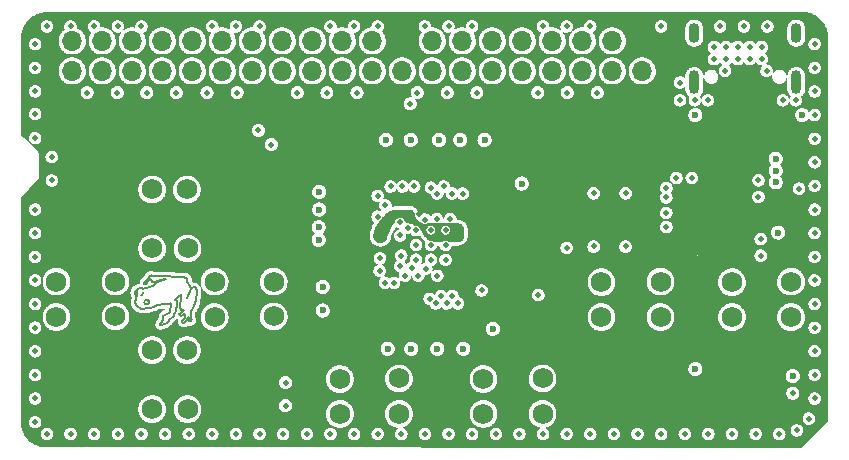
<source format=gbr>
%TF.GenerationSoftware,KiCad,Pcbnew,(6.0.7)*%
%TF.CreationDate,2022-09-06T16:20:21+10:00*%
%TF.ProjectId,SolderingInduction,536f6c64-6572-4696-9e67-496e64756374,3.0.0*%
%TF.SameCoordinates,PX7735940PY47868c0*%
%TF.FileFunction,Copper,L2,Inr*%
%TF.FilePolarity,Positive*%
%FSLAX46Y46*%
G04 Gerber Fmt 4.6, Leading zero omitted, Abs format (unit mm)*
G04 Created by KiCad (PCBNEW (6.0.7)) date 2022-09-06 16:20:21*
%MOMM*%
%LPD*%
G01*
G04 APERTURE LIST*
%TA.AperFunction,NonConductor*%
%ADD10C,0.127000*%
%TD*%
%TA.AperFunction,NonConductor*%
%ADD11C,0.150000*%
%TD*%
%TA.AperFunction,NonConductor*%
%ADD12C,0.000000*%
%TD*%
%TA.AperFunction,ComponentPad*%
%ADD13R,1.700000X1.700000*%
%TD*%
%TA.AperFunction,ComponentPad*%
%ADD14O,1.700000X1.700000*%
%TD*%
%TA.AperFunction,ComponentPad*%
%ADD15C,1.750000*%
%TD*%
%TA.AperFunction,ComponentPad*%
%ADD16O,0.900000X1.700000*%
%TD*%
%TA.AperFunction,ComponentPad*%
%ADD17O,0.900000X2.000000*%
%TD*%
%TA.AperFunction,ViaPad*%
%ADD18C,0.600000*%
%TD*%
%TA.AperFunction,ViaPad*%
%ADD19C,0.508000*%
%TD*%
%TA.AperFunction,ViaPad*%
%ADD20C,0.460000*%
%TD*%
%TA.AperFunction,Conductor*%
%ADD21C,0.127000*%
%TD*%
G04 APERTURE END LIST*
D10*
X-24337331Y-4109164D02*
X-24287331Y-3984164D01*
X-24437331Y-4209164D02*
X-24337331Y-4109164D01*
X-24562331Y-4264164D02*
X-24437331Y-4209164D01*
D11*
X-21179161Y-5438229D02*
X-21188140Y-5369121D01*
X-21208945Y-5316633D01*
X-21211612Y-5313114D01*
X-21232333Y-5253642D01*
X-21228515Y-5172908D01*
X-21220628Y-5111826D01*
X-21209212Y-5015114D01*
X-21195632Y-4894724D01*
X-21181258Y-4762608D01*
X-21177157Y-4724012D01*
X-21162850Y-4589427D01*
X-21149126Y-4461838D01*
X-21137328Y-4353647D01*
X-21128802Y-4277256D01*
X-21127226Y-4263607D01*
X-21121574Y-4197613D01*
X-21122057Y-4156632D01*
X-21125000Y-4150000D01*
X-21145710Y-4165611D01*
X-21192664Y-4207687D01*
X-21258056Y-4269097D01*
X-21307848Y-4317070D01*
X-21395269Y-4398925D01*
X-21483966Y-4476709D01*
X-21559761Y-4538175D01*
X-21586089Y-4557390D01*
X-21652978Y-4606597D01*
X-21687895Y-4639212D01*
X-21688036Y-4651861D01*
X-21658223Y-4644204D01*
X-21617825Y-4648167D01*
X-21560262Y-4674419D01*
X-21544617Y-4684269D01*
X-21495712Y-4727994D01*
X-21466622Y-4785023D01*
X-21456292Y-4863338D01*
X-21463667Y-4970924D01*
X-21487625Y-5115420D01*
X-21509831Y-5230742D01*
X-21532837Y-5350187D01*
X-21551861Y-5448926D01*
X-21552739Y-5453484D01*
X-21586831Y-5583184D01*
X-21639372Y-5728855D01*
X-21702433Y-5871315D01*
X-21768087Y-5991384D01*
X-21786738Y-6019647D01*
X-21858197Y-6093778D01*
X-21964687Y-6166834D01*
X-22003413Y-6188050D01*
X-22097880Y-6242687D01*
X-22152736Y-6289368D01*
X-22173165Y-6327443D01*
X-22199111Y-6416237D01*
X-22229823Y-6472721D01*
X-22275179Y-6512145D01*
X-22303531Y-6528669D01*
X-22360310Y-6567945D01*
X-22395790Y-6608501D01*
X-22398692Y-6615299D01*
X-22430081Y-6648997D01*
X-22486528Y-6673934D01*
X-22545271Y-6682413D01*
X-22574880Y-6674871D01*
X-22605794Y-6679843D01*
X-22654403Y-6709544D01*
X-22667769Y-6720229D01*
X-22735046Y-6762078D01*
X-22810694Y-6787782D01*
X-22880837Y-6795170D01*
X-22931601Y-6782069D01*
X-22946816Y-6763921D01*
X-22941195Y-6722690D01*
X-22896107Y-6665660D01*
X-22867935Y-6638872D01*
X-22819855Y-6587584D01*
X-22778941Y-6524021D01*
X-22770078Y-6503845D01*
X-22742431Y-6440908D01*
X-22721301Y-6374294D01*
X-22707559Y-6330972D01*
X-22671563Y-6186940D01*
X-22647497Y-6076081D01*
X-22638709Y-6035601D01*
X-22602811Y-5967077D01*
X-22531263Y-5902247D01*
X-22436060Y-5849080D01*
X-22329195Y-5815544D01*
X-22300614Y-5810978D01*
X-22212904Y-5793884D01*
X-22159375Y-5766055D01*
X-22137299Y-5740608D01*
X-22116061Y-5691569D01*
X-22092455Y-5610413D01*
X-22068138Y-5506791D01*
X-22044768Y-5390358D01*
X-22024002Y-5270765D01*
X-22007498Y-5157666D01*
X-21996913Y-5060714D01*
X-21993905Y-4989562D01*
X-22000131Y-4953861D01*
X-22001919Y-4952188D01*
X-22031359Y-4951003D01*
X-22097407Y-4956150D01*
X-22189405Y-4966626D01*
X-22268411Y-4977288D01*
X-22401763Y-4994319D01*
X-22559235Y-5011279D01*
X-22717173Y-5025742D01*
X-22805866Y-5032451D01*
X-22947473Y-5044117D01*
X-23051427Y-5058257D01*
X-23127904Y-5076727D01*
X-23187079Y-5101379D01*
X-23188540Y-5102151D01*
X-23468452Y-5229871D01*
X-23752074Y-5318614D01*
X-24030808Y-5365919D01*
X-24132103Y-5372464D01*
X-24220352Y-5376783D01*
X-24286828Y-5403617D01*
X-24561634Y-5387042D01*
X-24609621Y-5350351D01*
X-24663352Y-5321940D01*
X-24772331Y-5264164D01*
X-24849234Y-5208285D01*
X-24907542Y-5141612D01*
X-24960736Y-5051455D01*
X-24970085Y-5033187D01*
X-25019728Y-4918585D01*
X-25037341Y-4827768D01*
X-25023279Y-4749313D01*
X-24981161Y-4676177D01*
X-24933777Y-4584085D01*
X-24926815Y-4514994D01*
X-24923457Y-4481667D01*
X-24944067Y-4390290D01*
X-24950445Y-4362010D01*
X-24979716Y-4293503D01*
X-24995968Y-4255467D01*
X-25036499Y-4166857D01*
X-25056033Y-4102166D01*
X-25056304Y-4101267D01*
X-25059393Y-4040774D01*
X-25056877Y-4018456D01*
X-25054233Y-3995006D01*
X-25028216Y-3900653D01*
X-25018858Y-3886912D01*
X-24999856Y-3859009D01*
X-24976864Y-3825247D01*
X-24917331Y-3779285D01*
X-24892174Y-3759863D01*
X-24799475Y-3710857D01*
X-24687362Y-3666004D01*
X-24592140Y-3650038D01*
X-24494122Y-3661023D01*
X-24439754Y-3675464D01*
X-24336609Y-3690971D01*
X-24257601Y-3678040D01*
X-24188933Y-3659980D01*
X-24093752Y-3636446D01*
X-23992225Y-3612418D01*
X-23988600Y-3611582D01*
X-23879940Y-3582494D01*
X-23770415Y-3546640D01*
X-23687328Y-3513337D01*
X-23617792Y-3482117D01*
X-23566565Y-3461438D01*
X-23549084Y-3456403D01*
X-23524537Y-3441934D01*
X-23473431Y-3403403D01*
X-23405314Y-3348124D01*
X-23380260Y-3327056D01*
X-23303072Y-3258379D01*
X-23265213Y-3213097D01*
X-23214235Y-3156279D01*
X-23104235Y-3096279D01*
X-22944235Y-3046279D01*
X-22704235Y-2966279D01*
X-22434235Y-2886279D01*
X-22834235Y-2986279D01*
X-23184235Y-3086279D01*
X-23310206Y-3173546D01*
X-23394421Y-3169695D01*
X-23402630Y-3169635D01*
X-23495407Y-3151056D01*
X-23575084Y-3103095D01*
X-23627399Y-3035773D01*
X-23637720Y-3004448D01*
X-23658239Y-2951932D01*
X-23695887Y-2932279D01*
X-23756168Y-2945495D01*
X-23844587Y-2991585D01*
X-23866078Y-3004715D01*
X-23965241Y-3082008D01*
X-24029784Y-3172934D01*
X-24034983Y-3183612D01*
X-24088728Y-3263638D01*
X-24153387Y-3306804D01*
X-24220966Y-3308927D01*
X-24249411Y-3295878D01*
X-24282361Y-3251171D01*
X-24283339Y-3193652D01*
X-24253867Y-3144660D01*
X-24237878Y-3134081D01*
X-24196460Y-3104794D01*
X-24135736Y-3051881D01*
X-24069204Y-2987149D01*
X-23995311Y-2919721D01*
X-23960891Y-2894351D01*
X-23919243Y-2863653D01*
X-23864684Y-2834558D01*
X-23861781Y-2833010D01*
X-23799477Y-2804584D01*
X-23792198Y-2797405D01*
X-23775095Y-2780537D01*
X-23791329Y-2765531D01*
X-23821180Y-2762806D01*
X-23860160Y-2747431D01*
X-23867401Y-2709120D01*
X-23864532Y-2703014D01*
X-23844133Y-2659597D01*
X-23806337Y-2621308D01*
X-23729994Y-2586741D01*
X-23643423Y-2596925D01*
X-23567592Y-2635489D01*
X-23540476Y-2646914D01*
X-23496384Y-2654474D01*
X-23428965Y-2658364D01*
X-23331871Y-2658773D01*
X-23198751Y-2655896D01*
X-23053373Y-2651039D01*
X-22841216Y-2643537D01*
X-22667768Y-2638396D01*
X-22523950Y-2635903D01*
X-22400682Y-2636344D01*
X-22288883Y-2640003D01*
X-22179473Y-2647167D01*
X-22063374Y-2658121D01*
X-21931504Y-2673151D01*
X-21788223Y-2690854D01*
X-21619231Y-2710303D01*
X-21443055Y-2727488D01*
X-21274081Y-2741216D01*
X-21126691Y-2750293D01*
X-21034834Y-2753392D01*
X-20920522Y-2755145D01*
X-20822636Y-2756993D01*
X-20751715Y-2758715D01*
X-20718546Y-2760065D01*
X-20688847Y-2781342D01*
X-20654769Y-2829798D01*
X-20650620Y-2837535D01*
X-20626489Y-2902021D01*
X-20627686Y-2968534D01*
X-20636464Y-3008737D01*
X-20649348Y-3072955D01*
X-20642745Y-3111316D01*
X-20612462Y-3143288D01*
X-20606442Y-3148089D01*
X-20570940Y-3189951D01*
X-20524052Y-3263839D01*
X-20471788Y-3357813D01*
X-20420159Y-3459938D01*
X-20375173Y-3558277D01*
X-20342844Y-3640891D01*
X-20329179Y-3695844D01*
X-20329071Y-3698970D01*
X-20326529Y-3729213D01*
X-20634235Y-4486279D01*
X-20282981Y-3706210D01*
X-20243854Y-3665678D01*
X-20162730Y-3599536D01*
X-20082041Y-3576779D01*
X-19996403Y-3597770D01*
X-19900433Y-3662874D01*
X-19868873Y-3691013D01*
X-19834998Y-3726630D01*
X-19815321Y-3763994D01*
X-19806087Y-3817025D01*
X-19803539Y-3899645D01*
X-19803519Y-3933242D01*
X-19807506Y-4031789D01*
X-19817859Y-4152143D01*
X-19832733Y-4279919D01*
X-19850287Y-4400734D01*
X-19868677Y-4500204D01*
X-19883373Y-4556592D01*
X-19893481Y-4601565D01*
X-19904300Y-4671720D01*
X-19907779Y-4700095D01*
X-19948753Y-4943674D01*
X-20013404Y-5150034D01*
X-20104038Y-5324753D01*
X-20222961Y-5473407D01*
X-20230827Y-5481399D01*
X-20278474Y-5532775D01*
X-20307462Y-5578852D01*
X-20324139Y-5635703D01*
X-20334853Y-5719396D01*
X-20337880Y-5752449D01*
X-20342805Y-5859273D01*
X-20339279Y-5955026D01*
X-20329536Y-6015379D01*
X-20312837Y-6088789D01*
X-20305387Y-6152574D01*
X-20305361Y-6155267D01*
X-20295100Y-6215010D01*
X-20270058Y-6285786D01*
X-20266686Y-6293105D01*
X-20244738Y-6366577D01*
X-20262908Y-6417256D01*
X-20323962Y-6450278D01*
X-20355827Y-6458582D01*
X-20423336Y-6463323D01*
X-20465602Y-6438179D01*
X-20486624Y-6377780D01*
X-20490429Y-6277778D01*
X-20491378Y-6199019D01*
X-20497852Y-6140196D01*
X-20505719Y-6118280D01*
X-20530035Y-6122648D01*
X-20567063Y-6154756D01*
X-20605245Y-6201125D01*
X-20640082Y-6274933D01*
X-20653040Y-6311946D01*
X-20684262Y-6368383D01*
X-20722505Y-6426017D01*
X-20756528Y-6466623D01*
X-20760379Y-6469963D01*
X-20780832Y-6500652D01*
X-20789524Y-6520773D01*
X-20828135Y-6564987D01*
X-20891859Y-6589697D01*
X-20960131Y-6589603D01*
X-20996591Y-6574164D01*
X-21031334Y-6530013D01*
X-21041999Y-6484699D01*
X-21044948Y-6472169D01*
X-21038080Y-6416891D01*
X-21011381Y-6380433D01*
X-20988610Y-6374294D01*
X-20939071Y-6352418D01*
X-20890335Y-6294708D01*
X-20862514Y-6242750D01*
X-20846609Y-6213045D01*
X-20812100Y-6119309D01*
X-20791017Y-6025380D01*
X-20790102Y-6003579D01*
X-20787566Y-5943136D01*
X-20805957Y-5884459D01*
X-20812404Y-5876818D01*
X-20870430Y-5849413D01*
X-20942480Y-5857847D01*
X-21014008Y-5899589D01*
X-21029791Y-5914605D01*
X-21104423Y-5970135D01*
X-21177154Y-5983377D01*
X-21240662Y-5953346D01*
X-21249700Y-5944215D01*
X-21271043Y-5901230D01*
X-21277755Y-5847814D01*
X-21270479Y-5801558D01*
X-21249862Y-5780050D01*
X-21243688Y-5780368D01*
X-21197798Y-5770474D01*
X-21133417Y-5733539D01*
X-21062360Y-5679537D01*
X-20996438Y-5618438D01*
X-20947464Y-5560214D01*
X-20927251Y-5514837D01*
X-20927207Y-5513208D01*
X-20944371Y-5491925D01*
X-20982203Y-5494562D01*
X-21015178Y-5515147D01*
X-21056103Y-5531514D01*
X-21109651Y-5533085D01*
X-21155609Y-5522230D01*
X-21169815Y-5501319D01*
X-21094626Y-5501319D01*
X-21082668Y-5513277D01*
X-21070709Y-5501319D01*
X-21082668Y-5489360D01*
X-21094626Y-5501319D01*
X-21169815Y-5501319D01*
X-21174992Y-5493699D01*
X-21179161Y-5438229D01*
D12*
G36*
X-24752331Y-3824164D02*
G01*
X-24792331Y-4094164D01*
X-24802331Y-4344164D01*
X-24892331Y-4544164D01*
X-24952331Y-4314164D01*
X-25052331Y-4074164D01*
X-24966312Y-3858538D01*
X-24642331Y-3694164D01*
X-24752331Y-3824164D01*
G37*
G36*
X-23912331Y-4564164D02*
G01*
X-23802331Y-4654164D01*
X-23772331Y-4784164D01*
X-23772331Y-4924164D01*
X-23822331Y-4994164D01*
X-23962331Y-5054164D01*
X-24102331Y-5064164D01*
X-24242331Y-5044164D01*
X-24322331Y-4974164D01*
X-24352331Y-4824164D01*
X-24032331Y-4874164D01*
X-23832331Y-4794164D01*
X-24082331Y-4764164D01*
X-24352331Y-4824164D01*
X-24322331Y-4704164D01*
X-24272331Y-4634164D01*
X-24202331Y-4574164D01*
X-24052331Y-4554164D01*
X-23912331Y-4564164D01*
G37*
D13*
%TO.N,+3V3*%
%TO.C,J3*%
X17900000Y17275000D03*
D14*
%TO.N,/LDO_{VIN}*%
X17900000Y14735000D03*
%TO.N,/$.GPIO1*%
X15360000Y17275000D03*
%TO.N,/LDO_{VIN}*%
X15360000Y14735000D03*
%TO.N,/$.GPIO2*%
X12820000Y17275000D03*
%TO.N,GND*%
X12820000Y14735000D03*
%TO.N,/$.GPIO6*%
X10280000Y17275000D03*
%TO.N,/$.GPIO3*%
X10280000Y14735000D03*
%TO.N,GND*%
X7740000Y17275000D03*
%TO.N,/GPIO[15]{slash}RXD0*%
X7740000Y14735000D03*
%TO.N,/$.GPIO27*%
X5200000Y17275000D03*
%TO.N,/GPIO[18]{slash}PCM.CLK*%
X5200000Y14735000D03*
%TO.N,/$.GPIO26*%
X2660000Y17275000D03*
%TO.N,GND*%
X2660000Y14735000D03*
%TO.N,/$.GPIO25*%
X120000Y17275000D03*
%TO.N,/$.GPIO22*%
X120000Y14735000D03*
%TO.N,+3V3*%
X-2420000Y17275000D03*
%TO.N,/$.GPIO24*%
X-2420000Y14735000D03*
%TO.N,/$.GPIO23*%
X-4960000Y17275000D03*
%TO.N,GND*%
X-4960000Y14735000D03*
%TO.N,/$.GPIO20*%
X-7500000Y17275000D03*
%TO.N,/$.GPIO21*%
X-7500000Y14735000D03*
%TO.N,/$.GPIO18*%
X-10040000Y17275000D03*
%TO.N,/$.GPIO19*%
X-10040000Y14735000D03*
%TO.N,GND*%
X-12580000Y17275000D03*
%TO.N,/$.GPIO17*%
X-12580000Y14735000D03*
%TO.N,/$.GPIO15*%
X-15120000Y17275000D03*
%TO.N,/$.GPIO16*%
X-15120000Y14735000D03*
%TO.N,/$.GPIO9*%
X-17660000Y17275000D03*
%TO.N,GND*%
X-17660000Y14735000D03*
%TO.N,/$.GPIO13*%
X-20200000Y17275000D03*
%TO.N,/$.GPIO14*%
X-20200000Y14735000D03*
%TO.N,/$.GPIO10*%
X-22740000Y17275000D03*
%TO.N,GND*%
X-22740000Y14735000D03*
%TO.N,/$.GPIO11*%
X-25280000Y17275000D03*
%TO.N,/$.GPIO12*%
X-25280000Y14735000D03*
%TO.N,/$.GPIO4*%
X-27820000Y17275000D03*
%TO.N,/$.GPIO8*%
X-27820000Y14735000D03*
%TO.N,GND*%
X-30360000Y17275000D03*
%TO.N,/$.GPIO5*%
X-30360000Y14735000D03*
%TD*%
D15*
%TO.N,GND*%
%TO.C,SW3*%
X-26700000Y-6050000D03*
X-31700000Y-6100000D03*
%TO.N,/$.GPIO5*%
X-26700000Y-3100000D03*
X-31700000Y-3100000D03*
%TD*%
%TO.N,GND*%
%TO.C,SW6*%
X25500000Y-3150000D03*
X30500000Y-3100000D03*
%TO.N,/$.GPIO0*%
X25500000Y-6100000D03*
X30500000Y-6100000D03*
%TD*%
%TO.N,GND*%
%TO.C,SW5*%
X-20650000Y4700000D03*
X-20600000Y-300000D03*
%TO.N,/$.GPIO11*%
X-23600000Y-300000D03*
X-23600000Y4700000D03*
%TD*%
%TO.N,GND*%
%TO.C,SW1*%
X-20650000Y-8900000D03*
X-20600000Y-13900000D03*
%TO.N,/$.GPIO4*%
X-23600000Y-8900000D03*
X-23600000Y-13900000D03*
%TD*%
%TO.N,GND*%
%TO.C,SW2*%
X9460000Y-11300000D03*
X4460000Y-11350000D03*
%TO.N,/$.GPIO2*%
X4460000Y-14300000D03*
X9460000Y-14300000D03*
%TD*%
%TO.N,GND*%
%TO.C,SW8*%
X-7700000Y-11350000D03*
X-2700000Y-11300000D03*
%TO.N,/$.GPIO3*%
X-7700000Y-14300000D03*
X-2700000Y-14300000D03*
%TD*%
%TO.N,GND*%
%TO.C,SW7*%
X-13300000Y-6050000D03*
X-18300000Y-6100000D03*
%TO.N,/$.GPIO8*%
X-13300000Y-3100000D03*
X-18300000Y-3100000D03*
%TD*%
%TO.N,GND*%
%TO.C,SW4*%
X14450000Y-3150000D03*
X19450000Y-3100000D03*
%TO.N,/$.GPIO1*%
X19450000Y-6100000D03*
X14450000Y-6100000D03*
%TD*%
D16*
%TO.N,unconnected-(J1-PadS1)*%
%TO.C,J1*%
X22305000Y17940000D03*
D17*
X30945000Y13770000D03*
X22305000Y13770000D03*
D16*
X30945000Y17940000D03*
%TD*%
D18*
%TO.N,GND*%
X22400000Y-10500000D03*
D19*
X-12300000Y-11650000D03*
X-12300000Y-13600000D03*
X-14600000Y9700000D03*
X-1750000Y11950000D03*
%TO.N,/$.GPIO25*%
X30650000Y-12550000D03*
D18*
%TO.N,GND*%
X700000Y8900000D03*
D19*
%TO.N,/$.GPIO6*%
X9050000Y12900000D03*
D20*
X550000Y-2600000D03*
%TO.N,/$.GPIO7*%
X-375000Y-2000000D03*
D19*
%TO.N,/USB_VBUS*%
X28000000Y15750000D03*
X27000000Y15750000D03*
X26000000Y15750000D03*
X25000000Y15750000D03*
X24000000Y15750000D03*
X28000000Y16750000D03*
X27000000Y16750000D03*
X26000000Y16750000D03*
X25000000Y16750000D03*
X24000000Y16750000D03*
%TO.N,GND*%
X-13500000Y8500000D03*
%TO.N,+3V3*%
X-11500000Y8500000D03*
%TO.N,/$.GPIO11*%
X-26550000Y12900000D03*
%TO.N,/$.GPIO4*%
X-29100000Y12900000D03*
%TO.N,/$.GPIO1*%
X14100000Y12900000D03*
%TO.N,/$.GPIO2*%
X11550000Y12900000D03*
%TO.N,/$.GPIO27*%
X3900000Y12900000D03*
%TO.N,/$.GPIO26*%
X1400000Y12900000D03*
%TO.N,/$.GPIO25*%
X-1150000Y12900000D03*
%TO.N,/$.GPIO23*%
X-6250000Y12900000D03*
%TO.N,/$.GPIO20*%
X-8800000Y12900000D03*
%TO.N,/$.GPIO18*%
X-11300000Y12900000D03*
%TO.N,/$.GPIO15*%
X-16400000Y12900000D03*
%TO.N,/$.GPIO9*%
X-18950000Y12900000D03*
%TO.N,/$.GPIO13*%
X-21550000Y12900000D03*
%TO.N,/$.GPIO10*%
X-24050000Y12900000D03*
D18*
%TO.N,GND*%
X30650000Y-11100000D03*
%TO.N,+3V3*%
X25750000Y-12400000D03*
D20*
%TO.N,GND*%
X-33500000Y9050000D03*
X-33500000Y11100000D03*
X-32100000Y7450001D03*
X-32085786Y5464214D03*
X-33500000Y3000000D03*
X11500000Y-250000D03*
%TO.N,/$.GPIO17*%
X-3850000Y3350000D03*
%TO.N,+3V3*%
X19940000Y220000D03*
X-2100000Y200000D03*
X4350000Y400000D03*
X3700000Y4550000D03*
X-999996Y2600000D03*
X-1006513Y-4300000D03*
X21700000Y-1450000D03*
X12000000Y-4000000D03*
X20750000Y-1450000D03*
X11000000Y-4000000D03*
X9100000Y-2790000D03*
X19940000Y-780000D03*
D18*
%TO.N,VBUS*%
X29400000Y1050000D03*
D20*
%TO.N,+1V2*%
X2400000Y1367833D03*
X-4319997Y600001D03*
%TO.N,GND*%
X32500000Y-5000000D03*
X5500000Y-16000000D03*
D18*
X5250000Y-7100000D03*
D20*
X32500000Y-1000000D03*
X-33500000Y-13000000D03*
X-6500000Y18500000D03*
X-33500000Y13000000D03*
X-16500000Y-16000000D03*
D18*
X-9450000Y3000000D03*
D20*
X32500000Y7000000D03*
X1500000Y18500000D03*
X-33500000Y1000000D03*
X27740000Y5470000D03*
X32500000Y11000000D03*
X5500000Y-16000000D03*
X-33500000Y-5000000D03*
X31000000Y-15700000D03*
X1250000Y-1250000D03*
X-22500000Y-16000000D03*
X-32500000Y18500000D03*
X-24500000Y18500000D03*
X-10500000Y-16000000D03*
X-1250000Y1250000D03*
X-33500000Y-7000000D03*
X0Y-1250000D03*
X-24500000Y-16000000D03*
X-28500000Y-16000000D03*
X23500000Y-16000000D03*
X-30500000Y18500000D03*
X25500000Y-16000000D03*
X-500000Y-16000000D03*
X-28500000Y18500000D03*
X11500000Y18500000D03*
X7500000Y-16000000D03*
D18*
X-9500000Y450000D03*
D20*
X-30500000Y-16000000D03*
X29800000Y12250000D03*
D18*
X2500000Y8900000D03*
D20*
X22350000Y12250000D03*
X3500000Y-16000000D03*
D18*
X-3800000Y8900000D03*
D20*
X3500000Y-16000000D03*
D18*
X-1650000Y-8782167D03*
D20*
X-8500000Y-16000000D03*
X0Y1250000D03*
X13500000Y18500000D03*
X32500000Y15000000D03*
X3500000Y18500000D03*
X1500000Y-16000000D03*
X27500000Y-16000000D03*
X-18500000Y-16000000D03*
D18*
X2750004Y-8782167D03*
D20*
X1500000Y-16000000D03*
X23450000Y12250000D03*
X5500000Y-16000000D03*
X5500000Y-16000000D03*
X-1250000Y0D03*
D18*
X7700000Y5200000D03*
X-1700000Y8900000D03*
X-9150000Y-3550000D03*
D20*
X-32500000Y-16000000D03*
X32500000Y3000000D03*
X32500000Y-3000000D03*
X21100000Y13750000D03*
X-33500000Y-1000000D03*
X-6500000Y-16000000D03*
X-14500000Y18500000D03*
D18*
X-9450000Y4500000D03*
D20*
X30900000Y12250000D03*
X-33500000Y17000000D03*
X-26500000Y18500000D03*
X16490000Y-130000D03*
X32500000Y-9000000D03*
X-26500000Y-16000000D03*
X7500000Y-16000000D03*
X-20500000Y-16000000D03*
X-14500000Y-16000000D03*
X27740000Y4070000D03*
X-4500000Y18500000D03*
D18*
X550000Y-8782167D03*
D20*
X13790000Y-130000D03*
X1250000Y1250000D03*
X27930000Y-900000D03*
X-8500000Y18500000D03*
X32500000Y5000000D03*
X-16500000Y18500000D03*
D18*
X-9150000Y-5550000D03*
D20*
X1250000Y0D03*
D18*
X22400000Y11000000D03*
D20*
X11500000Y-16000000D03*
D18*
X-3649996Y-8782167D03*
D20*
X-2500000Y-16000000D03*
X-33500000Y-3000000D03*
X19940000Y2720000D03*
X19500000Y18500000D03*
X1500000Y-16000000D03*
X16490000Y4370000D03*
X7500000Y-16000000D03*
X0Y0D03*
X24500000Y18500000D03*
X9500000Y-16000000D03*
X-33500000Y15000000D03*
X13790000Y4370000D03*
X-33500000Y-9000000D03*
D18*
X31450000Y11000000D03*
D20*
X3500000Y-16000000D03*
X32500000Y-13000000D03*
X19940000Y1520000D03*
X-500000Y-16000000D03*
X32500000Y1000000D03*
X32500000Y9000000D03*
X32500000Y17000000D03*
X-33500000Y-15000000D03*
D18*
X4550000Y8900000D03*
D20*
X32500000Y-7000000D03*
X15500000Y-16000000D03*
X3500000Y-16000000D03*
X21500000Y-16000000D03*
X-33500000Y-11000000D03*
X26500000Y18500000D03*
D18*
X-9500000Y1500000D03*
D20*
X13500000Y-16000000D03*
X32000000Y-14700000D03*
X27930000Y500000D03*
X-1250000Y-1250000D03*
X29500000Y-16000000D03*
X9500000Y18500000D03*
X28500000Y18500000D03*
X-4500000Y-16000000D03*
X-4299996Y-1132167D03*
X31180000Y4770000D03*
X9500000Y-16000000D03*
X19500000Y-16000000D03*
X32500000Y-11000000D03*
X-500000Y18500000D03*
X21100000Y12250000D03*
X32500000Y13000000D03*
X-18500000Y18500000D03*
X-12500000Y-16000000D03*
X17500000Y-16000000D03*
%TO.N,/LDO_{VIN}*%
X19940000Y4820000D03*
X20790000Y5670000D03*
X22090000Y5670000D03*
X19940000Y4020000D03*
%TO.N,/~{CS}*%
X4300000Y-3850000D03*
X9100000Y-4232167D03*
%TO.N,/USB_VBUS*%
X28430000Y14750000D03*
D18*
X29200000Y7300000D03*
X29200000Y5300000D03*
X29200000Y6300000D03*
D20*
X24925000Y14750000D03*
%TO.N,Net-(U4-Pad24)*%
X-2590013Y800000D03*
%TO.N,Net-(U4-Pad25)*%
X-1960012Y1457817D03*
%TO.N,Net-(U4-Pad26)*%
X-2590013Y1932816D03*
%TO.N,/$.GPIO2*%
X1349987Y-4952182D03*
%TO.N,/$.GPIO3*%
X874986Y-4325014D03*
%TO.N,/$.GPIO4*%
X399986Y-4950014D03*
%TO.N,/$.GPIO14*%
X-2580011Y-1797183D03*
%TO.N,/$.GPIO15*%
X-2500000Y-896667D03*
%TO.N,/$.GPIO16*%
X-4500000Y2400000D03*
%TO.N,/$.GPIO18*%
X-4500000Y4150000D03*
%TO.N,/$.GPIO19*%
X-3400000Y4950000D03*
%TO.N,/$.GPIO20*%
X-2400000Y4950000D03*
%TO.N,/$.GPIO10*%
X-2200000Y-2600000D03*
%TO.N,/$.GPIO9*%
X-1625014Y-1962184D03*
%TO.N,/$.GPIO21*%
X-1400000Y4950000D03*
%TO.N,/$.GPIO11*%
X-3100000Y-3200000D03*
%TO.N,/$.GPIO8*%
X-1050000Y-2600000D03*
%TO.N,/$.GPIO1*%
X1824987Y-4322182D03*
%TO.N,/$.GPIO5*%
X-93513Y-4550000D03*
%TO.N,/$.GPIO12*%
X-3900000Y-3200000D03*
%TO.N,/$.GPIO13*%
X-4336099Y-2186099D03*
%TO.N,/$.GPIO22*%
X0Y4850000D03*
%TO.N,/$.GPIO24*%
X500000Y2200000D03*
%TO.N,/$.GPIO25*%
X1650000Y2200000D03*
%TO.N,/$.GPIO26*%
X550000Y4350000D03*
%TO.N,/$.GPIO27*%
X1100000Y4950000D03*
%TO.N,/GPIO[18]{slash}PCM.CLK*%
X1800003Y4349997D03*
%TO.N,/GPIO[15]{slash}RXD0*%
X2700000Y4350000D03*
%TO.N,/$.GPIO0*%
X2300000Y-4950000D03*
%TO.N,/$.GPIO23*%
X-500000Y2150000D03*
%TD*%
D21*
%TO.N,+3V3*%
X4350000Y400000D02*
X4267837Y400000D01*
X4267837Y400000D02*
X4250004Y417833D01*
%TD*%
%TA.AperFunction,Conductor*%
%TO.N,+1V2*%
G36*
X-1765453Y2999945D02*
G01*
X-1763851Y2999878D01*
X-1752680Y2999411D01*
X-1747471Y2998974D01*
X-1734751Y2997369D01*
X-1732172Y2996989D01*
X-1724177Y2995640D01*
X-1723440Y2995515D01*
X-1718582Y2994695D01*
X-1713333Y2993809D01*
X-1709416Y2993018D01*
X-1690388Y2988539D01*
X-1682757Y2986220D01*
X-1666743Y2980211D01*
X-1664439Y2979346D01*
X-1660748Y2977824D01*
X-1596442Y2948881D01*
X-1592381Y2946873D01*
X-1572878Y2936334D01*
X-1565244Y2931463D01*
X-1547459Y2918209D01*
X-1543925Y2915371D01*
X-1493443Y2871718D01*
X-1490130Y2868636D01*
X-1476014Y2854517D01*
X-1474439Y2852942D01*
X-1468518Y2846091D01*
X-1455272Y2828310D01*
X-1452702Y2824585D01*
X-1441639Y2807240D01*
X-1414810Y2765173D01*
X-1412776Y2761745D01*
X-1403316Y2744578D01*
X-1399913Y2737342D01*
X-1392717Y2719089D01*
X-1391372Y2715327D01*
X-1387416Y2703039D01*
X-1385118Y2695900D01*
X-1384423Y2693589D01*
X-1381233Y2682188D01*
X-1380112Y2677489D01*
X-1377817Y2665901D01*
X-1377393Y2663521D01*
X-1374768Y2646921D01*
X-1374326Y2630789D01*
X-1376269Y2611825D01*
X-1374182Y2558690D01*
X-1364628Y2506378D01*
X-1359374Y2490630D01*
X-1350731Y2464724D01*
X-1347799Y2455935D01*
X-1324030Y2408367D01*
X-1322771Y2406546D01*
X-1295053Y2366440D01*
X-1295049Y2366435D01*
X-1293796Y2364622D01*
X-1292299Y2363003D01*
X-1292293Y2362995D01*
X-1266823Y2335442D01*
X-1258494Y2324098D01*
X-1222311Y2260973D01*
X-1216217Y2250341D01*
X-1215814Y2249711D01*
X-1215810Y2249704D01*
X-1213522Y2246126D01*
X-1205805Y2234054D01*
X-1204874Y2232868D01*
X-1204869Y2232861D01*
X-1203698Y2231370D01*
X-1193868Y2218848D01*
X-1193378Y2218282D01*
X-1193367Y2218269D01*
X-1122574Y2136547D01*
X-1092638Y2101990D01*
X-1079289Y2088008D01*
X-1064653Y2075380D01*
X-1064059Y2074915D01*
X-1064040Y2074900D01*
X-992914Y2019294D01*
X-942851Y1980154D01*
X-942238Y1979721D01*
X-928293Y1969866D01*
X-928286Y1969862D01*
X-927064Y1968998D01*
X-910273Y1959417D01*
X-909610Y1959080D01*
X-909595Y1959072D01*
X-778692Y1892552D01*
X-761115Y1879262D01*
X-759211Y1877203D01*
X-757704Y1875573D01*
X-716466Y1842000D01*
X-714575Y1840862D01*
X-714570Y1840858D01*
X-695110Y1829143D01*
X-670909Y1814573D01*
X-668878Y1813713D01*
X-632826Y1798447D01*
X-621942Y1793838D01*
X-598066Y1787507D01*
X-572681Y1780776D01*
X-572675Y1780775D01*
X-570541Y1780209D01*
X-568354Y1779950D01*
X-568348Y1779949D01*
X-519931Y1774219D01*
X-517734Y1773959D01*
X-515525Y1774011D01*
X-515523Y1774011D01*
X-466769Y1775160D01*
X-466766Y1775160D01*
X-464572Y1775212D01*
X-412117Y1783943D01*
X-361416Y1799977D01*
X-338771Y1810851D01*
X-317124Y1816776D01*
X-289277Y1819194D01*
X-287924Y1819296D01*
X-281340Y1819724D01*
X-278645Y1819841D01*
X-273072Y1819962D01*
X-272022Y1819985D01*
X-270667Y1820000D01*
X2316461Y1820000D01*
X2316977Y1819998D01*
X2318141Y1819988D01*
X2319515Y1819977D01*
X2320521Y1819960D01*
X2322175Y1819920D01*
X2322979Y1819900D01*
X2323400Y1819888D01*
X2357120Y1818788D01*
X2360762Y1818669D01*
X2364333Y1818449D01*
X2369941Y1817944D01*
X2381776Y1816876D01*
X2388853Y1815827D01*
X2406033Y1812264D01*
X2409501Y1811441D01*
X2484771Y1791273D01*
X2488662Y1790092D01*
X2507627Y1783654D01*
X2515178Y1780526D01*
X2533147Y1771665D01*
X2536755Y1769736D01*
X2601115Y1732577D01*
X2604588Y1730418D01*
X2621239Y1719292D01*
X2627721Y1714318D01*
X2642767Y1701123D01*
X2645752Y1698328D01*
X2698327Y1645754D01*
X2701123Y1642768D01*
X2714317Y1627723D01*
X2719293Y1621239D01*
X2726593Y1610314D01*
X2730418Y1604589D01*
X2732574Y1601121D01*
X2746843Y1576405D01*
X2765195Y1544618D01*
X2769414Y1537312D01*
X2769740Y1536746D01*
X2771667Y1533142D01*
X2780526Y1515179D01*
X2783654Y1507628D01*
X2790094Y1488655D01*
X2791275Y1484759D01*
X2809289Y1417534D01*
X2811435Y1409524D01*
X2812263Y1406041D01*
X2815828Y1388853D01*
X2816875Y1381792D01*
X2818452Y1364306D01*
X2818669Y1360760D01*
X2819884Y1323533D01*
X2819899Y1323006D01*
X2819960Y1320485D01*
X2819976Y1319496D01*
X2819997Y1316986D01*
X2819999Y1316463D01*
X2819999Y773537D01*
X2819997Y773013D01*
X2819976Y770506D01*
X2819960Y769522D01*
X2819899Y766994D01*
X2819884Y766463D01*
X2818584Y726632D01*
X2818365Y723064D01*
X2816792Y705602D01*
X2815741Y698515D01*
X2812178Y681338D01*
X2811351Y677856D01*
X2789834Y597555D01*
X2788649Y593647D01*
X2782213Y574685D01*
X2779085Y567135D01*
X2770228Y549177D01*
X2768302Y545574D01*
X2728510Y476650D01*
X2726362Y473194D01*
X2715226Y456527D01*
X2710253Y450048D01*
X2697052Y434995D01*
X2694256Y432010D01*
X2637990Y375744D01*
X2635005Y372948D01*
X2619952Y359747D01*
X2613473Y354774D01*
X2596806Y343638D01*
X2593350Y341490D01*
X2524426Y301698D01*
X2520823Y299772D01*
X2502865Y290915D01*
X2495315Y287787D01*
X2476357Y281352D01*
X2472446Y280166D01*
X2451767Y274625D01*
X2392127Y258645D01*
X2388672Y257823D01*
X2371468Y254255D01*
X2364412Y253209D01*
X2346935Y251633D01*
X2343380Y251415D01*
X2303534Y250115D01*
X2303006Y250100D01*
X2300482Y250039D01*
X2299495Y250023D01*
X2297555Y250007D01*
X2296974Y250002D01*
X2296463Y250000D01*
X1557014Y250000D01*
X1535638Y253769D01*
X1516840Y264622D01*
X1512487Y268642D01*
X1498957Y282386D01*
X1456685Y314647D01*
X1454763Y315723D01*
X1454759Y315726D01*
X1412220Y339548D01*
X1412221Y339548D01*
X1410288Y340630D01*
X1408229Y341427D01*
X1408226Y341428D01*
X1362747Y359023D01*
X1362744Y359024D01*
X1360694Y359817D01*
X1308891Y371824D01*
X1276427Y374636D01*
X1258108Y376223D01*
X1258106Y376223D01*
X1255913Y376413D01*
X1202817Y373491D01*
X1200653Y373060D01*
X1200649Y373060D01*
X1183122Y369573D01*
X1150663Y363116D01*
X1148588Y362387D01*
X1148583Y362386D01*
X1102571Y346228D01*
X1102568Y346227D01*
X1100490Y345497D01*
X1098532Y344480D01*
X1098530Y344479D01*
X1055264Y322004D01*
X1055261Y322002D01*
X1053301Y320984D01*
X1051505Y319701D01*
X1051504Y319700D01*
X1024355Y300299D01*
X1010036Y290067D01*
X999657Y280166D01*
X986146Y267277D01*
X968077Y255249D01*
X946984Y250127D01*
X943005Y250000D01*
X404430Y250000D01*
X403790Y250003D01*
X403200Y250009D01*
X400605Y250036D01*
X399361Y250062D01*
X397484Y250119D01*
X396194Y250158D01*
X395635Y250178D01*
X363885Y251473D01*
X302875Y253962D01*
X300325Y254118D01*
X298639Y254256D01*
X297868Y254319D01*
X276871Y259820D01*
X258431Y272762D01*
X248957Y282386D01*
X206685Y314647D01*
X204763Y315723D01*
X204759Y315726D01*
X162220Y339548D01*
X162221Y339548D01*
X160288Y340630D01*
X158229Y341427D01*
X158226Y341428D01*
X112747Y359023D01*
X112744Y359024D01*
X110694Y359817D01*
X58891Y371824D01*
X26427Y374636D01*
X8108Y376223D01*
X8106Y376223D01*
X5913Y376413D01*
X-47183Y373491D01*
X-73796Y368197D01*
X-95495Y367723D01*
X-109858Y371733D01*
X-135957Y382519D01*
X-138307Y383547D01*
X-149729Y388826D01*
X-154287Y391165D01*
X-165249Y397371D01*
X-167443Y398674D01*
X-236145Y441387D01*
X-238126Y442671D01*
X-247706Y449141D01*
X-251515Y451928D01*
X-260580Y459103D01*
X-262401Y460601D01*
X-321867Y511432D01*
X-323275Y512673D01*
X-330089Y518861D01*
X-332800Y521476D01*
X-339248Y528083D01*
X-340543Y529451D01*
X-355356Y545574D01*
X-356982Y547344D01*
X-467235Y667345D01*
X-468651Y668940D01*
X-475462Y676881D01*
X-478134Y680221D01*
X-484409Y688640D01*
X-485654Y690372D01*
X-488852Y694984D01*
X-541230Y770506D01*
X-592351Y844217D01*
X-593399Y845777D01*
X-598437Y853529D01*
X-600390Y856742D01*
X-604946Y864771D01*
X-605818Y866363D01*
X-622657Y898239D01*
X-649389Y948843D01*
X-650004Y949998D01*
X-650626Y951149D01*
X-707338Y1055188D01*
X-714589Y1067433D01*
X-722685Y1079121D01*
X-722693Y1079132D01*
X-832747Y1226510D01*
X-859119Y1261825D01*
X-376273Y1261825D01*
X-374186Y1208690D01*
X-364632Y1156378D01*
X-363935Y1154290D01*
X-353322Y1122479D01*
X-347803Y1105935D01*
X-346817Y1103962D01*
X-332779Y1075869D01*
X-324034Y1058367D01*
X-293800Y1014622D01*
X-292296Y1012995D01*
X-259207Y977198D01*
X-259200Y977192D01*
X-257704Y975573D01*
X-216466Y942000D01*
X-214575Y940862D01*
X-214570Y940858D01*
X-189094Y925521D01*
X-170909Y914573D01*
X-168878Y913713D01*
X-132323Y898234D01*
X-121942Y893838D01*
X-98066Y887507D01*
X-72681Y880776D01*
X-72675Y880775D01*
X-70541Y880209D01*
X-68354Y879950D01*
X-68348Y879949D01*
X-19931Y874219D01*
X-17734Y873959D01*
X-15525Y874011D01*
X-15523Y874011D01*
X33231Y875160D01*
X33234Y875160D01*
X35428Y875212D01*
X87883Y883943D01*
X121888Y894697D01*
X136482Y899312D01*
X136485Y899313D01*
X138584Y899977D01*
X186520Y922996D01*
X230734Y952539D01*
X270345Y988017D01*
X304562Y1028723D01*
X320068Y1053585D01*
X331532Y1071968D01*
X332702Y1073844D01*
X347711Y1107794D01*
X353308Y1120454D01*
X353309Y1120457D01*
X354203Y1122479D01*
X356554Y1130813D01*
X364885Y1160356D01*
X368637Y1173659D01*
X371616Y1195834D01*
X375504Y1224781D01*
X375505Y1224788D01*
X375716Y1226362D01*
X376459Y1250000D01*
X375622Y1261825D01*
X873727Y1261825D01*
X875814Y1208690D01*
X885368Y1156378D01*
X886065Y1154290D01*
X896678Y1122479D01*
X902197Y1105935D01*
X903183Y1103962D01*
X917221Y1075869D01*
X925966Y1058367D01*
X956200Y1014622D01*
X957704Y1012995D01*
X990793Y977198D01*
X990800Y977192D01*
X992296Y975573D01*
X1033534Y942000D01*
X1035425Y940862D01*
X1035430Y940858D01*
X1060906Y925521D01*
X1079091Y914573D01*
X1081122Y913713D01*
X1117677Y898234D01*
X1128058Y893838D01*
X1151934Y887507D01*
X1177319Y880776D01*
X1177325Y880775D01*
X1179459Y880209D01*
X1181646Y879950D01*
X1181652Y879949D01*
X1230069Y874219D01*
X1232266Y873959D01*
X1234475Y874011D01*
X1234477Y874011D01*
X1283231Y875160D01*
X1283234Y875160D01*
X1285428Y875212D01*
X1337883Y883943D01*
X1371888Y894697D01*
X1386482Y899312D01*
X1386485Y899313D01*
X1388584Y899977D01*
X1436520Y922996D01*
X1480734Y952539D01*
X1520345Y988017D01*
X1554562Y1028723D01*
X1570068Y1053585D01*
X1581532Y1071968D01*
X1582702Y1073844D01*
X1597711Y1107794D01*
X1603308Y1120454D01*
X1603309Y1120457D01*
X1604203Y1122479D01*
X1606554Y1130813D01*
X1614885Y1160356D01*
X1618637Y1173659D01*
X1621616Y1195834D01*
X1625504Y1224781D01*
X1625505Y1224788D01*
X1625716Y1226362D01*
X1626459Y1250000D01*
X1622703Y1303044D01*
X1622239Y1305203D01*
X1617955Y1325098D01*
X1611511Y1355029D01*
X1593106Y1404918D01*
X1567855Y1451717D01*
X1536262Y1494491D01*
X1534723Y1496055D01*
X1534719Y1496059D01*
X1515896Y1515179D01*
X1498957Y1532386D01*
X1456685Y1564647D01*
X1454763Y1565723D01*
X1454759Y1565726D01*
X1412220Y1589548D01*
X1412221Y1589548D01*
X1410288Y1590630D01*
X1408229Y1591427D01*
X1408226Y1591428D01*
X1362747Y1609023D01*
X1362744Y1609024D01*
X1360694Y1609817D01*
X1308891Y1621824D01*
X1274350Y1624816D01*
X1258108Y1626223D01*
X1258106Y1626223D01*
X1255913Y1626413D01*
X1202817Y1623491D01*
X1200653Y1623060D01*
X1200649Y1623060D01*
X1191496Y1621239D01*
X1150663Y1613116D01*
X1148588Y1612387D01*
X1148583Y1612386D01*
X1102571Y1596228D01*
X1102568Y1596227D01*
X1100490Y1595497D01*
X1098532Y1594480D01*
X1098530Y1594479D01*
X1055264Y1572004D01*
X1055261Y1572002D01*
X1053301Y1570984D01*
X1051505Y1569701D01*
X1051504Y1569700D01*
X1016405Y1544618D01*
X1010036Y1540067D01*
X971559Y1503362D01*
X938638Y1461601D01*
X937526Y1459686D01*
X913597Y1418490D01*
X911929Y1415619D01*
X911099Y1413571D01*
X911099Y1413570D01*
X908050Y1406041D01*
X891966Y1366332D01*
X879147Y1314724D01*
X878171Y1305201D01*
X874174Y1266184D01*
X873727Y1261825D01*
X375622Y1261825D01*
X372703Y1303044D01*
X372239Y1305203D01*
X367955Y1325098D01*
X361511Y1355029D01*
X343106Y1404918D01*
X317855Y1451717D01*
X286262Y1494491D01*
X284723Y1496055D01*
X284719Y1496059D01*
X265896Y1515179D01*
X248957Y1532386D01*
X206685Y1564647D01*
X204763Y1565723D01*
X204759Y1565726D01*
X162220Y1589548D01*
X162221Y1589548D01*
X160288Y1590630D01*
X158229Y1591427D01*
X158226Y1591428D01*
X112747Y1609023D01*
X112744Y1609024D01*
X110694Y1609817D01*
X58891Y1621824D01*
X24350Y1624816D01*
X8108Y1626223D01*
X8106Y1626223D01*
X5913Y1626413D01*
X-47183Y1623491D01*
X-49347Y1623060D01*
X-49351Y1623060D01*
X-58504Y1621239D01*
X-99337Y1613116D01*
X-101412Y1612387D01*
X-101417Y1612386D01*
X-147429Y1596228D01*
X-147432Y1596227D01*
X-149510Y1595497D01*
X-151468Y1594480D01*
X-151470Y1594479D01*
X-194736Y1572004D01*
X-194739Y1572002D01*
X-196699Y1570984D01*
X-198495Y1569701D01*
X-198496Y1569700D01*
X-233595Y1544618D01*
X-239964Y1540067D01*
X-278441Y1503362D01*
X-311362Y1461601D01*
X-312474Y1459686D01*
X-336403Y1418490D01*
X-338071Y1415619D01*
X-338901Y1413571D01*
X-338901Y1413570D01*
X-341950Y1406041D01*
X-358034Y1366332D01*
X-370853Y1314724D01*
X-371829Y1305201D01*
X-375826Y1266184D01*
X-376273Y1261825D01*
X-859119Y1261825D01*
X-864857Y1269509D01*
X-864722Y1269610D01*
X-874396Y1287868D01*
X-876500Y1298698D01*
X-876829Y1298651D01*
X-877141Y1300845D01*
X-877297Y1303044D01*
X-888489Y1355029D01*
X-906894Y1404918D01*
X-932145Y1451717D01*
X-963738Y1494491D01*
X-965277Y1496055D01*
X-965281Y1496059D01*
X-984104Y1515179D01*
X-1001043Y1532386D01*
X-1043315Y1564647D01*
X-1045237Y1565723D01*
X-1045241Y1565726D01*
X-1087780Y1589548D01*
X-1087779Y1589548D01*
X-1089712Y1590630D01*
X-1091771Y1591427D01*
X-1091774Y1591428D01*
X-1137253Y1609023D01*
X-1137256Y1609024D01*
X-1139306Y1609817D01*
X-1191109Y1621824D01*
X-1225650Y1624816D01*
X-1241892Y1626223D01*
X-1241894Y1626223D01*
X-1244087Y1626413D01*
X-1246286Y1626292D01*
X-1276906Y1624607D01*
X-1298457Y1627196D01*
X-1307202Y1630580D01*
X-1514588Y1729294D01*
X-1514595Y1729297D01*
X-1515185Y1729578D01*
X-1515189Y1729580D01*
X-1515198Y1729584D01*
X-1530052Y1735930D01*
X-1545383Y1741061D01*
X-1773554Y1807301D01*
X-1774086Y1807435D01*
X-1774104Y1807440D01*
X-1786284Y1810510D01*
X-1787363Y1810782D01*
X-1788451Y1810975D01*
X-1788455Y1810976D01*
X-1800846Y1813176D01*
X-1800873Y1813180D01*
X-1801384Y1813271D01*
X-1818699Y1815713D01*
X-1873026Y1823375D01*
X-1878410Y1824377D01*
X-1882013Y1825212D01*
X-1901121Y1829641D01*
X-1948182Y1833717D01*
X-1950801Y1834001D01*
X-1951947Y1834150D01*
X-1956089Y1834834D01*
X-1976440Y1838897D01*
X-1984625Y1841117D01*
X-2004265Y1847908D01*
X-2008201Y1849420D01*
X-2063703Y1872936D01*
X-2068055Y1874981D01*
X-2068646Y1875287D01*
X-2088951Y1885800D01*
X-2097111Y1890856D01*
X-2116120Y1904765D01*
X-2119875Y1907741D01*
X-2162600Y1944367D01*
X-2166116Y1947623D01*
X-2182765Y1964280D01*
X-2189007Y1971571D01*
X-2202892Y1990567D01*
X-2205576Y1994553D01*
X-2220890Y2019294D01*
X-2227765Y2034748D01*
X-2228036Y2035681D01*
X-2228502Y2037845D01*
X-2246907Y2087734D01*
X-2256966Y2106378D01*
X-2271107Y2132585D01*
X-2272158Y2134533D01*
X-2303751Y2177307D01*
X-2305290Y2178871D01*
X-2305294Y2178875D01*
X-2329087Y2203044D01*
X-2341056Y2215202D01*
X-2383328Y2247463D01*
X-2385250Y2248539D01*
X-2385254Y2248542D01*
X-2427793Y2272364D01*
X-2427792Y2272364D01*
X-2429725Y2273446D01*
X-2431784Y2274243D01*
X-2431787Y2274244D01*
X-2477266Y2291839D01*
X-2477269Y2291840D01*
X-2479319Y2292633D01*
X-2531122Y2304640D01*
X-2563586Y2307452D01*
X-2581905Y2309039D01*
X-2581907Y2309039D01*
X-2584100Y2309229D01*
X-2588716Y2308975D01*
X-2605256Y2308065D01*
X-2610560Y2308043D01*
X-2610560Y2308039D01*
X-2610936Y2308042D01*
X-2611606Y2308039D01*
X-2611800Y2308048D01*
X-2611811Y2308048D01*
X-2613026Y2308105D01*
X-2614244Y2308066D01*
X-2614245Y2308066D01*
X-2620619Y2307862D01*
X-2644530Y2307096D01*
X-2646959Y2306629D01*
X-2646962Y2306629D01*
X-2656325Y2304830D01*
X-2675480Y2301150D01*
X-2701882Y2293880D01*
X-2733358Y2285213D01*
X-2733363Y2285212D01*
X-2734563Y2284881D01*
X-2764198Y2274145D01*
X-2791778Y2258887D01*
X-2845909Y2223095D01*
X-2846766Y2222438D01*
X-2846767Y2222437D01*
X-2850322Y2219711D01*
X-2868123Y2206058D01*
X-2887740Y2186087D01*
X-2905466Y2165313D01*
X-2909905Y2159924D01*
X-2910210Y2159527D01*
X-2910222Y2159511D01*
X-2913522Y2155205D01*
X-2914152Y2154383D01*
X-3036002Y1989556D01*
X-3040535Y1983166D01*
X-3044814Y1976603D01*
X-3268758Y1618005D01*
X-3268934Y1617708D01*
X-3272264Y1612102D01*
X-3273327Y1610313D01*
X-3277546Y1602423D01*
X-3277678Y1602163D01*
X-3277686Y1602147D01*
X-3467914Y1226510D01*
X-3468049Y1226243D01*
X-3471911Y1218173D01*
X-3475409Y1209938D01*
X-3537729Y1053585D01*
X-3616188Y856742D01*
X-3631947Y817206D01*
X-3634705Y809872D01*
X-3637174Y802435D01*
X-3669896Y696999D01*
X-3699861Y600447D01*
X-3699862Y600445D01*
X-3699939Y600197D01*
X-3700000Y600000D01*
X-3700127Y599595D01*
X-3700152Y599518D01*
X-3715923Y549451D01*
X-3717070Y546140D01*
X-3723233Y529860D01*
X-3726110Y523396D01*
X-3734054Y507964D01*
X-3735764Y504860D01*
X-3787764Y416538D01*
X-3789923Y413129D01*
X-3801017Y396797D01*
X-3805970Y390432D01*
X-3819089Y375649D01*
X-3821858Y372726D01*
X-3892254Y303041D01*
X-3895209Y300299D01*
X-3910119Y287332D01*
X-3916536Y282442D01*
X-3932993Y271505D01*
X-3936403Y269394D01*
X-4022289Y219992D01*
X-4025824Y218109D01*
X-4039757Y211250D01*
X-4043565Y209376D01*
X-4051020Y206288D01*
X-4069716Y199922D01*
X-4073575Y198745D01*
X-4169201Y172935D01*
X-4173128Y172010D01*
X-4192491Y168104D01*
X-4200486Y167023D01*
X-4220203Y165643D01*
X-4224229Y165491D01*
X-4269722Y165251D01*
X-4323274Y164969D01*
X-4327305Y165078D01*
X-4343973Y166067D01*
X-4347023Y166248D01*
X-4355026Y167244D01*
X-4374448Y170949D01*
X-4378381Y171833D01*
X-4474263Y196629D01*
X-4478127Y197762D01*
X-4496913Y203939D01*
X-4504391Y206946D01*
X-4522211Y215484D01*
X-4525783Y217339D01*
X-4612158Y265817D01*
X-4615611Y267904D01*
X-4632182Y278666D01*
X-4638653Y283489D01*
X-4653708Y296304D01*
X-4656674Y298999D01*
X-4658403Y300675D01*
X-4727812Y367949D01*
X-4730607Y370839D01*
X-4743878Y385477D01*
X-4748901Y391793D01*
X-4760172Y408014D01*
X-4762367Y411401D01*
X-4813515Y496217D01*
X-4815487Y499739D01*
X-4824579Y517286D01*
X-4827819Y524671D01*
X-4830500Y532041D01*
X-4834573Y543236D01*
X-4835826Y547059D01*
X-4863615Y642150D01*
X-4864617Y646040D01*
X-4868925Y665330D01*
X-4870170Y673297D01*
X-4871956Y692972D01*
X-4872191Y696999D01*
X-4874852Y799442D01*
X-4874843Y802991D01*
X-4874308Y820342D01*
X-4873688Y827403D01*
X-4871192Y844581D01*
X-4870583Y848075D01*
X-4860417Y897955D01*
X-4860360Y898234D01*
X-4860048Y899730D01*
X-4859937Y900249D01*
X-4859640Y901615D01*
X-4859574Y901917D01*
X-4856948Y913713D01*
X-4849127Y948843D01*
X-4834797Y1013217D01*
X-4825970Y1052869D01*
X-4825630Y1054313D01*
X-4823881Y1061375D01*
X-4823093Y1064260D01*
X-4820990Y1071291D01*
X-4820548Y1072706D01*
X-4777040Y1206523D01*
X-4724151Y1369191D01*
X-4723636Y1370703D01*
X-4720832Y1378593D01*
X-4719622Y1381726D01*
X-4718107Y1385351D01*
X-4716404Y1389429D01*
X-4715732Y1390977D01*
X-4708953Y1406041D01*
X-4708170Y1407780D01*
X-4588398Y1673951D01*
X-4587687Y1675475D01*
X-4584072Y1682959D01*
X-4582516Y1685971D01*
X-4578501Y1693247D01*
X-4577663Y1694718D01*
X-4504036Y1820000D01*
X-4420401Y1962311D01*
X-4419574Y1963674D01*
X-4415149Y1970756D01*
X-4413286Y1973565D01*
X-4408496Y1980380D01*
X-4407501Y1981755D01*
X-4363317Y2041123D01*
X-4347531Y2056021D01*
X-4340238Y2060147D01*
X-4313480Y2072996D01*
X-4269266Y2102539D01*
X-4233545Y2134533D01*
X-4231296Y2136547D01*
X-4231294Y2136549D01*
X-4229655Y2138017D01*
X-4195438Y2178723D01*
X-4190788Y2186178D01*
X-4168468Y2221968D01*
X-4167298Y2223844D01*
X-4145797Y2272479D01*
X-4145193Y2274619D01*
X-4132711Y2318874D01*
X-4123281Y2338425D01*
X-4118361Y2344433D01*
X-4060695Y2406546D01*
X-3996138Y2476081D01*
X-3994976Y2477299D01*
X-3989155Y2483237D01*
X-3986717Y2485592D01*
X-3980578Y2491210D01*
X-3979314Y2492336D01*
X-3891651Y2568300D01*
X-3780389Y2664713D01*
X-3743729Y2696481D01*
X-3742588Y2697446D01*
X-3736965Y2702088D01*
X-3734644Y2703914D01*
X-3728721Y2708347D01*
X-3727634Y2709141D01*
X-3614486Y2789688D01*
X-3612378Y2791123D01*
X-3601811Y2798008D01*
X-3597387Y2800638D01*
X-3586266Y2806643D01*
X-3584021Y2807795D01*
X-3498055Y2849736D01*
X-3488232Y2854529D01*
X-3486366Y2855401D01*
X-3477050Y2859567D01*
X-3473207Y2861135D01*
X-3473074Y2861184D01*
X-3463601Y2864685D01*
X-3461689Y2865355D01*
X-3227618Y2943120D01*
X-3225359Y2943824D01*
X-3214197Y2947068D01*
X-3209625Y2948211D01*
X-3198251Y2950600D01*
X-3195948Y2951039D01*
X-2952775Y2992576D01*
X-2950738Y2992889D01*
X-2940636Y2994271D01*
X-2936524Y2994694D01*
X-2932299Y2994988D01*
X-2926334Y2995402D01*
X-2924262Y2995511D01*
X-2919220Y2995693D01*
X-2899231Y2996415D01*
X-2862015Y2997760D01*
X-2803875Y2999860D01*
X-2803327Y2999877D01*
X-2800541Y2999952D01*
X-2799449Y2999972D01*
X-2797299Y2999992D01*
X-2796716Y2999997D01*
X-2796146Y3000000D01*
X-1768064Y3000000D01*
X-1765453Y2999945D01*
G37*
%TD.AperFunction*%
%TD*%
%TA.AperFunction,Conductor*%
%TO.N,+3V3*%
G36*
X12169999Y-2316097D02*
G01*
X12170037Y-2316098D01*
X12184748Y-2316819D01*
X12204347Y-2317779D01*
X12276775Y-2347790D01*
X12305858Y-2374143D01*
X12337574Y-2405859D01*
X12360398Y-2430665D01*
X12386189Y-2492890D01*
X12387573Y-2526569D01*
X12387020Y-2527171D01*
X12386528Y-2527812D01*
X12386155Y-2528529D01*
X12385534Y-2530036D01*
X12385291Y-2530807D01*
X12385185Y-2531608D01*
X12385185Y-2531609D01*
X12385156Y-2532425D01*
X12385147Y-2533242D01*
X12385147Y-5355859D01*
X12383515Y-5389493D01*
X12357791Y-5451648D01*
X12335147Y-5476569D01*
X12303431Y-5508285D01*
X12274513Y-5534887D01*
X12201979Y-5564943D01*
X12182350Y-5565756D01*
X12166858Y-5566398D01*
X12166825Y-5566399D01*
X12162721Y-5566569D01*
X10849999Y-5566569D01*
X10845833Y-5566395D01*
X10845816Y-5566394D01*
X10831949Y-5565813D01*
X10810744Y-5564925D01*
X10774478Y-5549901D01*
X10756361Y-5542396D01*
X10756358Y-5542394D01*
X10738212Y-5534877D01*
X10723753Y-5521583D01*
X10723750Y-5521581D01*
X10712379Y-5511126D01*
X10712377Y-5511124D01*
X10709289Y-5508285D01*
X10677573Y-5476569D01*
X10654962Y-5451626D01*
X10648524Y-5436073D01*
X10635678Y-5405040D01*
X10635677Y-5405036D01*
X10629240Y-5389486D01*
X10627573Y-5355859D01*
X10628121Y-5355253D01*
X10628610Y-5354609D01*
X10628981Y-5353892D01*
X10629604Y-5352387D01*
X10629848Y-5351617D01*
X10629958Y-5350816D01*
X10629989Y-5350000D01*
X10630000Y-5349183D01*
X10630000Y-2526569D01*
X10631646Y-2492942D01*
X10657394Y-2430810D01*
X10680000Y-2405859D01*
X10683448Y-2402411D01*
X10683483Y-2402375D01*
X10708250Y-2377608D01*
X10708255Y-2377604D01*
X10711715Y-2374143D01*
X10715361Y-2370838D01*
X10718511Y-2367982D01*
X10740791Y-2347784D01*
X10813226Y-2317797D01*
X10852425Y-2315859D01*
X12165148Y-2315859D01*
X12169999Y-2316097D01*
G37*
%TD.AperFunction*%
%TD*%
%TA.AperFunction,Conductor*%
%TO.N,+3V3*%
G36*
X22600000Y-850000D02*
G01*
X21800000Y-1650000D01*
X19700000Y-1650000D01*
X19700000Y450000D01*
X22600000Y450000D01*
X22600000Y-850000D01*
G37*
%TD.AperFunction*%
%TD*%
%TA.AperFunction,Conductor*%
%TO.N,+3V3*%
G36*
X31479102Y19731626D02*
G01*
X31485222Y19730972D01*
X31487219Y19731087D01*
X31487223Y19731087D01*
X31496414Y19731617D01*
X31500658Y19731677D01*
X31524895Y19730972D01*
X31616142Y19728318D01*
X31618974Y19728153D01*
X31713316Y19719900D01*
X31740715Y19717503D01*
X31743543Y19717172D01*
X31771338Y19713101D01*
X31864439Y19699464D01*
X31867245Y19698969D01*
X31986914Y19674260D01*
X31989688Y19673602D01*
X32107696Y19641983D01*
X32110426Y19641166D01*
X32226412Y19602733D01*
X32229091Y19601758D01*
X32342646Y19556646D01*
X32345263Y19555517D01*
X32455996Y19503882D01*
X32458543Y19502603D01*
X32566086Y19444617D01*
X32568555Y19443192D01*
X32672554Y19379045D01*
X32674935Y19377479D01*
X32765656Y19313957D01*
X32775036Y19307389D01*
X32777316Y19305690D01*
X32818316Y19273272D01*
X32873148Y19229917D01*
X32875332Y19228085D01*
X32966614Y19146852D01*
X32968687Y19144896D01*
X33055081Y19058502D01*
X33057037Y19056429D01*
X33138265Y18965155D01*
X33140097Y18962972D01*
X33156949Y18941660D01*
X33197408Y18890492D01*
X33215888Y18867120D01*
X33217586Y18864839D01*
X33239465Y18833592D01*
X33287659Y18764764D01*
X33289225Y18762383D01*
X33353377Y18658379D01*
X33354803Y18655911D01*
X33412797Y18548355D01*
X33414071Y18545817D01*
X33465720Y18435058D01*
X33466833Y18432477D01*
X33509269Y18325660D01*
X33511949Y18318915D01*
X33512924Y18316237D01*
X33550423Y18203076D01*
X33551362Y18200241D01*
X33552176Y18197521D01*
X33579654Y18094974D01*
X33583797Y18079512D01*
X33584452Y18076753D01*
X33609003Y17957857D01*
X33609166Y17957066D01*
X33609658Y17954274D01*
X33615619Y17913587D01*
X33627370Y17833366D01*
X33627701Y17830535D01*
X33638352Y17708801D01*
X33638517Y17705955D01*
X33641640Y17598619D01*
X33641384Y17591993D01*
X33641361Y17591777D01*
X33641361Y17591770D01*
X33641148Y17589778D01*
X33641263Y17587782D01*
X33641263Y17587779D01*
X33641999Y17575023D01*
X33642080Y17572167D01*
X33617204Y-14916262D01*
X33617199Y-14922748D01*
X33613455Y-14941496D01*
X33602847Y-14957358D01*
X31357622Y-17202583D01*
X31341725Y-17213205D01*
X31322924Y-17216935D01*
X-32531095Y-17149520D01*
X-32536247Y-17149242D01*
X-32540636Y-17148773D01*
X-32540641Y-17148773D01*
X-32542633Y-17148560D01*
X-32544630Y-17148675D01*
X-32544633Y-17148675D01*
X-32553825Y-17149205D01*
X-32558069Y-17149265D01*
X-32582298Y-17148560D01*
X-32673551Y-17145905D01*
X-32676382Y-17145741D01*
X-32741917Y-17140007D01*
X-32798122Y-17135090D01*
X-32800953Y-17134759D01*
X-32849971Y-17127579D01*
X-32921862Y-17117048D01*
X-32924639Y-17116559D01*
X-33044340Y-17091843D01*
X-33047084Y-17091192D01*
X-33165108Y-17059567D01*
X-33167817Y-17058756D01*
X-33283823Y-17020316D01*
X-33286501Y-17019341D01*
X-33294208Y-17016279D01*
X-33400062Y-16974227D01*
X-33402643Y-16973114D01*
X-33513403Y-16921465D01*
X-33515947Y-16920187D01*
X-33623489Y-16862202D01*
X-33625958Y-16860777D01*
X-33729969Y-16796622D01*
X-33732350Y-16795055D01*
X-33832439Y-16724972D01*
X-33834684Y-16723301D01*
X-33930553Y-16647497D01*
X-33932731Y-16645670D01*
X-34024013Y-16564436D01*
X-34026086Y-16562480D01*
X-34112480Y-16476086D01*
X-34114436Y-16474013D01*
X-34195670Y-16382731D01*
X-34197502Y-16380548D01*
X-34201318Y-16375722D01*
X-34273301Y-16284684D01*
X-34274972Y-16282439D01*
X-34345059Y-16182344D01*
X-34346622Y-16179969D01*
X-34369626Y-16142673D01*
X-34410779Y-16075955D01*
X-34412202Y-16073489D01*
X-34454827Y-15994435D01*
X-33031441Y-15994435D01*
X-33031368Y-15995902D01*
X-33031368Y-15995906D01*
X-33030659Y-16010135D01*
X-33028260Y-16058320D01*
X-33028010Y-16059773D01*
X-33028010Y-16059776D01*
X-33017679Y-16119902D01*
X-33017428Y-16121362D01*
X-32999100Y-16182645D01*
X-32998514Y-16183989D01*
X-32998512Y-16183995D01*
X-32979088Y-16228559D01*
X-32973543Y-16241282D01*
X-32941127Y-16296425D01*
X-32940231Y-16297599D01*
X-32940227Y-16297605D01*
X-32931617Y-16308886D01*
X-32902320Y-16347273D01*
X-32857686Y-16393092D01*
X-32807871Y-16433216D01*
X-32806621Y-16433996D01*
X-32806619Y-16433997D01*
X-32754854Y-16466281D01*
X-32754847Y-16466285D01*
X-32753596Y-16467065D01*
X-32695647Y-16494148D01*
X-32634865Y-16514074D01*
X-32633406Y-16514364D01*
X-32633403Y-16514365D01*
X-32573583Y-16526264D01*
X-32573579Y-16526264D01*
X-32572129Y-16526553D01*
X-32508348Y-16531404D01*
X-32506886Y-16531339D01*
X-32506879Y-16531339D01*
X-32467716Y-16529595D01*
X-32444446Y-16528559D01*
X-32443000Y-16528318D01*
X-32442997Y-16528318D01*
X-32412805Y-16523292D01*
X-32381349Y-16518056D01*
X-32362156Y-16512425D01*
X-32321391Y-16500467D01*
X-32321385Y-16500465D01*
X-32319971Y-16500050D01*
X-32261200Y-16474800D01*
X-32205889Y-16442673D01*
X-32194396Y-16433997D01*
X-32156021Y-16405026D01*
X-32154838Y-16404133D01*
X-32153774Y-16403107D01*
X-32153769Y-16403103D01*
X-32109857Y-16360771D01*
X-32108786Y-16359739D01*
X-32068402Y-16310135D01*
X-32034269Y-16256038D01*
X-32006883Y-16198232D01*
X-32001190Y-16181170D01*
X-31996223Y-16166281D01*
X-31986639Y-16137555D01*
X-31983031Y-16119902D01*
X-31974126Y-16076324D01*
X-31974126Y-16076323D01*
X-31973832Y-16074885D01*
X-31968647Y-16011130D01*
X-31968530Y-16000000D01*
X-31968865Y-15994435D01*
X-31031441Y-15994435D01*
X-31031368Y-15995902D01*
X-31031368Y-15995906D01*
X-31030659Y-16010135D01*
X-31028260Y-16058320D01*
X-31028010Y-16059773D01*
X-31028010Y-16059776D01*
X-31017679Y-16119902D01*
X-31017428Y-16121362D01*
X-30999100Y-16182645D01*
X-30998514Y-16183989D01*
X-30998512Y-16183995D01*
X-30979088Y-16228559D01*
X-30973543Y-16241282D01*
X-30941127Y-16296425D01*
X-30940231Y-16297599D01*
X-30940227Y-16297605D01*
X-30931617Y-16308886D01*
X-30902320Y-16347273D01*
X-30857686Y-16393092D01*
X-30807871Y-16433216D01*
X-30806621Y-16433996D01*
X-30806619Y-16433997D01*
X-30754854Y-16466281D01*
X-30754847Y-16466285D01*
X-30753596Y-16467065D01*
X-30695647Y-16494148D01*
X-30634865Y-16514074D01*
X-30633406Y-16514364D01*
X-30633403Y-16514365D01*
X-30573583Y-16526264D01*
X-30573579Y-16526264D01*
X-30572129Y-16526553D01*
X-30508348Y-16531404D01*
X-30506886Y-16531339D01*
X-30506879Y-16531339D01*
X-30467716Y-16529595D01*
X-30444446Y-16528559D01*
X-30443000Y-16528318D01*
X-30442997Y-16528318D01*
X-30412805Y-16523292D01*
X-30381349Y-16518056D01*
X-30362156Y-16512425D01*
X-30321391Y-16500467D01*
X-30321385Y-16500465D01*
X-30319971Y-16500050D01*
X-30261200Y-16474800D01*
X-30205889Y-16442673D01*
X-30194396Y-16433997D01*
X-30156021Y-16405026D01*
X-30154838Y-16404133D01*
X-30153774Y-16403107D01*
X-30153769Y-16403103D01*
X-30109857Y-16360771D01*
X-30108786Y-16359739D01*
X-30068402Y-16310135D01*
X-30034269Y-16256038D01*
X-30006883Y-16198232D01*
X-30001190Y-16181170D01*
X-29996223Y-16166281D01*
X-29986639Y-16137555D01*
X-29983031Y-16119902D01*
X-29974126Y-16076324D01*
X-29974126Y-16076323D01*
X-29973832Y-16074885D01*
X-29968647Y-16011130D01*
X-29968530Y-16000000D01*
X-29968865Y-15994435D01*
X-29031441Y-15994435D01*
X-29031368Y-15995902D01*
X-29031368Y-15995906D01*
X-29030659Y-16010135D01*
X-29028260Y-16058320D01*
X-29028010Y-16059773D01*
X-29028010Y-16059776D01*
X-29017679Y-16119902D01*
X-29017428Y-16121362D01*
X-28999100Y-16182645D01*
X-28998514Y-16183989D01*
X-28998512Y-16183995D01*
X-28979088Y-16228559D01*
X-28973543Y-16241282D01*
X-28941127Y-16296425D01*
X-28940231Y-16297599D01*
X-28940227Y-16297605D01*
X-28931617Y-16308886D01*
X-28902320Y-16347273D01*
X-28857686Y-16393092D01*
X-28807871Y-16433216D01*
X-28806621Y-16433996D01*
X-28806619Y-16433997D01*
X-28754854Y-16466281D01*
X-28754847Y-16466285D01*
X-28753596Y-16467065D01*
X-28695647Y-16494148D01*
X-28634865Y-16514074D01*
X-28633406Y-16514364D01*
X-28633403Y-16514365D01*
X-28573583Y-16526264D01*
X-28573579Y-16526264D01*
X-28572129Y-16526553D01*
X-28508348Y-16531404D01*
X-28506886Y-16531339D01*
X-28506879Y-16531339D01*
X-28467716Y-16529595D01*
X-28444446Y-16528559D01*
X-28443000Y-16528318D01*
X-28442997Y-16528318D01*
X-28412805Y-16523292D01*
X-28381349Y-16518056D01*
X-28362156Y-16512425D01*
X-28321391Y-16500467D01*
X-28321385Y-16500465D01*
X-28319971Y-16500050D01*
X-28261200Y-16474800D01*
X-28205889Y-16442673D01*
X-28194396Y-16433997D01*
X-28156021Y-16405026D01*
X-28154838Y-16404133D01*
X-28153774Y-16403107D01*
X-28153769Y-16403103D01*
X-28109857Y-16360771D01*
X-28108786Y-16359739D01*
X-28068402Y-16310135D01*
X-28034269Y-16256038D01*
X-28006883Y-16198232D01*
X-28001190Y-16181170D01*
X-27996223Y-16166281D01*
X-27986639Y-16137555D01*
X-27983031Y-16119902D01*
X-27974126Y-16076324D01*
X-27974126Y-16076323D01*
X-27973832Y-16074885D01*
X-27968647Y-16011130D01*
X-27968530Y-16000000D01*
X-27968865Y-15994435D01*
X-27031441Y-15994435D01*
X-27031368Y-15995902D01*
X-27031368Y-15995906D01*
X-27030659Y-16010135D01*
X-27028260Y-16058320D01*
X-27028010Y-16059773D01*
X-27028010Y-16059776D01*
X-27017679Y-16119902D01*
X-27017428Y-16121362D01*
X-26999100Y-16182645D01*
X-26998514Y-16183989D01*
X-26998512Y-16183995D01*
X-26979088Y-16228559D01*
X-26973543Y-16241282D01*
X-26941127Y-16296425D01*
X-26940231Y-16297599D01*
X-26940227Y-16297605D01*
X-26931617Y-16308886D01*
X-26902320Y-16347273D01*
X-26857686Y-16393092D01*
X-26807871Y-16433216D01*
X-26806621Y-16433996D01*
X-26806619Y-16433997D01*
X-26754854Y-16466281D01*
X-26754847Y-16466285D01*
X-26753596Y-16467065D01*
X-26695647Y-16494148D01*
X-26634865Y-16514074D01*
X-26633406Y-16514364D01*
X-26633403Y-16514365D01*
X-26573583Y-16526264D01*
X-26573579Y-16526264D01*
X-26572129Y-16526553D01*
X-26508348Y-16531404D01*
X-26506886Y-16531339D01*
X-26506879Y-16531339D01*
X-26467716Y-16529595D01*
X-26444446Y-16528559D01*
X-26443000Y-16528318D01*
X-26442997Y-16528318D01*
X-26412805Y-16523292D01*
X-26381349Y-16518056D01*
X-26362156Y-16512425D01*
X-26321391Y-16500467D01*
X-26321385Y-16500465D01*
X-26319971Y-16500050D01*
X-26261200Y-16474800D01*
X-26205889Y-16442673D01*
X-26194396Y-16433997D01*
X-26156021Y-16405026D01*
X-26154838Y-16404133D01*
X-26153774Y-16403107D01*
X-26153769Y-16403103D01*
X-26109857Y-16360771D01*
X-26108786Y-16359739D01*
X-26068402Y-16310135D01*
X-26034269Y-16256038D01*
X-26006883Y-16198232D01*
X-26001190Y-16181170D01*
X-25996223Y-16166281D01*
X-25986639Y-16137555D01*
X-25983031Y-16119902D01*
X-25974126Y-16076324D01*
X-25974126Y-16076323D01*
X-25973832Y-16074885D01*
X-25968647Y-16011130D01*
X-25968530Y-16000000D01*
X-25968865Y-15994435D01*
X-25031441Y-15994435D01*
X-25031368Y-15995902D01*
X-25031368Y-15995906D01*
X-25030659Y-16010135D01*
X-25028260Y-16058320D01*
X-25028010Y-16059773D01*
X-25028010Y-16059776D01*
X-25017679Y-16119902D01*
X-25017428Y-16121362D01*
X-24999100Y-16182645D01*
X-24998514Y-16183989D01*
X-24998512Y-16183995D01*
X-24979088Y-16228559D01*
X-24973543Y-16241282D01*
X-24941127Y-16296425D01*
X-24940231Y-16297599D01*
X-24940227Y-16297605D01*
X-24931617Y-16308886D01*
X-24902320Y-16347273D01*
X-24857686Y-16393092D01*
X-24807871Y-16433216D01*
X-24806621Y-16433996D01*
X-24806619Y-16433997D01*
X-24754854Y-16466281D01*
X-24754847Y-16466285D01*
X-24753596Y-16467065D01*
X-24695647Y-16494148D01*
X-24634865Y-16514074D01*
X-24633406Y-16514364D01*
X-24633403Y-16514365D01*
X-24573583Y-16526264D01*
X-24573579Y-16526264D01*
X-24572129Y-16526553D01*
X-24508348Y-16531404D01*
X-24506886Y-16531339D01*
X-24506879Y-16531339D01*
X-24467716Y-16529595D01*
X-24444446Y-16528559D01*
X-24443000Y-16528318D01*
X-24442997Y-16528318D01*
X-24412805Y-16523292D01*
X-24381349Y-16518056D01*
X-24362156Y-16512425D01*
X-24321391Y-16500467D01*
X-24321385Y-16500465D01*
X-24319971Y-16500050D01*
X-24261200Y-16474800D01*
X-24205889Y-16442673D01*
X-24194396Y-16433997D01*
X-24156021Y-16405026D01*
X-24154838Y-16404133D01*
X-24153774Y-16403107D01*
X-24153769Y-16403103D01*
X-24109857Y-16360771D01*
X-24108786Y-16359739D01*
X-24068402Y-16310135D01*
X-24034269Y-16256038D01*
X-24006883Y-16198232D01*
X-24001190Y-16181170D01*
X-23996223Y-16166281D01*
X-23986639Y-16137555D01*
X-23983031Y-16119902D01*
X-23974126Y-16076324D01*
X-23974126Y-16076323D01*
X-23973832Y-16074885D01*
X-23968647Y-16011130D01*
X-23968530Y-16000000D01*
X-23968865Y-15994435D01*
X-23031441Y-15994435D01*
X-23031368Y-15995902D01*
X-23031368Y-15995906D01*
X-23030659Y-16010135D01*
X-23028260Y-16058320D01*
X-23028010Y-16059773D01*
X-23028010Y-16059776D01*
X-23017679Y-16119902D01*
X-23017428Y-16121362D01*
X-22999100Y-16182645D01*
X-22998514Y-16183989D01*
X-22998512Y-16183995D01*
X-22979088Y-16228559D01*
X-22973543Y-16241282D01*
X-22941127Y-16296425D01*
X-22940231Y-16297599D01*
X-22940227Y-16297605D01*
X-22931617Y-16308886D01*
X-22902320Y-16347273D01*
X-22857686Y-16393092D01*
X-22807871Y-16433216D01*
X-22806621Y-16433996D01*
X-22806619Y-16433997D01*
X-22754854Y-16466281D01*
X-22754847Y-16466285D01*
X-22753596Y-16467065D01*
X-22695647Y-16494148D01*
X-22634865Y-16514074D01*
X-22633406Y-16514364D01*
X-22633403Y-16514365D01*
X-22573583Y-16526264D01*
X-22573579Y-16526264D01*
X-22572129Y-16526553D01*
X-22508348Y-16531404D01*
X-22506886Y-16531339D01*
X-22506879Y-16531339D01*
X-22467716Y-16529595D01*
X-22444446Y-16528559D01*
X-22443000Y-16528318D01*
X-22442997Y-16528318D01*
X-22412805Y-16523292D01*
X-22381349Y-16518056D01*
X-22362156Y-16512425D01*
X-22321391Y-16500467D01*
X-22321385Y-16500465D01*
X-22319971Y-16500050D01*
X-22261200Y-16474800D01*
X-22205889Y-16442673D01*
X-22194396Y-16433997D01*
X-22156021Y-16405026D01*
X-22154838Y-16404133D01*
X-22153774Y-16403107D01*
X-22153769Y-16403103D01*
X-22109857Y-16360771D01*
X-22108786Y-16359739D01*
X-22068402Y-16310135D01*
X-22034269Y-16256038D01*
X-22006883Y-16198232D01*
X-22001190Y-16181170D01*
X-21996223Y-16166281D01*
X-21986639Y-16137555D01*
X-21983031Y-16119902D01*
X-21974126Y-16076324D01*
X-21974126Y-16076323D01*
X-21973832Y-16074885D01*
X-21968647Y-16011130D01*
X-21968530Y-16000000D01*
X-21968865Y-15994435D01*
X-21031441Y-15994435D01*
X-21031368Y-15995902D01*
X-21031368Y-15995906D01*
X-21030659Y-16010135D01*
X-21028260Y-16058320D01*
X-21028010Y-16059773D01*
X-21028010Y-16059776D01*
X-21017679Y-16119902D01*
X-21017428Y-16121362D01*
X-20999100Y-16182645D01*
X-20998514Y-16183989D01*
X-20998512Y-16183995D01*
X-20979088Y-16228559D01*
X-20973543Y-16241282D01*
X-20941127Y-16296425D01*
X-20940231Y-16297599D01*
X-20940227Y-16297605D01*
X-20931617Y-16308886D01*
X-20902320Y-16347273D01*
X-20857686Y-16393092D01*
X-20807871Y-16433216D01*
X-20806621Y-16433996D01*
X-20806619Y-16433997D01*
X-20754854Y-16466281D01*
X-20754847Y-16466285D01*
X-20753596Y-16467065D01*
X-20695647Y-16494148D01*
X-20634865Y-16514074D01*
X-20633406Y-16514364D01*
X-20633403Y-16514365D01*
X-20573583Y-16526264D01*
X-20573579Y-16526264D01*
X-20572129Y-16526553D01*
X-20508348Y-16531404D01*
X-20506886Y-16531339D01*
X-20506879Y-16531339D01*
X-20467716Y-16529595D01*
X-20444446Y-16528559D01*
X-20443000Y-16528318D01*
X-20442997Y-16528318D01*
X-20412805Y-16523292D01*
X-20381349Y-16518056D01*
X-20362156Y-16512425D01*
X-20321391Y-16500467D01*
X-20321385Y-16500465D01*
X-20319971Y-16500050D01*
X-20261200Y-16474800D01*
X-20205889Y-16442673D01*
X-20194396Y-16433997D01*
X-20156021Y-16405026D01*
X-20154838Y-16404133D01*
X-20153774Y-16403107D01*
X-20153769Y-16403103D01*
X-20109857Y-16360771D01*
X-20108786Y-16359739D01*
X-20068402Y-16310135D01*
X-20034269Y-16256038D01*
X-20006883Y-16198232D01*
X-20001190Y-16181170D01*
X-19996223Y-16166281D01*
X-19986639Y-16137555D01*
X-19983031Y-16119902D01*
X-19974126Y-16076324D01*
X-19974126Y-16076323D01*
X-19973832Y-16074885D01*
X-19968647Y-16011130D01*
X-19968530Y-16000000D01*
X-19968865Y-15994435D01*
X-19031441Y-15994435D01*
X-19031368Y-15995902D01*
X-19031368Y-15995906D01*
X-19030659Y-16010135D01*
X-19028260Y-16058320D01*
X-19028010Y-16059773D01*
X-19028010Y-16059776D01*
X-19017679Y-16119902D01*
X-19017428Y-16121362D01*
X-18999100Y-16182645D01*
X-18998514Y-16183989D01*
X-18998512Y-16183995D01*
X-18979088Y-16228559D01*
X-18973543Y-16241282D01*
X-18941127Y-16296425D01*
X-18940231Y-16297599D01*
X-18940227Y-16297605D01*
X-18931617Y-16308886D01*
X-18902320Y-16347273D01*
X-18857686Y-16393092D01*
X-18807871Y-16433216D01*
X-18806621Y-16433996D01*
X-18806619Y-16433997D01*
X-18754854Y-16466281D01*
X-18754847Y-16466285D01*
X-18753596Y-16467065D01*
X-18695647Y-16494148D01*
X-18634865Y-16514074D01*
X-18633406Y-16514364D01*
X-18633403Y-16514365D01*
X-18573583Y-16526264D01*
X-18573579Y-16526264D01*
X-18572129Y-16526553D01*
X-18508348Y-16531404D01*
X-18506886Y-16531339D01*
X-18506879Y-16531339D01*
X-18467716Y-16529595D01*
X-18444446Y-16528559D01*
X-18443000Y-16528318D01*
X-18442997Y-16528318D01*
X-18412805Y-16523292D01*
X-18381349Y-16518056D01*
X-18362156Y-16512425D01*
X-18321391Y-16500467D01*
X-18321385Y-16500465D01*
X-18319971Y-16500050D01*
X-18261200Y-16474800D01*
X-18205889Y-16442673D01*
X-18194396Y-16433997D01*
X-18156021Y-16405026D01*
X-18154838Y-16404133D01*
X-18153774Y-16403107D01*
X-18153769Y-16403103D01*
X-18109857Y-16360771D01*
X-18108786Y-16359739D01*
X-18068402Y-16310135D01*
X-18034269Y-16256038D01*
X-18006883Y-16198232D01*
X-18001190Y-16181170D01*
X-17996223Y-16166281D01*
X-17986639Y-16137555D01*
X-17983031Y-16119902D01*
X-17974126Y-16076324D01*
X-17974126Y-16076323D01*
X-17973832Y-16074885D01*
X-17968647Y-16011130D01*
X-17968530Y-16000000D01*
X-17968865Y-15994435D01*
X-17031441Y-15994435D01*
X-17031368Y-15995902D01*
X-17031368Y-15995906D01*
X-17030659Y-16010135D01*
X-17028260Y-16058320D01*
X-17028010Y-16059773D01*
X-17028010Y-16059776D01*
X-17017679Y-16119902D01*
X-17017428Y-16121362D01*
X-16999100Y-16182645D01*
X-16998514Y-16183989D01*
X-16998512Y-16183995D01*
X-16979088Y-16228559D01*
X-16973543Y-16241282D01*
X-16941127Y-16296425D01*
X-16940231Y-16297599D01*
X-16940227Y-16297605D01*
X-16931617Y-16308886D01*
X-16902320Y-16347273D01*
X-16857686Y-16393092D01*
X-16807871Y-16433216D01*
X-16806621Y-16433996D01*
X-16806619Y-16433997D01*
X-16754854Y-16466281D01*
X-16754847Y-16466285D01*
X-16753596Y-16467065D01*
X-16695647Y-16494148D01*
X-16634865Y-16514074D01*
X-16633406Y-16514364D01*
X-16633403Y-16514365D01*
X-16573583Y-16526264D01*
X-16573579Y-16526264D01*
X-16572129Y-16526553D01*
X-16508348Y-16531404D01*
X-16506886Y-16531339D01*
X-16506879Y-16531339D01*
X-16467716Y-16529595D01*
X-16444446Y-16528559D01*
X-16443000Y-16528318D01*
X-16442997Y-16528318D01*
X-16412805Y-16523292D01*
X-16381349Y-16518056D01*
X-16362156Y-16512425D01*
X-16321391Y-16500467D01*
X-16321385Y-16500465D01*
X-16319971Y-16500050D01*
X-16261200Y-16474800D01*
X-16205889Y-16442673D01*
X-16194396Y-16433997D01*
X-16156021Y-16405026D01*
X-16154838Y-16404133D01*
X-16153774Y-16403107D01*
X-16153769Y-16403103D01*
X-16109857Y-16360771D01*
X-16108786Y-16359739D01*
X-16068402Y-16310135D01*
X-16034269Y-16256038D01*
X-16006883Y-16198232D01*
X-16001190Y-16181170D01*
X-15996223Y-16166281D01*
X-15986639Y-16137555D01*
X-15983031Y-16119902D01*
X-15974126Y-16076324D01*
X-15974126Y-16076323D01*
X-15973832Y-16074885D01*
X-15968647Y-16011130D01*
X-15968530Y-16000000D01*
X-15968865Y-15994435D01*
X-15031441Y-15994435D01*
X-15031368Y-15995902D01*
X-15031368Y-15995906D01*
X-15030659Y-16010135D01*
X-15028260Y-16058320D01*
X-15028010Y-16059773D01*
X-15028010Y-16059776D01*
X-15017679Y-16119902D01*
X-15017428Y-16121362D01*
X-14999100Y-16182645D01*
X-14998514Y-16183989D01*
X-14998512Y-16183995D01*
X-14979088Y-16228559D01*
X-14973543Y-16241282D01*
X-14941127Y-16296425D01*
X-14940231Y-16297599D01*
X-14940227Y-16297605D01*
X-14931617Y-16308886D01*
X-14902320Y-16347273D01*
X-14857686Y-16393092D01*
X-14807871Y-16433216D01*
X-14806621Y-16433996D01*
X-14806619Y-16433997D01*
X-14754854Y-16466281D01*
X-14754847Y-16466285D01*
X-14753596Y-16467065D01*
X-14695647Y-16494148D01*
X-14634865Y-16514074D01*
X-14633406Y-16514364D01*
X-14633403Y-16514365D01*
X-14573583Y-16526264D01*
X-14573579Y-16526264D01*
X-14572129Y-16526553D01*
X-14508348Y-16531404D01*
X-14506886Y-16531339D01*
X-14506879Y-16531339D01*
X-14467716Y-16529595D01*
X-14444446Y-16528559D01*
X-14443000Y-16528318D01*
X-14442997Y-16528318D01*
X-14412805Y-16523292D01*
X-14381349Y-16518056D01*
X-14362156Y-16512425D01*
X-14321391Y-16500467D01*
X-14321385Y-16500465D01*
X-14319971Y-16500050D01*
X-14261200Y-16474800D01*
X-14205889Y-16442673D01*
X-14194396Y-16433997D01*
X-14156021Y-16405026D01*
X-14154838Y-16404133D01*
X-14153774Y-16403107D01*
X-14153769Y-16403103D01*
X-14109857Y-16360771D01*
X-14108786Y-16359739D01*
X-14068402Y-16310135D01*
X-14034269Y-16256038D01*
X-14006883Y-16198232D01*
X-14001190Y-16181170D01*
X-13996223Y-16166281D01*
X-13986639Y-16137555D01*
X-13983031Y-16119902D01*
X-13974126Y-16076324D01*
X-13974126Y-16076323D01*
X-13973832Y-16074885D01*
X-13968647Y-16011130D01*
X-13968530Y-16000000D01*
X-13968865Y-15994435D01*
X-13031441Y-15994435D01*
X-13031368Y-15995902D01*
X-13031368Y-15995906D01*
X-13030659Y-16010135D01*
X-13028260Y-16058320D01*
X-13028010Y-16059773D01*
X-13028010Y-16059776D01*
X-13017679Y-16119902D01*
X-13017428Y-16121362D01*
X-12999100Y-16182645D01*
X-12998514Y-16183989D01*
X-12998512Y-16183995D01*
X-12979088Y-16228559D01*
X-12973543Y-16241282D01*
X-12941127Y-16296425D01*
X-12940231Y-16297599D01*
X-12940227Y-16297605D01*
X-12931617Y-16308886D01*
X-12902320Y-16347273D01*
X-12857686Y-16393092D01*
X-12807871Y-16433216D01*
X-12806621Y-16433996D01*
X-12806619Y-16433997D01*
X-12754854Y-16466281D01*
X-12754847Y-16466285D01*
X-12753596Y-16467065D01*
X-12695647Y-16494148D01*
X-12634865Y-16514074D01*
X-12633406Y-16514364D01*
X-12633403Y-16514365D01*
X-12573583Y-16526264D01*
X-12573579Y-16526264D01*
X-12572129Y-16526553D01*
X-12508348Y-16531404D01*
X-12506886Y-16531339D01*
X-12506879Y-16531339D01*
X-12467716Y-16529595D01*
X-12444446Y-16528559D01*
X-12443000Y-16528318D01*
X-12442997Y-16528318D01*
X-12412805Y-16523292D01*
X-12381349Y-16518056D01*
X-12362156Y-16512425D01*
X-12321391Y-16500467D01*
X-12321385Y-16500465D01*
X-12319971Y-16500050D01*
X-12261200Y-16474800D01*
X-12205889Y-16442673D01*
X-12194396Y-16433997D01*
X-12156021Y-16405026D01*
X-12154838Y-16404133D01*
X-12153774Y-16403107D01*
X-12153769Y-16403103D01*
X-12109857Y-16360771D01*
X-12108786Y-16359739D01*
X-12068402Y-16310135D01*
X-12034269Y-16256038D01*
X-12006883Y-16198232D01*
X-12001190Y-16181170D01*
X-11996223Y-16166281D01*
X-11986639Y-16137555D01*
X-11983031Y-16119902D01*
X-11974126Y-16076324D01*
X-11974126Y-16076323D01*
X-11973832Y-16074885D01*
X-11968647Y-16011130D01*
X-11968530Y-16000000D01*
X-11968865Y-15994435D01*
X-11031441Y-15994435D01*
X-11031368Y-15995902D01*
X-11031368Y-15995906D01*
X-11030659Y-16010135D01*
X-11028260Y-16058320D01*
X-11028010Y-16059773D01*
X-11028010Y-16059776D01*
X-11017679Y-16119902D01*
X-11017428Y-16121362D01*
X-10999100Y-16182645D01*
X-10998514Y-16183989D01*
X-10998512Y-16183995D01*
X-10979088Y-16228559D01*
X-10973543Y-16241282D01*
X-10941127Y-16296425D01*
X-10940231Y-16297599D01*
X-10940227Y-16297605D01*
X-10931617Y-16308886D01*
X-10902320Y-16347273D01*
X-10857686Y-16393092D01*
X-10807871Y-16433216D01*
X-10806621Y-16433996D01*
X-10806619Y-16433997D01*
X-10754854Y-16466281D01*
X-10754847Y-16466285D01*
X-10753596Y-16467065D01*
X-10695647Y-16494148D01*
X-10634865Y-16514074D01*
X-10633406Y-16514364D01*
X-10633403Y-16514365D01*
X-10573583Y-16526264D01*
X-10573579Y-16526264D01*
X-10572129Y-16526553D01*
X-10508348Y-16531404D01*
X-10506886Y-16531339D01*
X-10506879Y-16531339D01*
X-10467716Y-16529595D01*
X-10444446Y-16528559D01*
X-10443000Y-16528318D01*
X-10442997Y-16528318D01*
X-10412805Y-16523292D01*
X-10381349Y-16518056D01*
X-10362156Y-16512425D01*
X-10321391Y-16500467D01*
X-10321385Y-16500465D01*
X-10319971Y-16500050D01*
X-10261200Y-16474800D01*
X-10205889Y-16442673D01*
X-10194396Y-16433997D01*
X-10156021Y-16405026D01*
X-10154838Y-16404133D01*
X-10153774Y-16403107D01*
X-10153769Y-16403103D01*
X-10109857Y-16360771D01*
X-10108786Y-16359739D01*
X-10068402Y-16310135D01*
X-10034269Y-16256038D01*
X-10006883Y-16198232D01*
X-10001190Y-16181170D01*
X-9996223Y-16166281D01*
X-9986639Y-16137555D01*
X-9983031Y-16119902D01*
X-9974126Y-16076324D01*
X-9974126Y-16076323D01*
X-9973832Y-16074885D01*
X-9968647Y-16011130D01*
X-9968530Y-16000000D01*
X-9968865Y-15994435D01*
X-9031441Y-15994435D01*
X-9031368Y-15995902D01*
X-9031368Y-15995906D01*
X-9030659Y-16010135D01*
X-9028260Y-16058320D01*
X-9028010Y-16059773D01*
X-9028010Y-16059776D01*
X-9017679Y-16119902D01*
X-9017428Y-16121362D01*
X-8999100Y-16182645D01*
X-8998514Y-16183989D01*
X-8998512Y-16183995D01*
X-8979088Y-16228559D01*
X-8973543Y-16241282D01*
X-8941127Y-16296425D01*
X-8940231Y-16297599D01*
X-8940227Y-16297605D01*
X-8931617Y-16308886D01*
X-8902320Y-16347273D01*
X-8857686Y-16393092D01*
X-8807871Y-16433216D01*
X-8806621Y-16433996D01*
X-8806619Y-16433997D01*
X-8754854Y-16466281D01*
X-8754847Y-16466285D01*
X-8753596Y-16467065D01*
X-8695647Y-16494148D01*
X-8634865Y-16514074D01*
X-8633406Y-16514364D01*
X-8633403Y-16514365D01*
X-8573583Y-16526264D01*
X-8573579Y-16526264D01*
X-8572129Y-16526553D01*
X-8508348Y-16531404D01*
X-8506886Y-16531339D01*
X-8506879Y-16531339D01*
X-8467716Y-16529595D01*
X-8444446Y-16528559D01*
X-8443000Y-16528318D01*
X-8442997Y-16528318D01*
X-8412805Y-16523292D01*
X-8381349Y-16518056D01*
X-8362156Y-16512425D01*
X-8321391Y-16500467D01*
X-8321385Y-16500465D01*
X-8319971Y-16500050D01*
X-8261200Y-16474800D01*
X-8205889Y-16442673D01*
X-8194396Y-16433997D01*
X-8156021Y-16405026D01*
X-8154838Y-16404133D01*
X-8153774Y-16403107D01*
X-8153769Y-16403103D01*
X-8109857Y-16360771D01*
X-8108786Y-16359739D01*
X-8068402Y-16310135D01*
X-8034269Y-16256038D01*
X-8006883Y-16198232D01*
X-8001190Y-16181170D01*
X-7996223Y-16166281D01*
X-7986639Y-16137555D01*
X-7983031Y-16119902D01*
X-7974126Y-16076324D01*
X-7974126Y-16076323D01*
X-7973832Y-16074885D01*
X-7968647Y-16011130D01*
X-7968530Y-16000000D01*
X-7968865Y-15994435D01*
X-7031441Y-15994435D01*
X-7031368Y-15995902D01*
X-7031368Y-15995906D01*
X-7030659Y-16010135D01*
X-7028260Y-16058320D01*
X-7028010Y-16059773D01*
X-7028010Y-16059776D01*
X-7017679Y-16119902D01*
X-7017428Y-16121362D01*
X-6999100Y-16182645D01*
X-6998514Y-16183989D01*
X-6998512Y-16183995D01*
X-6979088Y-16228559D01*
X-6973543Y-16241282D01*
X-6941127Y-16296425D01*
X-6940231Y-16297599D01*
X-6940227Y-16297605D01*
X-6931617Y-16308886D01*
X-6902320Y-16347273D01*
X-6857686Y-16393092D01*
X-6807871Y-16433216D01*
X-6806621Y-16433996D01*
X-6806619Y-16433997D01*
X-6754854Y-16466281D01*
X-6754847Y-16466285D01*
X-6753596Y-16467065D01*
X-6695647Y-16494148D01*
X-6634865Y-16514074D01*
X-6633406Y-16514364D01*
X-6633403Y-16514365D01*
X-6573583Y-16526264D01*
X-6573579Y-16526264D01*
X-6572129Y-16526553D01*
X-6508348Y-16531404D01*
X-6506886Y-16531339D01*
X-6506879Y-16531339D01*
X-6467716Y-16529595D01*
X-6444446Y-16528559D01*
X-6443000Y-16528318D01*
X-6442997Y-16528318D01*
X-6412805Y-16523292D01*
X-6381349Y-16518056D01*
X-6362156Y-16512425D01*
X-6321391Y-16500467D01*
X-6321385Y-16500465D01*
X-6319971Y-16500050D01*
X-6261200Y-16474800D01*
X-6205889Y-16442673D01*
X-6194396Y-16433997D01*
X-6156021Y-16405026D01*
X-6154838Y-16404133D01*
X-6153774Y-16403107D01*
X-6153769Y-16403103D01*
X-6109857Y-16360771D01*
X-6108786Y-16359739D01*
X-6068402Y-16310135D01*
X-6034269Y-16256038D01*
X-6006883Y-16198232D01*
X-6001190Y-16181170D01*
X-5996223Y-16166281D01*
X-5986639Y-16137555D01*
X-5983031Y-16119902D01*
X-5974126Y-16076324D01*
X-5974126Y-16076323D01*
X-5973832Y-16074885D01*
X-5968647Y-16011130D01*
X-5968530Y-16000000D01*
X-5968865Y-15994435D01*
X-5031441Y-15994435D01*
X-5031368Y-15995902D01*
X-5031368Y-15995906D01*
X-5030659Y-16010135D01*
X-5028260Y-16058320D01*
X-5028010Y-16059773D01*
X-5028010Y-16059776D01*
X-5017679Y-16119902D01*
X-5017428Y-16121362D01*
X-4999100Y-16182645D01*
X-4998514Y-16183989D01*
X-4998512Y-16183995D01*
X-4979088Y-16228559D01*
X-4973543Y-16241282D01*
X-4941127Y-16296425D01*
X-4940231Y-16297599D01*
X-4940227Y-16297605D01*
X-4931617Y-16308886D01*
X-4902320Y-16347273D01*
X-4857686Y-16393092D01*
X-4807871Y-16433216D01*
X-4806621Y-16433996D01*
X-4806619Y-16433997D01*
X-4754854Y-16466281D01*
X-4754847Y-16466285D01*
X-4753596Y-16467065D01*
X-4695647Y-16494148D01*
X-4634865Y-16514074D01*
X-4633406Y-16514364D01*
X-4633403Y-16514365D01*
X-4573583Y-16526264D01*
X-4573579Y-16526264D01*
X-4572129Y-16526553D01*
X-4508348Y-16531404D01*
X-4506886Y-16531339D01*
X-4506879Y-16531339D01*
X-4467716Y-16529595D01*
X-4444446Y-16528559D01*
X-4443000Y-16528318D01*
X-4442997Y-16528318D01*
X-4412805Y-16523292D01*
X-4381349Y-16518056D01*
X-4362156Y-16512425D01*
X-4321391Y-16500467D01*
X-4321385Y-16500465D01*
X-4319971Y-16500050D01*
X-4261200Y-16474800D01*
X-4205889Y-16442673D01*
X-4194396Y-16433997D01*
X-4156021Y-16405026D01*
X-4154838Y-16404133D01*
X-4153774Y-16403107D01*
X-4153769Y-16403103D01*
X-4109857Y-16360771D01*
X-4108786Y-16359739D01*
X-4068402Y-16310135D01*
X-4034269Y-16256038D01*
X-4006883Y-16198232D01*
X-4001190Y-16181170D01*
X-3996223Y-16166281D01*
X-3986639Y-16137555D01*
X-3983031Y-16119902D01*
X-3974126Y-16076324D01*
X-3974126Y-16076323D01*
X-3973832Y-16074885D01*
X-3968647Y-16011130D01*
X-3968530Y-16000000D01*
X-3972379Y-15936151D01*
X-3982151Y-15882645D01*
X-3983607Y-15874670D01*
X-3983609Y-15874663D01*
X-3983871Y-15873227D01*
X-4002840Y-15812139D01*
X-4029009Y-15753772D01*
X-4031165Y-15750190D01*
X-4061241Y-15700236D01*
X-4062002Y-15698972D01*
X-4101338Y-15648533D01*
X-4123305Y-15626450D01*
X-4145404Y-15604235D01*
X-4145408Y-15604231D01*
X-4146450Y-15603184D01*
X-4149792Y-15600549D01*
X-4195531Y-15564492D01*
X-4195533Y-15564491D01*
X-4196683Y-15563584D01*
X-4201858Y-15560431D01*
X-4250050Y-15531072D01*
X-4251309Y-15530305D01*
X-4309538Y-15503830D01*
X-4370526Y-15484542D01*
X-4433389Y-15472721D01*
X-4434867Y-15472624D01*
X-4434868Y-15472624D01*
X-4495749Y-15468633D01*
X-4495753Y-15468633D01*
X-4497217Y-15468537D01*
X-4561086Y-15472052D01*
X-4624069Y-15483215D01*
X-4625476Y-15483644D01*
X-4625481Y-15483645D01*
X-4652202Y-15491789D01*
X-4685256Y-15501863D01*
X-4708499Y-15512139D01*
X-4742406Y-15527129D01*
X-4742410Y-15527131D01*
X-4743758Y-15527727D01*
X-4798730Y-15560431D01*
X-4849375Y-15599504D01*
X-4894959Y-15644377D01*
X-4918166Y-15673499D01*
X-4933899Y-15693243D01*
X-4933903Y-15693249D01*
X-4934822Y-15694402D01*
X-4968386Y-15748853D01*
X-4995166Y-15806943D01*
X-5014773Y-15867829D01*
X-5015053Y-15869276D01*
X-5015054Y-15869280D01*
X-5017901Y-15883995D01*
X-5026923Y-15930629D01*
X-5031441Y-15994435D01*
X-5968865Y-15994435D01*
X-5972379Y-15936151D01*
X-5982151Y-15882645D01*
X-5983607Y-15874670D01*
X-5983609Y-15874663D01*
X-5983871Y-15873227D01*
X-6002840Y-15812139D01*
X-6029009Y-15753772D01*
X-6031165Y-15750190D01*
X-6061241Y-15700236D01*
X-6062002Y-15698972D01*
X-6101338Y-15648533D01*
X-6123305Y-15626450D01*
X-6145404Y-15604235D01*
X-6145408Y-15604231D01*
X-6146450Y-15603184D01*
X-6149792Y-15600549D01*
X-6195531Y-15564492D01*
X-6195533Y-15564491D01*
X-6196683Y-15563584D01*
X-6201858Y-15560431D01*
X-6250050Y-15531072D01*
X-6251309Y-15530305D01*
X-6309538Y-15503830D01*
X-6370526Y-15484542D01*
X-6433389Y-15472721D01*
X-6434867Y-15472624D01*
X-6434868Y-15472624D01*
X-6495749Y-15468633D01*
X-6495753Y-15468633D01*
X-6497217Y-15468537D01*
X-6561086Y-15472052D01*
X-6624069Y-15483215D01*
X-6625476Y-15483644D01*
X-6625481Y-15483645D01*
X-6652202Y-15491789D01*
X-6685256Y-15501863D01*
X-6708499Y-15512139D01*
X-6742406Y-15527129D01*
X-6742410Y-15527131D01*
X-6743758Y-15527727D01*
X-6798730Y-15560431D01*
X-6849375Y-15599504D01*
X-6894959Y-15644377D01*
X-6918166Y-15673499D01*
X-6933899Y-15693243D01*
X-6933903Y-15693249D01*
X-6934822Y-15694402D01*
X-6968386Y-15748853D01*
X-6995166Y-15806943D01*
X-7014773Y-15867829D01*
X-7015053Y-15869276D01*
X-7015054Y-15869280D01*
X-7017901Y-15883995D01*
X-7026923Y-15930629D01*
X-7031441Y-15994435D01*
X-7968865Y-15994435D01*
X-7972379Y-15936151D01*
X-7982151Y-15882645D01*
X-7983607Y-15874670D01*
X-7983609Y-15874663D01*
X-7983871Y-15873227D01*
X-8002840Y-15812139D01*
X-8029009Y-15753772D01*
X-8031165Y-15750190D01*
X-8061241Y-15700236D01*
X-8062002Y-15698972D01*
X-8101338Y-15648533D01*
X-8123305Y-15626450D01*
X-8145404Y-15604235D01*
X-8145408Y-15604231D01*
X-8146450Y-15603184D01*
X-8149792Y-15600549D01*
X-8195531Y-15564492D01*
X-8195533Y-15564491D01*
X-8196683Y-15563584D01*
X-8201858Y-15560431D01*
X-8250050Y-15531072D01*
X-8251309Y-15530305D01*
X-8309538Y-15503830D01*
X-8370526Y-15484542D01*
X-8433389Y-15472721D01*
X-8434867Y-15472624D01*
X-8434868Y-15472624D01*
X-8495749Y-15468633D01*
X-8495753Y-15468633D01*
X-8497217Y-15468537D01*
X-8561086Y-15472052D01*
X-8624069Y-15483215D01*
X-8625476Y-15483644D01*
X-8625481Y-15483645D01*
X-8652202Y-15491789D01*
X-8685256Y-15501863D01*
X-8708499Y-15512139D01*
X-8742406Y-15527129D01*
X-8742410Y-15527131D01*
X-8743758Y-15527727D01*
X-8798730Y-15560431D01*
X-8849375Y-15599504D01*
X-8894959Y-15644377D01*
X-8918166Y-15673499D01*
X-8933899Y-15693243D01*
X-8933903Y-15693249D01*
X-8934822Y-15694402D01*
X-8968386Y-15748853D01*
X-8995166Y-15806943D01*
X-9014773Y-15867829D01*
X-9015053Y-15869276D01*
X-9015054Y-15869280D01*
X-9017901Y-15883995D01*
X-9026923Y-15930629D01*
X-9031441Y-15994435D01*
X-9968865Y-15994435D01*
X-9972379Y-15936151D01*
X-9982151Y-15882645D01*
X-9983607Y-15874670D01*
X-9983609Y-15874663D01*
X-9983871Y-15873227D01*
X-10002840Y-15812139D01*
X-10029009Y-15753772D01*
X-10031165Y-15750190D01*
X-10061241Y-15700236D01*
X-10062002Y-15698972D01*
X-10101338Y-15648533D01*
X-10123305Y-15626450D01*
X-10145404Y-15604235D01*
X-10145408Y-15604231D01*
X-10146450Y-15603184D01*
X-10149792Y-15600549D01*
X-10195531Y-15564492D01*
X-10195533Y-15564491D01*
X-10196683Y-15563584D01*
X-10201858Y-15560431D01*
X-10250050Y-15531072D01*
X-10251309Y-15530305D01*
X-10309538Y-15503830D01*
X-10370526Y-15484542D01*
X-10433389Y-15472721D01*
X-10434867Y-15472624D01*
X-10434868Y-15472624D01*
X-10495749Y-15468633D01*
X-10495753Y-15468633D01*
X-10497217Y-15468537D01*
X-10561086Y-15472052D01*
X-10624069Y-15483215D01*
X-10625476Y-15483644D01*
X-10625481Y-15483645D01*
X-10652202Y-15491789D01*
X-10685256Y-15501863D01*
X-10708499Y-15512139D01*
X-10742406Y-15527129D01*
X-10742410Y-15527131D01*
X-10743758Y-15527727D01*
X-10798730Y-15560431D01*
X-10849375Y-15599504D01*
X-10894959Y-15644377D01*
X-10918166Y-15673499D01*
X-10933899Y-15693243D01*
X-10933903Y-15693249D01*
X-10934822Y-15694402D01*
X-10968386Y-15748853D01*
X-10995166Y-15806943D01*
X-11014773Y-15867829D01*
X-11015053Y-15869276D01*
X-11015054Y-15869280D01*
X-11017901Y-15883995D01*
X-11026923Y-15930629D01*
X-11031441Y-15994435D01*
X-11968865Y-15994435D01*
X-11972379Y-15936151D01*
X-11982151Y-15882645D01*
X-11983607Y-15874670D01*
X-11983609Y-15874663D01*
X-11983871Y-15873227D01*
X-12002840Y-15812139D01*
X-12029009Y-15753772D01*
X-12031165Y-15750190D01*
X-12061241Y-15700236D01*
X-12062002Y-15698972D01*
X-12101338Y-15648533D01*
X-12123305Y-15626450D01*
X-12145404Y-15604235D01*
X-12145408Y-15604231D01*
X-12146450Y-15603184D01*
X-12149792Y-15600549D01*
X-12195531Y-15564492D01*
X-12195533Y-15564491D01*
X-12196683Y-15563584D01*
X-12201858Y-15560431D01*
X-12250050Y-15531072D01*
X-12251309Y-15530305D01*
X-12309538Y-15503830D01*
X-12370526Y-15484542D01*
X-12433389Y-15472721D01*
X-12434867Y-15472624D01*
X-12434868Y-15472624D01*
X-12495749Y-15468633D01*
X-12495753Y-15468633D01*
X-12497217Y-15468537D01*
X-12561086Y-15472052D01*
X-12624069Y-15483215D01*
X-12625476Y-15483644D01*
X-12625481Y-15483645D01*
X-12652202Y-15491789D01*
X-12685256Y-15501863D01*
X-12708499Y-15512139D01*
X-12742406Y-15527129D01*
X-12742410Y-15527131D01*
X-12743758Y-15527727D01*
X-12798730Y-15560431D01*
X-12849375Y-15599504D01*
X-12894959Y-15644377D01*
X-12918166Y-15673499D01*
X-12933899Y-15693243D01*
X-12933903Y-15693249D01*
X-12934822Y-15694402D01*
X-12968386Y-15748853D01*
X-12995166Y-15806943D01*
X-13014773Y-15867829D01*
X-13015053Y-15869276D01*
X-13015054Y-15869280D01*
X-13017901Y-15883995D01*
X-13026923Y-15930629D01*
X-13031441Y-15994435D01*
X-13968865Y-15994435D01*
X-13972379Y-15936151D01*
X-13982151Y-15882645D01*
X-13983607Y-15874670D01*
X-13983609Y-15874663D01*
X-13983871Y-15873227D01*
X-14002840Y-15812139D01*
X-14029009Y-15753772D01*
X-14031165Y-15750190D01*
X-14061241Y-15700236D01*
X-14062002Y-15698972D01*
X-14101338Y-15648533D01*
X-14123305Y-15626450D01*
X-14145404Y-15604235D01*
X-14145408Y-15604231D01*
X-14146450Y-15603184D01*
X-14149792Y-15600549D01*
X-14195531Y-15564492D01*
X-14195533Y-15564491D01*
X-14196683Y-15563584D01*
X-14201858Y-15560431D01*
X-14250050Y-15531072D01*
X-14251309Y-15530305D01*
X-14309538Y-15503830D01*
X-14370526Y-15484542D01*
X-14433389Y-15472721D01*
X-14434867Y-15472624D01*
X-14434868Y-15472624D01*
X-14495749Y-15468633D01*
X-14495753Y-15468633D01*
X-14497217Y-15468537D01*
X-14561086Y-15472052D01*
X-14624069Y-15483215D01*
X-14625476Y-15483644D01*
X-14625481Y-15483645D01*
X-14652202Y-15491789D01*
X-14685256Y-15501863D01*
X-14708499Y-15512139D01*
X-14742406Y-15527129D01*
X-14742410Y-15527131D01*
X-14743758Y-15527727D01*
X-14798730Y-15560431D01*
X-14849375Y-15599504D01*
X-14894959Y-15644377D01*
X-14918166Y-15673499D01*
X-14933899Y-15693243D01*
X-14933903Y-15693249D01*
X-14934822Y-15694402D01*
X-14968386Y-15748853D01*
X-14995166Y-15806943D01*
X-15014773Y-15867829D01*
X-15015053Y-15869276D01*
X-15015054Y-15869280D01*
X-15017901Y-15883995D01*
X-15026923Y-15930629D01*
X-15031441Y-15994435D01*
X-15968865Y-15994435D01*
X-15972379Y-15936151D01*
X-15982151Y-15882645D01*
X-15983607Y-15874670D01*
X-15983609Y-15874663D01*
X-15983871Y-15873227D01*
X-16002840Y-15812139D01*
X-16029009Y-15753772D01*
X-16031165Y-15750190D01*
X-16061241Y-15700236D01*
X-16062002Y-15698972D01*
X-16101338Y-15648533D01*
X-16123305Y-15626450D01*
X-16145404Y-15604235D01*
X-16145408Y-15604231D01*
X-16146450Y-15603184D01*
X-16149792Y-15600549D01*
X-16195531Y-15564492D01*
X-16195533Y-15564491D01*
X-16196683Y-15563584D01*
X-16201858Y-15560431D01*
X-16250050Y-15531072D01*
X-16251309Y-15530305D01*
X-16309538Y-15503830D01*
X-16370526Y-15484542D01*
X-16433389Y-15472721D01*
X-16434867Y-15472624D01*
X-16434868Y-15472624D01*
X-16495749Y-15468633D01*
X-16495753Y-15468633D01*
X-16497217Y-15468537D01*
X-16561086Y-15472052D01*
X-16624069Y-15483215D01*
X-16625476Y-15483644D01*
X-16625481Y-15483645D01*
X-16652202Y-15491789D01*
X-16685256Y-15501863D01*
X-16708499Y-15512139D01*
X-16742406Y-15527129D01*
X-16742410Y-15527131D01*
X-16743758Y-15527727D01*
X-16798730Y-15560431D01*
X-16849375Y-15599504D01*
X-16894959Y-15644377D01*
X-16918166Y-15673499D01*
X-16933899Y-15693243D01*
X-16933903Y-15693249D01*
X-16934822Y-15694402D01*
X-16968386Y-15748853D01*
X-16995166Y-15806943D01*
X-17014773Y-15867829D01*
X-17015053Y-15869276D01*
X-17015054Y-15869280D01*
X-17017901Y-15883995D01*
X-17026923Y-15930629D01*
X-17031441Y-15994435D01*
X-17968865Y-15994435D01*
X-17972379Y-15936151D01*
X-17982151Y-15882645D01*
X-17983607Y-15874670D01*
X-17983609Y-15874663D01*
X-17983871Y-15873227D01*
X-18002840Y-15812139D01*
X-18029009Y-15753772D01*
X-18031165Y-15750190D01*
X-18061241Y-15700236D01*
X-18062002Y-15698972D01*
X-18101338Y-15648533D01*
X-18123305Y-15626450D01*
X-18145404Y-15604235D01*
X-18145408Y-15604231D01*
X-18146450Y-15603184D01*
X-18149792Y-15600549D01*
X-18195531Y-15564492D01*
X-18195533Y-15564491D01*
X-18196683Y-15563584D01*
X-18201858Y-15560431D01*
X-18250050Y-15531072D01*
X-18251309Y-15530305D01*
X-18309538Y-15503830D01*
X-18370526Y-15484542D01*
X-18433389Y-15472721D01*
X-18434867Y-15472624D01*
X-18434868Y-15472624D01*
X-18495749Y-15468633D01*
X-18495753Y-15468633D01*
X-18497217Y-15468537D01*
X-18561086Y-15472052D01*
X-18624069Y-15483215D01*
X-18625476Y-15483644D01*
X-18625481Y-15483645D01*
X-18652202Y-15491789D01*
X-18685256Y-15501863D01*
X-18708499Y-15512139D01*
X-18742406Y-15527129D01*
X-18742410Y-15527131D01*
X-18743758Y-15527727D01*
X-18798730Y-15560431D01*
X-18849375Y-15599504D01*
X-18894959Y-15644377D01*
X-18918166Y-15673499D01*
X-18933899Y-15693243D01*
X-18933903Y-15693249D01*
X-18934822Y-15694402D01*
X-18968386Y-15748853D01*
X-18995166Y-15806943D01*
X-19014773Y-15867829D01*
X-19015053Y-15869276D01*
X-19015054Y-15869280D01*
X-19017901Y-15883995D01*
X-19026923Y-15930629D01*
X-19031441Y-15994435D01*
X-19968865Y-15994435D01*
X-19972379Y-15936151D01*
X-19982151Y-15882645D01*
X-19983607Y-15874670D01*
X-19983609Y-15874663D01*
X-19983871Y-15873227D01*
X-20002840Y-15812139D01*
X-20029009Y-15753772D01*
X-20031165Y-15750190D01*
X-20061241Y-15700236D01*
X-20062002Y-15698972D01*
X-20101338Y-15648533D01*
X-20123305Y-15626450D01*
X-20145404Y-15604235D01*
X-20145408Y-15604231D01*
X-20146450Y-15603184D01*
X-20149792Y-15600549D01*
X-20195531Y-15564492D01*
X-20195533Y-15564491D01*
X-20196683Y-15563584D01*
X-20201858Y-15560431D01*
X-20250050Y-15531072D01*
X-20251309Y-15530305D01*
X-20309538Y-15503830D01*
X-20370526Y-15484542D01*
X-20433389Y-15472721D01*
X-20434867Y-15472624D01*
X-20434868Y-15472624D01*
X-20495749Y-15468633D01*
X-20495753Y-15468633D01*
X-20497217Y-15468537D01*
X-20561086Y-15472052D01*
X-20624069Y-15483215D01*
X-20625476Y-15483644D01*
X-20625481Y-15483645D01*
X-20652202Y-15491789D01*
X-20685256Y-15501863D01*
X-20708499Y-15512139D01*
X-20742406Y-15527129D01*
X-20742410Y-15527131D01*
X-20743758Y-15527727D01*
X-20798730Y-15560431D01*
X-20849375Y-15599504D01*
X-20894959Y-15644377D01*
X-20918166Y-15673499D01*
X-20933899Y-15693243D01*
X-20933903Y-15693249D01*
X-20934822Y-15694402D01*
X-20968386Y-15748853D01*
X-20995166Y-15806943D01*
X-21014773Y-15867829D01*
X-21015053Y-15869276D01*
X-21015054Y-15869280D01*
X-21017901Y-15883995D01*
X-21026923Y-15930629D01*
X-21031441Y-15994435D01*
X-21968865Y-15994435D01*
X-21972379Y-15936151D01*
X-21982151Y-15882645D01*
X-21983607Y-15874670D01*
X-21983609Y-15874663D01*
X-21983871Y-15873227D01*
X-22002840Y-15812139D01*
X-22029009Y-15753772D01*
X-22031165Y-15750190D01*
X-22061241Y-15700236D01*
X-22062002Y-15698972D01*
X-22101338Y-15648533D01*
X-22123305Y-15626450D01*
X-22145404Y-15604235D01*
X-22145408Y-15604231D01*
X-22146450Y-15603184D01*
X-22149792Y-15600549D01*
X-22195531Y-15564492D01*
X-22195533Y-15564491D01*
X-22196683Y-15563584D01*
X-22201858Y-15560431D01*
X-22250050Y-15531072D01*
X-22251309Y-15530305D01*
X-22309538Y-15503830D01*
X-22370526Y-15484542D01*
X-22433389Y-15472721D01*
X-22434867Y-15472624D01*
X-22434868Y-15472624D01*
X-22495749Y-15468633D01*
X-22495753Y-15468633D01*
X-22497217Y-15468537D01*
X-22561086Y-15472052D01*
X-22624069Y-15483215D01*
X-22625476Y-15483644D01*
X-22625481Y-15483645D01*
X-22652202Y-15491789D01*
X-22685256Y-15501863D01*
X-22708499Y-15512139D01*
X-22742406Y-15527129D01*
X-22742410Y-15527131D01*
X-22743758Y-15527727D01*
X-22798730Y-15560431D01*
X-22849375Y-15599504D01*
X-22894959Y-15644377D01*
X-22918166Y-15673499D01*
X-22933899Y-15693243D01*
X-22933903Y-15693249D01*
X-22934822Y-15694402D01*
X-22968386Y-15748853D01*
X-22995166Y-15806943D01*
X-23014773Y-15867829D01*
X-23015053Y-15869276D01*
X-23015054Y-15869280D01*
X-23017901Y-15883995D01*
X-23026923Y-15930629D01*
X-23031441Y-15994435D01*
X-23968865Y-15994435D01*
X-23972379Y-15936151D01*
X-23982151Y-15882645D01*
X-23983607Y-15874670D01*
X-23983609Y-15874663D01*
X-23983871Y-15873227D01*
X-24002840Y-15812139D01*
X-24029009Y-15753772D01*
X-24031165Y-15750190D01*
X-24061241Y-15700236D01*
X-24062002Y-15698972D01*
X-24101338Y-15648533D01*
X-24123305Y-15626450D01*
X-24145404Y-15604235D01*
X-24145408Y-15604231D01*
X-24146450Y-15603184D01*
X-24149792Y-15600549D01*
X-24195531Y-15564492D01*
X-24195533Y-15564491D01*
X-24196683Y-15563584D01*
X-24201858Y-15560431D01*
X-24250050Y-15531072D01*
X-24251309Y-15530305D01*
X-24309538Y-15503830D01*
X-24370526Y-15484542D01*
X-24433389Y-15472721D01*
X-24434867Y-15472624D01*
X-24434868Y-15472624D01*
X-24495749Y-15468633D01*
X-24495753Y-15468633D01*
X-24497217Y-15468537D01*
X-24561086Y-15472052D01*
X-24624069Y-15483215D01*
X-24625476Y-15483644D01*
X-24625481Y-15483645D01*
X-24652202Y-15491789D01*
X-24685256Y-15501863D01*
X-24708499Y-15512139D01*
X-24742406Y-15527129D01*
X-24742410Y-15527131D01*
X-24743758Y-15527727D01*
X-24798730Y-15560431D01*
X-24849375Y-15599504D01*
X-24894959Y-15644377D01*
X-24918166Y-15673499D01*
X-24933899Y-15693243D01*
X-24933903Y-15693249D01*
X-24934822Y-15694402D01*
X-24968386Y-15748853D01*
X-24995166Y-15806943D01*
X-25014773Y-15867829D01*
X-25015053Y-15869276D01*
X-25015054Y-15869280D01*
X-25017901Y-15883995D01*
X-25026923Y-15930629D01*
X-25031441Y-15994435D01*
X-25968865Y-15994435D01*
X-25972379Y-15936151D01*
X-25982151Y-15882645D01*
X-25983607Y-15874670D01*
X-25983609Y-15874663D01*
X-25983871Y-15873227D01*
X-26002840Y-15812139D01*
X-26029009Y-15753772D01*
X-26031165Y-15750190D01*
X-26061241Y-15700236D01*
X-26062002Y-15698972D01*
X-26101338Y-15648533D01*
X-26123305Y-15626450D01*
X-26145404Y-15604235D01*
X-26145408Y-15604231D01*
X-26146450Y-15603184D01*
X-26149792Y-15600549D01*
X-26195531Y-15564492D01*
X-26195533Y-15564491D01*
X-26196683Y-15563584D01*
X-26201858Y-15560431D01*
X-26250050Y-15531072D01*
X-26251309Y-15530305D01*
X-26309538Y-15503830D01*
X-26370526Y-15484542D01*
X-26433389Y-15472721D01*
X-26434867Y-15472624D01*
X-26434868Y-15472624D01*
X-26495749Y-15468633D01*
X-26495753Y-15468633D01*
X-26497217Y-15468537D01*
X-26561086Y-15472052D01*
X-26624069Y-15483215D01*
X-26625476Y-15483644D01*
X-26625481Y-15483645D01*
X-26652202Y-15491789D01*
X-26685256Y-15501863D01*
X-26708499Y-15512139D01*
X-26742406Y-15527129D01*
X-26742410Y-15527131D01*
X-26743758Y-15527727D01*
X-26798730Y-15560431D01*
X-26849375Y-15599504D01*
X-26894959Y-15644377D01*
X-26918166Y-15673499D01*
X-26933899Y-15693243D01*
X-26933903Y-15693249D01*
X-26934822Y-15694402D01*
X-26968386Y-15748853D01*
X-26995166Y-15806943D01*
X-27014773Y-15867829D01*
X-27015053Y-15869276D01*
X-27015054Y-15869280D01*
X-27017901Y-15883995D01*
X-27026923Y-15930629D01*
X-27031441Y-15994435D01*
X-27968865Y-15994435D01*
X-27972379Y-15936151D01*
X-27982151Y-15882645D01*
X-27983607Y-15874670D01*
X-27983609Y-15874663D01*
X-27983871Y-15873227D01*
X-28002840Y-15812139D01*
X-28029009Y-15753772D01*
X-28031165Y-15750190D01*
X-28061241Y-15700236D01*
X-28062002Y-15698972D01*
X-28101338Y-15648533D01*
X-28123305Y-15626450D01*
X-28145404Y-15604235D01*
X-28145408Y-15604231D01*
X-28146450Y-15603184D01*
X-28149792Y-15600549D01*
X-28195531Y-15564492D01*
X-28195533Y-15564491D01*
X-28196683Y-15563584D01*
X-28201858Y-15560431D01*
X-28250050Y-15531072D01*
X-28251309Y-15530305D01*
X-28309538Y-15503830D01*
X-28370526Y-15484542D01*
X-28433389Y-15472721D01*
X-28434867Y-15472624D01*
X-28434868Y-15472624D01*
X-28495749Y-15468633D01*
X-28495753Y-15468633D01*
X-28497217Y-15468537D01*
X-28561086Y-15472052D01*
X-28624069Y-15483215D01*
X-28625476Y-15483644D01*
X-28625481Y-15483645D01*
X-28652202Y-15491789D01*
X-28685256Y-15501863D01*
X-28708499Y-15512139D01*
X-28742406Y-15527129D01*
X-28742410Y-15527131D01*
X-28743758Y-15527727D01*
X-28798730Y-15560431D01*
X-28849375Y-15599504D01*
X-28894959Y-15644377D01*
X-28918166Y-15673499D01*
X-28933899Y-15693243D01*
X-28933903Y-15693249D01*
X-28934822Y-15694402D01*
X-28968386Y-15748853D01*
X-28995166Y-15806943D01*
X-29014773Y-15867829D01*
X-29015053Y-15869276D01*
X-29015054Y-15869280D01*
X-29017901Y-15883995D01*
X-29026923Y-15930629D01*
X-29031441Y-15994435D01*
X-29968865Y-15994435D01*
X-29972379Y-15936151D01*
X-29982151Y-15882645D01*
X-29983607Y-15874670D01*
X-29983609Y-15874663D01*
X-29983871Y-15873227D01*
X-30002840Y-15812139D01*
X-30029009Y-15753772D01*
X-30031165Y-15750190D01*
X-30061241Y-15700236D01*
X-30062002Y-15698972D01*
X-30101338Y-15648533D01*
X-30123305Y-15626450D01*
X-30145404Y-15604235D01*
X-30145408Y-15604231D01*
X-30146450Y-15603184D01*
X-30149792Y-15600549D01*
X-30195531Y-15564492D01*
X-30195533Y-15564491D01*
X-30196683Y-15563584D01*
X-30201858Y-15560431D01*
X-30250050Y-15531072D01*
X-30251309Y-15530305D01*
X-30309538Y-15503830D01*
X-30370526Y-15484542D01*
X-30433389Y-15472721D01*
X-30434867Y-15472624D01*
X-30434868Y-15472624D01*
X-30495749Y-15468633D01*
X-30495753Y-15468633D01*
X-30497217Y-15468537D01*
X-30561086Y-15472052D01*
X-30624069Y-15483215D01*
X-30625476Y-15483644D01*
X-30625481Y-15483645D01*
X-30652202Y-15491789D01*
X-30685256Y-15501863D01*
X-30708499Y-15512139D01*
X-30742406Y-15527129D01*
X-30742410Y-15527131D01*
X-30743758Y-15527727D01*
X-30798730Y-15560431D01*
X-30849375Y-15599504D01*
X-30894959Y-15644377D01*
X-30918166Y-15673499D01*
X-30933899Y-15693243D01*
X-30933903Y-15693249D01*
X-30934822Y-15694402D01*
X-30968386Y-15748853D01*
X-30995166Y-15806943D01*
X-31014773Y-15867829D01*
X-31015053Y-15869276D01*
X-31015054Y-15869280D01*
X-31017901Y-15883995D01*
X-31026923Y-15930629D01*
X-31031441Y-15994435D01*
X-31968865Y-15994435D01*
X-31972379Y-15936151D01*
X-31982151Y-15882645D01*
X-31983607Y-15874670D01*
X-31983609Y-15874663D01*
X-31983871Y-15873227D01*
X-32002840Y-15812139D01*
X-32029009Y-15753772D01*
X-32031165Y-15750190D01*
X-32061241Y-15700236D01*
X-32062002Y-15698972D01*
X-32101338Y-15648533D01*
X-32123305Y-15626450D01*
X-32145404Y-15604235D01*
X-32145408Y-15604231D01*
X-32146450Y-15603184D01*
X-32149792Y-15600549D01*
X-32195531Y-15564492D01*
X-32195533Y-15564491D01*
X-32196683Y-15563584D01*
X-32201858Y-15560431D01*
X-32250050Y-15531072D01*
X-32251309Y-15530305D01*
X-32309538Y-15503830D01*
X-32370526Y-15484542D01*
X-32433389Y-15472721D01*
X-32434867Y-15472624D01*
X-32434868Y-15472624D01*
X-32495749Y-15468633D01*
X-32495753Y-15468633D01*
X-32497217Y-15468537D01*
X-32561086Y-15472052D01*
X-32624069Y-15483215D01*
X-32625476Y-15483644D01*
X-32625481Y-15483645D01*
X-32652202Y-15491789D01*
X-32685256Y-15501863D01*
X-32708499Y-15512139D01*
X-32742406Y-15527129D01*
X-32742410Y-15527131D01*
X-32743758Y-15527727D01*
X-32798730Y-15560431D01*
X-32849375Y-15599504D01*
X-32894959Y-15644377D01*
X-32918166Y-15673499D01*
X-32933899Y-15693243D01*
X-32933903Y-15693249D01*
X-32934822Y-15694402D01*
X-32968386Y-15748853D01*
X-32995166Y-15806943D01*
X-33014773Y-15867829D01*
X-33015053Y-15869276D01*
X-33015054Y-15869280D01*
X-33017901Y-15883995D01*
X-33026923Y-15930629D01*
X-33031441Y-15994435D01*
X-34454827Y-15994435D01*
X-34470187Y-15965947D01*
X-34471466Y-15963401D01*
X-34474322Y-15957276D01*
X-34523114Y-15852643D01*
X-34524232Y-15850050D01*
X-34529195Y-15837555D01*
X-34569341Y-15736501D01*
X-34570316Y-15733823D01*
X-34581864Y-15698972D01*
X-34608756Y-15617817D01*
X-34609570Y-15615097D01*
X-34641192Y-15497084D01*
X-34641846Y-15494326D01*
X-34666559Y-15374639D01*
X-34667051Y-15371847D01*
X-34668580Y-15361403D01*
X-34682909Y-15263584D01*
X-34684759Y-15250953D01*
X-34685090Y-15248122D01*
X-34692053Y-15168537D01*
X-34695741Y-15126382D01*
X-34695905Y-15123545D01*
X-34695927Y-15122783D01*
X-34698949Y-15018949D01*
X-34698849Y-15014877D01*
X-34698830Y-15014730D01*
X-34698470Y-15000000D01*
X-34698928Y-14994435D01*
X-34031441Y-14994435D01*
X-34031368Y-14995902D01*
X-34031368Y-14995906D01*
X-34030659Y-15010135D01*
X-34028260Y-15058320D01*
X-34028010Y-15059773D01*
X-34028010Y-15059776D01*
X-34020565Y-15103103D01*
X-34017428Y-15121362D01*
X-33999100Y-15182645D01*
X-33973543Y-15241282D01*
X-33972801Y-15242544D01*
X-33946312Y-15287604D01*
X-33941127Y-15296425D01*
X-33940231Y-15297599D01*
X-33940227Y-15297605D01*
X-33905317Y-15343346D01*
X-33902320Y-15347273D01*
X-33857686Y-15393092D01*
X-33807871Y-15433216D01*
X-33806621Y-15433996D01*
X-33806619Y-15433997D01*
X-33754854Y-15466281D01*
X-33754847Y-15466285D01*
X-33753596Y-15467065D01*
X-33695647Y-15494148D01*
X-33634865Y-15514074D01*
X-33633406Y-15514364D01*
X-33633403Y-15514365D01*
X-33573583Y-15526264D01*
X-33573579Y-15526264D01*
X-33572129Y-15526553D01*
X-33508348Y-15531404D01*
X-33506886Y-15531339D01*
X-33506879Y-15531339D01*
X-33467716Y-15529595D01*
X-33444446Y-15528559D01*
X-33443000Y-15528318D01*
X-33442997Y-15528318D01*
X-33412805Y-15523292D01*
X-33381349Y-15518056D01*
X-33356591Y-15510793D01*
X-33321391Y-15500467D01*
X-33321385Y-15500465D01*
X-33319971Y-15500050D01*
X-33261200Y-15474800D01*
X-33218830Y-15450190D01*
X-33207163Y-15443413D01*
X-33205889Y-15442673D01*
X-33199330Y-15437722D01*
X-33156021Y-15405026D01*
X-33154838Y-15404133D01*
X-33153774Y-15403107D01*
X-33153769Y-15403103D01*
X-33121346Y-15371847D01*
X-33108786Y-15359739D01*
X-33073005Y-15315789D01*
X-33069337Y-15311284D01*
X-33069334Y-15311279D01*
X-33068402Y-15310135D01*
X-33034269Y-15256038D01*
X-33006883Y-15198232D01*
X-33002315Y-15184542D01*
X-32988789Y-15143999D01*
X-32986639Y-15137555D01*
X-32984357Y-15126391D01*
X-32974126Y-15076324D01*
X-32974126Y-15076323D01*
X-32973832Y-15074885D01*
X-32968647Y-15011130D01*
X-32968530Y-15000000D01*
X-32972379Y-14936151D01*
X-32977743Y-14906782D01*
X-32983607Y-14874670D01*
X-32983609Y-14874663D01*
X-32983871Y-14873227D01*
X-33002840Y-14812139D01*
X-33029009Y-14753772D01*
X-33031165Y-14750190D01*
X-33061241Y-14700236D01*
X-33062002Y-14698972D01*
X-33098772Y-14651823D01*
X-33100433Y-14649693D01*
X-33100436Y-14649690D01*
X-33101338Y-14648533D01*
X-33146450Y-14603184D01*
X-33149792Y-14600549D01*
X-33195531Y-14564492D01*
X-33195533Y-14564491D01*
X-33196683Y-14563584D01*
X-33201858Y-14560431D01*
X-33250050Y-14531072D01*
X-33251309Y-14530305D01*
X-33309538Y-14503830D01*
X-33370526Y-14484542D01*
X-33433389Y-14472721D01*
X-33434867Y-14472624D01*
X-33434868Y-14472624D01*
X-33495749Y-14468633D01*
X-33495753Y-14468633D01*
X-33497217Y-14468537D01*
X-33561086Y-14472052D01*
X-33624069Y-14483215D01*
X-33625476Y-14483644D01*
X-33625481Y-14483645D01*
X-33658924Y-14493838D01*
X-33685256Y-14501863D01*
X-33708499Y-14512139D01*
X-33742406Y-14527129D01*
X-33742410Y-14527131D01*
X-33743758Y-14527727D01*
X-33798730Y-14560431D01*
X-33802817Y-14563584D01*
X-33844361Y-14595636D01*
X-33849375Y-14599504D01*
X-33894959Y-14644377D01*
X-33909413Y-14662516D01*
X-33933899Y-14693243D01*
X-33933903Y-14693249D01*
X-33934822Y-14694402D01*
X-33968386Y-14748853D01*
X-33995166Y-14806943D01*
X-33995619Y-14808350D01*
X-34013629Y-14864278D01*
X-34014773Y-14867829D01*
X-34015053Y-14869276D01*
X-34015054Y-14869280D01*
X-34025398Y-14922748D01*
X-34026923Y-14930629D01*
X-34031441Y-14994435D01*
X-34698928Y-14994435D01*
X-34699335Y-14989479D01*
X-34699500Y-14985464D01*
X-34699500Y-13871255D01*
X-24776154Y-13871255D01*
X-24775347Y-13919913D01*
X-24774737Y-13956663D01*
X-24774554Y-13967724D01*
X-24774455Y-13968723D01*
X-24774455Y-13968726D01*
X-24766061Y-14053565D01*
X-24765055Y-14063738D01*
X-24747721Y-14158650D01*
X-24747459Y-14159626D01*
X-24747457Y-14159633D01*
X-24725573Y-14241021D01*
X-24722669Y-14251823D01*
X-24722329Y-14252771D01*
X-24722328Y-14252773D01*
X-24719578Y-14260431D01*
X-24690066Y-14342630D01*
X-24650132Y-14430460D01*
X-24649649Y-14431325D01*
X-24649646Y-14431332D01*
X-24603622Y-14513850D01*
X-24603615Y-14513862D01*
X-24603135Y-14514722D01*
X-24549393Y-14594851D01*
X-24548774Y-14595628D01*
X-24548768Y-14595636D01*
X-24495473Y-14662516D01*
X-24489265Y-14670306D01*
X-24488580Y-14671034D01*
X-24430194Y-14733100D01*
X-24423157Y-14740581D01*
X-24351514Y-14805202D01*
X-24350709Y-14805817D01*
X-24350707Y-14805818D01*
X-24275620Y-14863123D01*
X-24275611Y-14863130D01*
X-24274816Y-14863736D01*
X-24273970Y-14864278D01*
X-24194432Y-14915243D01*
X-24194422Y-14915249D01*
X-24193579Y-14915789D01*
X-24108351Y-14961010D01*
X-24048931Y-14986539D01*
X-24023174Y-14997605D01*
X-24019704Y-14999096D01*
X-24018740Y-14999420D01*
X-24018736Y-14999421D01*
X-23990529Y-15008886D01*
X-23928234Y-15029790D01*
X-23834557Y-15052886D01*
X-23833559Y-15053047D01*
X-23833548Y-15053049D01*
X-23740304Y-15068068D01*
X-23740298Y-15068069D01*
X-23739303Y-15068229D01*
X-23738305Y-15068307D01*
X-23738294Y-15068308D01*
X-23681988Y-15072689D01*
X-23643112Y-15075715D01*
X-23642116Y-15075711D01*
X-23642107Y-15075711D01*
X-23592031Y-15075492D01*
X-23546630Y-15075294D01*
X-23450508Y-15066969D01*
X-23355391Y-15050796D01*
X-23354425Y-15050549D01*
X-23354421Y-15050548D01*
X-23262887Y-15027131D01*
X-23262879Y-15027129D01*
X-23261919Y-15026883D01*
X-23170721Y-14995392D01*
X-23169800Y-14994987D01*
X-23169793Y-14994984D01*
X-23138153Y-14981062D01*
X-23082409Y-14956534D01*
X-22997579Y-14910571D01*
X-22978687Y-14898232D01*
X-22917640Y-14858360D01*
X-22917634Y-14858356D01*
X-22916800Y-14857811D01*
X-22905147Y-14848756D01*
X-22841413Y-14799230D01*
X-22841403Y-14799222D01*
X-22840616Y-14798610D01*
X-22839890Y-14797944D01*
X-22839881Y-14797936D01*
X-22770267Y-14734033D01*
X-22769539Y-14733365D01*
X-22733521Y-14694402D01*
X-22704729Y-14663255D01*
X-22704727Y-14663253D01*
X-22704046Y-14662516D01*
X-22655545Y-14600549D01*
X-22645198Y-14587329D01*
X-22645194Y-14587324D01*
X-22644580Y-14586539D01*
X-22636768Y-14574670D01*
X-22597858Y-14515548D01*
X-22591538Y-14505945D01*
X-22545279Y-14421275D01*
X-22506113Y-14333100D01*
X-22480472Y-14259676D01*
X-22474641Y-14242979D01*
X-22474639Y-14242971D01*
X-22474304Y-14242013D01*
X-22474050Y-14241033D01*
X-22474046Y-14241021D01*
X-22457168Y-14175992D01*
X-22450065Y-14148625D01*
X-22440976Y-14096280D01*
X-22433733Y-14054563D01*
X-22433732Y-14054556D01*
X-22433560Y-14053565D01*
X-22424900Y-13957472D01*
X-22424880Y-13956663D01*
X-22423514Y-13900797D01*
X-22423514Y-13900782D01*
X-22423495Y-13900000D01*
X-22424633Y-13872255D01*
X-22424674Y-13871255D01*
X-21776154Y-13871255D01*
X-21775347Y-13919913D01*
X-21774737Y-13956663D01*
X-21774554Y-13967724D01*
X-21774455Y-13968723D01*
X-21774455Y-13968726D01*
X-21766061Y-14053565D01*
X-21765055Y-14063738D01*
X-21747721Y-14158650D01*
X-21747459Y-14159626D01*
X-21747457Y-14159633D01*
X-21725573Y-14241021D01*
X-21722669Y-14251823D01*
X-21722329Y-14252771D01*
X-21722328Y-14252773D01*
X-21719578Y-14260431D01*
X-21690066Y-14342630D01*
X-21650132Y-14430460D01*
X-21649649Y-14431325D01*
X-21649646Y-14431332D01*
X-21603622Y-14513850D01*
X-21603615Y-14513862D01*
X-21603135Y-14514722D01*
X-21549393Y-14594851D01*
X-21548774Y-14595628D01*
X-21548768Y-14595636D01*
X-21495473Y-14662516D01*
X-21489265Y-14670306D01*
X-21488580Y-14671034D01*
X-21430194Y-14733100D01*
X-21423157Y-14740581D01*
X-21351514Y-14805202D01*
X-21350709Y-14805817D01*
X-21350707Y-14805818D01*
X-21275620Y-14863123D01*
X-21275611Y-14863130D01*
X-21274816Y-14863736D01*
X-21273970Y-14864278D01*
X-21194432Y-14915243D01*
X-21194422Y-14915249D01*
X-21193579Y-14915789D01*
X-21108351Y-14961010D01*
X-21048931Y-14986539D01*
X-21023174Y-14997605D01*
X-21019704Y-14999096D01*
X-21018740Y-14999420D01*
X-21018736Y-14999421D01*
X-20990529Y-15008886D01*
X-20928234Y-15029790D01*
X-20834557Y-15052886D01*
X-20833559Y-15053047D01*
X-20833548Y-15053049D01*
X-20740304Y-15068068D01*
X-20740298Y-15068069D01*
X-20739303Y-15068229D01*
X-20738305Y-15068307D01*
X-20738294Y-15068308D01*
X-20681988Y-15072689D01*
X-20643112Y-15075715D01*
X-20642116Y-15075711D01*
X-20642107Y-15075711D01*
X-20592031Y-15075492D01*
X-20546630Y-15075294D01*
X-20450508Y-15066969D01*
X-20355391Y-15050796D01*
X-20354425Y-15050549D01*
X-20354421Y-15050548D01*
X-20262887Y-15027131D01*
X-20262879Y-15027129D01*
X-20261919Y-15026883D01*
X-20170721Y-14995392D01*
X-20169800Y-14994987D01*
X-20169793Y-14994984D01*
X-20138153Y-14981062D01*
X-20082409Y-14956534D01*
X-19997579Y-14910571D01*
X-19978687Y-14898232D01*
X-19917640Y-14858360D01*
X-19917634Y-14858356D01*
X-19916800Y-14857811D01*
X-19905147Y-14848756D01*
X-19841413Y-14799230D01*
X-19841403Y-14799222D01*
X-19840616Y-14798610D01*
X-19839890Y-14797944D01*
X-19839881Y-14797936D01*
X-19770267Y-14734033D01*
X-19769539Y-14733365D01*
X-19733521Y-14694402D01*
X-19704729Y-14663255D01*
X-19704727Y-14663253D01*
X-19704046Y-14662516D01*
X-19655545Y-14600549D01*
X-19645198Y-14587329D01*
X-19645194Y-14587324D01*
X-19644580Y-14586539D01*
X-19636768Y-14574670D01*
X-19597858Y-14515548D01*
X-19591538Y-14505945D01*
X-19545279Y-14421275D01*
X-19506113Y-14333100D01*
X-19484516Y-14271255D01*
X-8876154Y-14271255D01*
X-8875624Y-14303184D01*
X-8874737Y-14356663D01*
X-8874554Y-14367724D01*
X-8874455Y-14368723D01*
X-8874455Y-14368726D01*
X-8866061Y-14453565D01*
X-8865055Y-14463738D01*
X-8847721Y-14558650D01*
X-8847459Y-14559626D01*
X-8847457Y-14559633D01*
X-8824362Y-14645525D01*
X-8822669Y-14651823D01*
X-8822329Y-14652771D01*
X-8822328Y-14652773D01*
X-8816313Y-14669526D01*
X-8790066Y-14742630D01*
X-8789649Y-14743547D01*
X-8754932Y-14819902D01*
X-8750132Y-14830460D01*
X-8749649Y-14831325D01*
X-8749646Y-14831332D01*
X-8703622Y-14913850D01*
X-8703615Y-14913862D01*
X-8703135Y-14914722D01*
X-8649393Y-14994851D01*
X-8648774Y-14995628D01*
X-8648768Y-14995636D01*
X-8589887Y-15069526D01*
X-8589265Y-15070306D01*
X-8584573Y-15075294D01*
X-8524690Y-15138951D01*
X-8523157Y-15140581D01*
X-8451514Y-15205202D01*
X-8450709Y-15205817D01*
X-8450707Y-15205818D01*
X-8375620Y-15263123D01*
X-8375611Y-15263130D01*
X-8374816Y-15263736D01*
X-8373970Y-15264278D01*
X-8294432Y-15315243D01*
X-8294422Y-15315249D01*
X-8293579Y-15315789D01*
X-8208351Y-15361010D01*
X-8137549Y-15391429D01*
X-8127573Y-15395715D01*
X-8119704Y-15399096D01*
X-8118740Y-15399420D01*
X-8118736Y-15399421D01*
X-8087093Y-15410039D01*
X-8028234Y-15429790D01*
X-7972979Y-15443413D01*
X-7936098Y-15452506D01*
X-7934557Y-15452886D01*
X-7933559Y-15453047D01*
X-7933548Y-15453049D01*
X-7840304Y-15468068D01*
X-7840298Y-15468069D01*
X-7839303Y-15468229D01*
X-7838305Y-15468307D01*
X-7838294Y-15468308D01*
X-7782830Y-15472624D01*
X-7743112Y-15475715D01*
X-7742116Y-15475711D01*
X-7742107Y-15475711D01*
X-7692031Y-15475492D01*
X-7646630Y-15475294D01*
X-7550508Y-15466969D01*
X-7463682Y-15452206D01*
X-7456373Y-15450963D01*
X-7456372Y-15450963D01*
X-7455391Y-15450796D01*
X-7454425Y-15450549D01*
X-7454421Y-15450548D01*
X-7362887Y-15427131D01*
X-7362879Y-15427129D01*
X-7361919Y-15426883D01*
X-7270721Y-15395392D01*
X-7269800Y-15394987D01*
X-7269793Y-15394984D01*
X-7223590Y-15374654D01*
X-7182409Y-15356534D01*
X-7097579Y-15310571D01*
X-7077727Y-15297605D01*
X-7017640Y-15258360D01*
X-7017634Y-15258356D01*
X-7016800Y-15257811D01*
X-6993802Y-15239940D01*
X-6941413Y-15199230D01*
X-6941403Y-15199222D01*
X-6940616Y-15198610D01*
X-6939890Y-15197944D01*
X-6939881Y-15197936D01*
X-6876144Y-15139428D01*
X-6869539Y-15133365D01*
X-6861789Y-15124982D01*
X-6804729Y-15063255D01*
X-6804727Y-15063253D01*
X-6804046Y-15062516D01*
X-6765849Y-15013714D01*
X-6745198Y-14987329D01*
X-6745194Y-14987324D01*
X-6744580Y-14986539D01*
X-6743872Y-14985464D01*
X-6697657Y-14915243D01*
X-6691538Y-14905945D01*
X-6645279Y-14821275D01*
X-6641847Y-14813550D01*
X-6633610Y-14795005D01*
X-6606113Y-14733100D01*
X-6592100Y-14692972D01*
X-6574641Y-14642979D01*
X-6574639Y-14642971D01*
X-6574304Y-14642013D01*
X-6574050Y-14641033D01*
X-6574046Y-14641021D01*
X-6556825Y-14574670D01*
X-6550065Y-14548625D01*
X-6538663Y-14482958D01*
X-6533733Y-14454563D01*
X-6533732Y-14454556D01*
X-6533560Y-14453565D01*
X-6524900Y-14357472D01*
X-6524580Y-14344377D01*
X-6523514Y-14300797D01*
X-6523514Y-14300782D01*
X-6523495Y-14300000D01*
X-6523552Y-14298595D01*
X-6524674Y-14271255D01*
X-3876154Y-14271255D01*
X-3875624Y-14303184D01*
X-3874737Y-14356663D01*
X-3874554Y-14367724D01*
X-3874455Y-14368723D01*
X-3874455Y-14368726D01*
X-3866061Y-14453565D01*
X-3865055Y-14463738D01*
X-3847721Y-14558650D01*
X-3847459Y-14559626D01*
X-3847457Y-14559633D01*
X-3824362Y-14645525D01*
X-3822669Y-14651823D01*
X-3822329Y-14652771D01*
X-3822328Y-14652773D01*
X-3816313Y-14669526D01*
X-3790066Y-14742630D01*
X-3789649Y-14743547D01*
X-3754932Y-14819902D01*
X-3750132Y-14830460D01*
X-3749649Y-14831325D01*
X-3749646Y-14831332D01*
X-3703622Y-14913850D01*
X-3703615Y-14913862D01*
X-3703135Y-14914722D01*
X-3649393Y-14994851D01*
X-3648774Y-14995628D01*
X-3648768Y-14995636D01*
X-3589887Y-15069526D01*
X-3589265Y-15070306D01*
X-3584573Y-15075294D01*
X-3524690Y-15138951D01*
X-3523157Y-15140581D01*
X-3451514Y-15205202D01*
X-3450709Y-15205817D01*
X-3450707Y-15205818D01*
X-3375620Y-15263123D01*
X-3375611Y-15263130D01*
X-3374816Y-15263736D01*
X-3373970Y-15264278D01*
X-3294432Y-15315243D01*
X-3294422Y-15315249D01*
X-3293579Y-15315789D01*
X-3208351Y-15361010D01*
X-3137549Y-15391429D01*
X-3127573Y-15395715D01*
X-3119704Y-15399096D01*
X-3118740Y-15399420D01*
X-3118736Y-15399421D01*
X-3087093Y-15410039D01*
X-3028234Y-15429790D01*
X-2972979Y-15443413D01*
X-2936098Y-15452506D01*
X-2934557Y-15452886D01*
X-2933559Y-15453047D01*
X-2933548Y-15453049D01*
X-2840304Y-15468068D01*
X-2840298Y-15468069D01*
X-2839303Y-15468229D01*
X-2830090Y-15468946D01*
X-2820330Y-15469706D01*
X-2801924Y-15474880D01*
X-2786900Y-15486704D01*
X-2777544Y-15503377D01*
X-2775281Y-15522361D01*
X-2780455Y-15540767D01*
X-2792279Y-15555791D01*
X-2796592Y-15559086D01*
X-2797453Y-15559671D01*
X-2798730Y-15560431D01*
X-2849375Y-15599504D01*
X-2894959Y-15644377D01*
X-2918166Y-15673499D01*
X-2933899Y-15693243D01*
X-2933903Y-15693249D01*
X-2934822Y-15694402D01*
X-2968386Y-15748853D01*
X-2995166Y-15806943D01*
X-3014773Y-15867829D01*
X-3015053Y-15869276D01*
X-3015054Y-15869280D01*
X-3017901Y-15883995D01*
X-3026923Y-15930629D01*
X-3031441Y-15994435D01*
X-3031368Y-15995902D01*
X-3031368Y-15995906D01*
X-3030659Y-16010135D01*
X-3028260Y-16058320D01*
X-3028010Y-16059773D01*
X-3028010Y-16059776D01*
X-3017679Y-16119902D01*
X-3017428Y-16121362D01*
X-2999100Y-16182645D01*
X-2998514Y-16183989D01*
X-2998512Y-16183995D01*
X-2979088Y-16228559D01*
X-2973543Y-16241282D01*
X-2941127Y-16296425D01*
X-2940231Y-16297599D01*
X-2940227Y-16297605D01*
X-2931617Y-16308886D01*
X-2902320Y-16347273D01*
X-2857686Y-16393092D01*
X-2807871Y-16433216D01*
X-2806621Y-16433996D01*
X-2806619Y-16433997D01*
X-2754854Y-16466281D01*
X-2754847Y-16466285D01*
X-2753596Y-16467065D01*
X-2695647Y-16494148D01*
X-2634865Y-16514074D01*
X-2633406Y-16514364D01*
X-2633403Y-16514365D01*
X-2573583Y-16526264D01*
X-2573579Y-16526264D01*
X-2572129Y-16526553D01*
X-2508348Y-16531404D01*
X-2506886Y-16531339D01*
X-2506879Y-16531339D01*
X-2467716Y-16529595D01*
X-2444446Y-16528559D01*
X-2443000Y-16528318D01*
X-2442997Y-16528318D01*
X-2412805Y-16523292D01*
X-2381349Y-16518056D01*
X-2362156Y-16512425D01*
X-2321391Y-16500467D01*
X-2321385Y-16500465D01*
X-2319971Y-16500050D01*
X-2261200Y-16474800D01*
X-2205889Y-16442673D01*
X-2194396Y-16433997D01*
X-2156021Y-16405026D01*
X-2154838Y-16404133D01*
X-2153774Y-16403107D01*
X-2153769Y-16403103D01*
X-2109857Y-16360771D01*
X-2108786Y-16359739D01*
X-2068402Y-16310135D01*
X-2034269Y-16256038D01*
X-2006883Y-16198232D01*
X-2001190Y-16181170D01*
X-1996223Y-16166281D01*
X-1986639Y-16137555D01*
X-1983031Y-16119902D01*
X-1974126Y-16076324D01*
X-1974126Y-16076323D01*
X-1973832Y-16074885D01*
X-1968647Y-16011130D01*
X-1968530Y-16000000D01*
X-1968865Y-15994435D01*
X-1031441Y-15994435D01*
X-1031368Y-15995902D01*
X-1031368Y-15995906D01*
X-1030659Y-16010135D01*
X-1028260Y-16058320D01*
X-1028010Y-16059773D01*
X-1028010Y-16059776D01*
X-1017679Y-16119902D01*
X-1017428Y-16121362D01*
X-999100Y-16182645D01*
X-998514Y-16183989D01*
X-998512Y-16183995D01*
X-979088Y-16228559D01*
X-973543Y-16241282D01*
X-941127Y-16296425D01*
X-940231Y-16297599D01*
X-940227Y-16297605D01*
X-931617Y-16308886D01*
X-902320Y-16347273D01*
X-857686Y-16393092D01*
X-807871Y-16433216D01*
X-806621Y-16433996D01*
X-806619Y-16433997D01*
X-754854Y-16466281D01*
X-754847Y-16466285D01*
X-753596Y-16467065D01*
X-695647Y-16494148D01*
X-634865Y-16514074D01*
X-633406Y-16514364D01*
X-633403Y-16514365D01*
X-573583Y-16526264D01*
X-573579Y-16526264D01*
X-572129Y-16526553D01*
X-508348Y-16531404D01*
X-506886Y-16531339D01*
X-506879Y-16531339D01*
X-467716Y-16529595D01*
X-444446Y-16528559D01*
X-443000Y-16528318D01*
X-442997Y-16528318D01*
X-412805Y-16523292D01*
X-381349Y-16518056D01*
X-362156Y-16512425D01*
X-321391Y-16500467D01*
X-321385Y-16500465D01*
X-319971Y-16500050D01*
X-261200Y-16474800D01*
X-205889Y-16442673D01*
X-194396Y-16433997D01*
X-156021Y-16405026D01*
X-154838Y-16404133D01*
X-153774Y-16403107D01*
X-153769Y-16403103D01*
X-109857Y-16360771D01*
X-108786Y-16359739D01*
X-68402Y-16310135D01*
X-34269Y-16256038D01*
X-6883Y-16198232D01*
X-1190Y-16181170D01*
X3777Y-16166281D01*
X13361Y-16137555D01*
X16969Y-16119902D01*
X25874Y-16076324D01*
X25874Y-16076323D01*
X26168Y-16074885D01*
X31353Y-16011130D01*
X31470Y-16000000D01*
X31135Y-15994435D01*
X968559Y-15994435D01*
X968632Y-15995902D01*
X968632Y-15995906D01*
X969341Y-16010135D01*
X971740Y-16058320D01*
X971990Y-16059773D01*
X971990Y-16059776D01*
X982321Y-16119902D01*
X982572Y-16121362D01*
X1000900Y-16182645D01*
X1001486Y-16183989D01*
X1001488Y-16183995D01*
X1020912Y-16228559D01*
X1026457Y-16241282D01*
X1058873Y-16296425D01*
X1059769Y-16297599D01*
X1059773Y-16297605D01*
X1068383Y-16308886D01*
X1097680Y-16347273D01*
X1142314Y-16393092D01*
X1192129Y-16433216D01*
X1193379Y-16433996D01*
X1193381Y-16433997D01*
X1245146Y-16466281D01*
X1245153Y-16466285D01*
X1246404Y-16467065D01*
X1304353Y-16494148D01*
X1365135Y-16514074D01*
X1366594Y-16514364D01*
X1366597Y-16514365D01*
X1426417Y-16526264D01*
X1426421Y-16526264D01*
X1427871Y-16526553D01*
X1491652Y-16531404D01*
X1493114Y-16531339D01*
X1493121Y-16531339D01*
X1532284Y-16529595D01*
X1555554Y-16528559D01*
X1557000Y-16528318D01*
X1557003Y-16528318D01*
X1587195Y-16523292D01*
X1618651Y-16518056D01*
X1637844Y-16512425D01*
X1678609Y-16500467D01*
X1678615Y-16500465D01*
X1680029Y-16500050D01*
X1738800Y-16474800D01*
X1794111Y-16442673D01*
X1805604Y-16433997D01*
X1843979Y-16405026D01*
X1845162Y-16404133D01*
X1846226Y-16403107D01*
X1846231Y-16403103D01*
X1890143Y-16360771D01*
X1891214Y-16359739D01*
X1931598Y-16310135D01*
X1965731Y-16256038D01*
X1993117Y-16198232D01*
X1998810Y-16181170D01*
X2003777Y-16166281D01*
X2013361Y-16137555D01*
X2016969Y-16119902D01*
X2025874Y-16076324D01*
X2025874Y-16076323D01*
X2026168Y-16074885D01*
X2031353Y-16011130D01*
X2031470Y-16000000D01*
X2031135Y-15994435D01*
X2968559Y-15994435D01*
X2968632Y-15995902D01*
X2968632Y-15995906D01*
X2969341Y-16010135D01*
X2971740Y-16058320D01*
X2971990Y-16059773D01*
X2971990Y-16059776D01*
X2982321Y-16119902D01*
X2982572Y-16121362D01*
X3000900Y-16182645D01*
X3001486Y-16183989D01*
X3001488Y-16183995D01*
X3020912Y-16228559D01*
X3026457Y-16241282D01*
X3058873Y-16296425D01*
X3059769Y-16297599D01*
X3059773Y-16297605D01*
X3068383Y-16308886D01*
X3097680Y-16347273D01*
X3142314Y-16393092D01*
X3192129Y-16433216D01*
X3193379Y-16433996D01*
X3193381Y-16433997D01*
X3245146Y-16466281D01*
X3245153Y-16466285D01*
X3246404Y-16467065D01*
X3304353Y-16494148D01*
X3365135Y-16514074D01*
X3366594Y-16514364D01*
X3366597Y-16514365D01*
X3426417Y-16526264D01*
X3426421Y-16526264D01*
X3427871Y-16526553D01*
X3491652Y-16531404D01*
X3493114Y-16531339D01*
X3493121Y-16531339D01*
X3532284Y-16529595D01*
X3555554Y-16528559D01*
X3557000Y-16528318D01*
X3557003Y-16528318D01*
X3587195Y-16523292D01*
X3618651Y-16518056D01*
X3637844Y-16512425D01*
X3678609Y-16500467D01*
X3678615Y-16500465D01*
X3680029Y-16500050D01*
X3738800Y-16474800D01*
X3794111Y-16442673D01*
X3805604Y-16433997D01*
X3843979Y-16405026D01*
X3845162Y-16404133D01*
X3846226Y-16403107D01*
X3846231Y-16403103D01*
X3890143Y-16360771D01*
X3891214Y-16359739D01*
X3931598Y-16310135D01*
X3965731Y-16256038D01*
X3993117Y-16198232D01*
X3998810Y-16181170D01*
X4003777Y-16166281D01*
X4013361Y-16137555D01*
X4016969Y-16119902D01*
X4025874Y-16076324D01*
X4025874Y-16076323D01*
X4026168Y-16074885D01*
X4031353Y-16011130D01*
X4031470Y-16000000D01*
X4031135Y-15994435D01*
X4968559Y-15994435D01*
X4968632Y-15995902D01*
X4968632Y-15995906D01*
X4969341Y-16010135D01*
X4971740Y-16058320D01*
X4971990Y-16059773D01*
X4971990Y-16059776D01*
X4982321Y-16119902D01*
X4982572Y-16121362D01*
X5000900Y-16182645D01*
X5001486Y-16183989D01*
X5001488Y-16183995D01*
X5020912Y-16228559D01*
X5026457Y-16241282D01*
X5058873Y-16296425D01*
X5059769Y-16297599D01*
X5059773Y-16297605D01*
X5068383Y-16308886D01*
X5097680Y-16347273D01*
X5142314Y-16393092D01*
X5192129Y-16433216D01*
X5193379Y-16433996D01*
X5193381Y-16433997D01*
X5245146Y-16466281D01*
X5245153Y-16466285D01*
X5246404Y-16467065D01*
X5304353Y-16494148D01*
X5365135Y-16514074D01*
X5366594Y-16514364D01*
X5366597Y-16514365D01*
X5426417Y-16526264D01*
X5426421Y-16526264D01*
X5427871Y-16526553D01*
X5491652Y-16531404D01*
X5493114Y-16531339D01*
X5493121Y-16531339D01*
X5532284Y-16529595D01*
X5555554Y-16528559D01*
X5557000Y-16528318D01*
X5557003Y-16528318D01*
X5587195Y-16523292D01*
X5618651Y-16518056D01*
X5637844Y-16512425D01*
X5678609Y-16500467D01*
X5678615Y-16500465D01*
X5680029Y-16500050D01*
X5738800Y-16474800D01*
X5794111Y-16442673D01*
X5805604Y-16433997D01*
X5843979Y-16405026D01*
X5845162Y-16404133D01*
X5846226Y-16403107D01*
X5846231Y-16403103D01*
X5890143Y-16360771D01*
X5891214Y-16359739D01*
X5931598Y-16310135D01*
X5965731Y-16256038D01*
X5993117Y-16198232D01*
X5998810Y-16181170D01*
X6003777Y-16166281D01*
X6013361Y-16137555D01*
X6016969Y-16119902D01*
X6025874Y-16076324D01*
X6025874Y-16076323D01*
X6026168Y-16074885D01*
X6031353Y-16011130D01*
X6031470Y-16000000D01*
X6031135Y-15994435D01*
X6968559Y-15994435D01*
X6968632Y-15995902D01*
X6968632Y-15995906D01*
X6969341Y-16010135D01*
X6971740Y-16058320D01*
X6971990Y-16059773D01*
X6971990Y-16059776D01*
X6982321Y-16119902D01*
X6982572Y-16121362D01*
X7000900Y-16182645D01*
X7001486Y-16183989D01*
X7001488Y-16183995D01*
X7020912Y-16228559D01*
X7026457Y-16241282D01*
X7058873Y-16296425D01*
X7059769Y-16297599D01*
X7059773Y-16297605D01*
X7068383Y-16308886D01*
X7097680Y-16347273D01*
X7142314Y-16393092D01*
X7192129Y-16433216D01*
X7193379Y-16433996D01*
X7193381Y-16433997D01*
X7245146Y-16466281D01*
X7245153Y-16466285D01*
X7246404Y-16467065D01*
X7304353Y-16494148D01*
X7365135Y-16514074D01*
X7366594Y-16514364D01*
X7366597Y-16514365D01*
X7426417Y-16526264D01*
X7426421Y-16526264D01*
X7427871Y-16526553D01*
X7491652Y-16531404D01*
X7493114Y-16531339D01*
X7493121Y-16531339D01*
X7532284Y-16529595D01*
X7555554Y-16528559D01*
X7557000Y-16528318D01*
X7557003Y-16528318D01*
X7587195Y-16523292D01*
X7618651Y-16518056D01*
X7637844Y-16512425D01*
X7678609Y-16500467D01*
X7678615Y-16500465D01*
X7680029Y-16500050D01*
X7738800Y-16474800D01*
X7794111Y-16442673D01*
X7805604Y-16433997D01*
X7843979Y-16405026D01*
X7845162Y-16404133D01*
X7846226Y-16403107D01*
X7846231Y-16403103D01*
X7890143Y-16360771D01*
X7891214Y-16359739D01*
X7931598Y-16310135D01*
X7965731Y-16256038D01*
X7993117Y-16198232D01*
X7998810Y-16181170D01*
X8003777Y-16166281D01*
X8013361Y-16137555D01*
X8016969Y-16119902D01*
X8025874Y-16076324D01*
X8025874Y-16076323D01*
X8026168Y-16074885D01*
X8031353Y-16011130D01*
X8031470Y-16000000D01*
X8027621Y-15936151D01*
X8017849Y-15882645D01*
X8016393Y-15874670D01*
X8016391Y-15874663D01*
X8016129Y-15873227D01*
X7997160Y-15812139D01*
X7970991Y-15753772D01*
X7968835Y-15750190D01*
X7938759Y-15700236D01*
X7937998Y-15698972D01*
X7898662Y-15648533D01*
X7876695Y-15626450D01*
X7854596Y-15604235D01*
X7854592Y-15604231D01*
X7853550Y-15603184D01*
X7850208Y-15600549D01*
X7804469Y-15564492D01*
X7804467Y-15564491D01*
X7803317Y-15563584D01*
X7798142Y-15560431D01*
X7749950Y-15531072D01*
X7748691Y-15530305D01*
X7690462Y-15503830D01*
X7629474Y-15484542D01*
X7566611Y-15472721D01*
X7565133Y-15472624D01*
X7565132Y-15472624D01*
X7504251Y-15468633D01*
X7504247Y-15468633D01*
X7502783Y-15468537D01*
X7438914Y-15472052D01*
X7375931Y-15483215D01*
X7374524Y-15483644D01*
X7374519Y-15483645D01*
X7347798Y-15491789D01*
X7314744Y-15501863D01*
X7291501Y-15512139D01*
X7257594Y-15527129D01*
X7257590Y-15527131D01*
X7256242Y-15527727D01*
X7201270Y-15560431D01*
X7150625Y-15599504D01*
X7105041Y-15644377D01*
X7081834Y-15673499D01*
X7066101Y-15693243D01*
X7066097Y-15693249D01*
X7065178Y-15694402D01*
X7031614Y-15748853D01*
X7004834Y-15806943D01*
X6985227Y-15867829D01*
X6984947Y-15869276D01*
X6984946Y-15869280D01*
X6982099Y-15883995D01*
X6973077Y-15930629D01*
X6968559Y-15994435D01*
X6031135Y-15994435D01*
X6027621Y-15936151D01*
X6017849Y-15882645D01*
X6016393Y-15874670D01*
X6016391Y-15874663D01*
X6016129Y-15873227D01*
X5997160Y-15812139D01*
X5970991Y-15753772D01*
X5968835Y-15750190D01*
X5938759Y-15700236D01*
X5937998Y-15698972D01*
X5898662Y-15648533D01*
X5876695Y-15626450D01*
X5854596Y-15604235D01*
X5854592Y-15604231D01*
X5853550Y-15603184D01*
X5850208Y-15600549D01*
X5804469Y-15564492D01*
X5804467Y-15564491D01*
X5803317Y-15563584D01*
X5798142Y-15560431D01*
X5749950Y-15531072D01*
X5748691Y-15530305D01*
X5690462Y-15503830D01*
X5629474Y-15484542D01*
X5566611Y-15472721D01*
X5565133Y-15472624D01*
X5565132Y-15472624D01*
X5504251Y-15468633D01*
X5504247Y-15468633D01*
X5502783Y-15468537D01*
X5438914Y-15472052D01*
X5375931Y-15483215D01*
X5374524Y-15483644D01*
X5374519Y-15483645D01*
X5347798Y-15491789D01*
X5314744Y-15501863D01*
X5291501Y-15512139D01*
X5257594Y-15527129D01*
X5257590Y-15527131D01*
X5256242Y-15527727D01*
X5201270Y-15560431D01*
X5150625Y-15599504D01*
X5105041Y-15644377D01*
X5081834Y-15673499D01*
X5066101Y-15693243D01*
X5066097Y-15693249D01*
X5065178Y-15694402D01*
X5031614Y-15748853D01*
X5004834Y-15806943D01*
X4985227Y-15867829D01*
X4984947Y-15869276D01*
X4984946Y-15869280D01*
X4982099Y-15883995D01*
X4973077Y-15930629D01*
X4968559Y-15994435D01*
X4031135Y-15994435D01*
X4027621Y-15936151D01*
X4017849Y-15882645D01*
X4016393Y-15874670D01*
X4016391Y-15874663D01*
X4016129Y-15873227D01*
X3997160Y-15812139D01*
X3970991Y-15753772D01*
X3968835Y-15750190D01*
X3938759Y-15700236D01*
X3937998Y-15698972D01*
X3898662Y-15648533D01*
X3876695Y-15626450D01*
X3854596Y-15604235D01*
X3854592Y-15604231D01*
X3853550Y-15603184D01*
X3850208Y-15600549D01*
X3804469Y-15564492D01*
X3804467Y-15564491D01*
X3803317Y-15563584D01*
X3798142Y-15560431D01*
X3749950Y-15531072D01*
X3748691Y-15530305D01*
X3690462Y-15503830D01*
X3629474Y-15484542D01*
X3566611Y-15472721D01*
X3565133Y-15472624D01*
X3565132Y-15472624D01*
X3504251Y-15468633D01*
X3504247Y-15468633D01*
X3502783Y-15468537D01*
X3438914Y-15472052D01*
X3375931Y-15483215D01*
X3374524Y-15483644D01*
X3374519Y-15483645D01*
X3347798Y-15491789D01*
X3314744Y-15501863D01*
X3291501Y-15512139D01*
X3257594Y-15527129D01*
X3257590Y-15527131D01*
X3256242Y-15527727D01*
X3201270Y-15560431D01*
X3150625Y-15599504D01*
X3105041Y-15644377D01*
X3081834Y-15673499D01*
X3066101Y-15693243D01*
X3066097Y-15693249D01*
X3065178Y-15694402D01*
X3031614Y-15748853D01*
X3004834Y-15806943D01*
X2985227Y-15867829D01*
X2984947Y-15869276D01*
X2984946Y-15869280D01*
X2982099Y-15883995D01*
X2973077Y-15930629D01*
X2968559Y-15994435D01*
X2031135Y-15994435D01*
X2027621Y-15936151D01*
X2017849Y-15882645D01*
X2016393Y-15874670D01*
X2016391Y-15874663D01*
X2016129Y-15873227D01*
X1997160Y-15812139D01*
X1970991Y-15753772D01*
X1968835Y-15750190D01*
X1938759Y-15700236D01*
X1937998Y-15698972D01*
X1898662Y-15648533D01*
X1876695Y-15626450D01*
X1854596Y-15604235D01*
X1854592Y-15604231D01*
X1853550Y-15603184D01*
X1850208Y-15600549D01*
X1804469Y-15564492D01*
X1804467Y-15564491D01*
X1803317Y-15563584D01*
X1798142Y-15560431D01*
X1749950Y-15531072D01*
X1748691Y-15530305D01*
X1690462Y-15503830D01*
X1629474Y-15484542D01*
X1566611Y-15472721D01*
X1565133Y-15472624D01*
X1565132Y-15472624D01*
X1504251Y-15468633D01*
X1504247Y-15468633D01*
X1502783Y-15468537D01*
X1438914Y-15472052D01*
X1375931Y-15483215D01*
X1374524Y-15483644D01*
X1374519Y-15483645D01*
X1347798Y-15491789D01*
X1314744Y-15501863D01*
X1291501Y-15512139D01*
X1257594Y-15527129D01*
X1257590Y-15527131D01*
X1256242Y-15527727D01*
X1201270Y-15560431D01*
X1150625Y-15599504D01*
X1105041Y-15644377D01*
X1081834Y-15673499D01*
X1066101Y-15693243D01*
X1066097Y-15693249D01*
X1065178Y-15694402D01*
X1031614Y-15748853D01*
X1004834Y-15806943D01*
X985227Y-15867829D01*
X984947Y-15869276D01*
X984946Y-15869280D01*
X982099Y-15883995D01*
X973077Y-15930629D01*
X968559Y-15994435D01*
X31135Y-15994435D01*
X27621Y-15936151D01*
X17849Y-15882645D01*
X16393Y-15874670D01*
X16391Y-15874663D01*
X16129Y-15873227D01*
X-2840Y-15812139D01*
X-29009Y-15753772D01*
X-31165Y-15750190D01*
X-61241Y-15700236D01*
X-62002Y-15698972D01*
X-101338Y-15648533D01*
X-123305Y-15626450D01*
X-145404Y-15604235D01*
X-145408Y-15604231D01*
X-146450Y-15603184D01*
X-149792Y-15600549D01*
X-195531Y-15564492D01*
X-195533Y-15564491D01*
X-196683Y-15563584D01*
X-201858Y-15560431D01*
X-250050Y-15531072D01*
X-251309Y-15530305D01*
X-309538Y-15503830D01*
X-370526Y-15484542D01*
X-433389Y-15472721D01*
X-434867Y-15472624D01*
X-434868Y-15472624D01*
X-495749Y-15468633D01*
X-495753Y-15468633D01*
X-497217Y-15468537D01*
X-561086Y-15472052D01*
X-624069Y-15483215D01*
X-625476Y-15483644D01*
X-625481Y-15483645D01*
X-652202Y-15491789D01*
X-685256Y-15501863D01*
X-708499Y-15512139D01*
X-742406Y-15527129D01*
X-742410Y-15527131D01*
X-743758Y-15527727D01*
X-798730Y-15560431D01*
X-849375Y-15599504D01*
X-894959Y-15644377D01*
X-918166Y-15673499D01*
X-933899Y-15693243D01*
X-933903Y-15693249D01*
X-934822Y-15694402D01*
X-968386Y-15748853D01*
X-995166Y-15806943D01*
X-1014773Y-15867829D01*
X-1015053Y-15869276D01*
X-1015054Y-15869280D01*
X-1017901Y-15883995D01*
X-1026923Y-15930629D01*
X-1031441Y-15994435D01*
X-1968865Y-15994435D01*
X-1972379Y-15936151D01*
X-1982151Y-15882645D01*
X-1983607Y-15874670D01*
X-1983609Y-15874663D01*
X-1983871Y-15873227D01*
X-2002840Y-15812139D01*
X-2029009Y-15753772D01*
X-2031165Y-15750190D01*
X-2061241Y-15700236D01*
X-2062002Y-15698972D01*
X-2101338Y-15648533D01*
X-2123305Y-15626450D01*
X-2145404Y-15604235D01*
X-2145408Y-15604231D01*
X-2146450Y-15603184D01*
X-2149792Y-15600549D01*
X-2195531Y-15564492D01*
X-2195533Y-15564491D01*
X-2196683Y-15563584D01*
X-2201858Y-15560431D01*
X-2250050Y-15531072D01*
X-2251309Y-15530305D01*
X-2309538Y-15503830D01*
X-2311933Y-15503073D01*
X-2328684Y-15493860D01*
X-2340636Y-15478937D01*
X-2345967Y-15460576D01*
X-2343866Y-15441573D01*
X-2334653Y-15424821D01*
X-2319730Y-15412869D01*
X-2313155Y-15410045D01*
X-2270721Y-15395392D01*
X-2269800Y-15394987D01*
X-2269793Y-15394984D01*
X-2223590Y-15374654D01*
X-2182409Y-15356534D01*
X-2097579Y-15310571D01*
X-2077727Y-15297605D01*
X-2017640Y-15258360D01*
X-2017634Y-15258356D01*
X-2016800Y-15257811D01*
X-1993802Y-15239940D01*
X-1941413Y-15199230D01*
X-1941403Y-15199222D01*
X-1940616Y-15198610D01*
X-1939890Y-15197944D01*
X-1939881Y-15197936D01*
X-1876144Y-15139428D01*
X-1869539Y-15133365D01*
X-1861789Y-15124982D01*
X-1804729Y-15063255D01*
X-1804727Y-15063253D01*
X-1804046Y-15062516D01*
X-1765849Y-15013714D01*
X-1745198Y-14987329D01*
X-1745194Y-14987324D01*
X-1744580Y-14986539D01*
X-1743872Y-14985464D01*
X-1697657Y-14915243D01*
X-1691538Y-14905945D01*
X-1645279Y-14821275D01*
X-1641847Y-14813550D01*
X-1633610Y-14795005D01*
X-1606113Y-14733100D01*
X-1592100Y-14692972D01*
X-1574641Y-14642979D01*
X-1574639Y-14642971D01*
X-1574304Y-14642013D01*
X-1574050Y-14641033D01*
X-1574046Y-14641021D01*
X-1556825Y-14574670D01*
X-1550065Y-14548625D01*
X-1538663Y-14482958D01*
X-1533733Y-14454563D01*
X-1533732Y-14454556D01*
X-1533560Y-14453565D01*
X-1524900Y-14357472D01*
X-1524580Y-14344377D01*
X-1523514Y-14300797D01*
X-1523514Y-14300782D01*
X-1523495Y-14300000D01*
X-1523552Y-14298595D01*
X-1524674Y-14271255D01*
X3283846Y-14271255D01*
X3284376Y-14303184D01*
X3285263Y-14356663D01*
X3285446Y-14367724D01*
X3285545Y-14368723D01*
X3285545Y-14368726D01*
X3293939Y-14453565D01*
X3294945Y-14463738D01*
X3312279Y-14558650D01*
X3312541Y-14559626D01*
X3312543Y-14559633D01*
X3335638Y-14645525D01*
X3337331Y-14651823D01*
X3337671Y-14652771D01*
X3337672Y-14652773D01*
X3343687Y-14669526D01*
X3369934Y-14742630D01*
X3370351Y-14743547D01*
X3405068Y-14819902D01*
X3409868Y-14830460D01*
X3410351Y-14831325D01*
X3410354Y-14831332D01*
X3456378Y-14913850D01*
X3456385Y-14913862D01*
X3456865Y-14914722D01*
X3510607Y-14994851D01*
X3511226Y-14995628D01*
X3511232Y-14995636D01*
X3570113Y-15069526D01*
X3570735Y-15070306D01*
X3575427Y-15075294D01*
X3635310Y-15138951D01*
X3636843Y-15140581D01*
X3708486Y-15205202D01*
X3709291Y-15205817D01*
X3709293Y-15205818D01*
X3784380Y-15263123D01*
X3784389Y-15263130D01*
X3785184Y-15263736D01*
X3786030Y-15264278D01*
X3865568Y-15315243D01*
X3865578Y-15315249D01*
X3866421Y-15315789D01*
X3951649Y-15361010D01*
X4022451Y-15391429D01*
X4032427Y-15395715D01*
X4040296Y-15399096D01*
X4041260Y-15399420D01*
X4041264Y-15399421D01*
X4072907Y-15410039D01*
X4131766Y-15429790D01*
X4187021Y-15443413D01*
X4223902Y-15452506D01*
X4225443Y-15452886D01*
X4226441Y-15453047D01*
X4226452Y-15453049D01*
X4319696Y-15468068D01*
X4319702Y-15468069D01*
X4320697Y-15468229D01*
X4321695Y-15468307D01*
X4321706Y-15468308D01*
X4377170Y-15472624D01*
X4416888Y-15475715D01*
X4417884Y-15475711D01*
X4417893Y-15475711D01*
X4467969Y-15475492D01*
X4513370Y-15475294D01*
X4609492Y-15466969D01*
X4696318Y-15452206D01*
X4703627Y-15450963D01*
X4703628Y-15450963D01*
X4704609Y-15450796D01*
X4705575Y-15450549D01*
X4705579Y-15450548D01*
X4797113Y-15427131D01*
X4797121Y-15427129D01*
X4798081Y-15426883D01*
X4889279Y-15395392D01*
X4890200Y-15394987D01*
X4890207Y-15394984D01*
X4936410Y-15374654D01*
X4977591Y-15356534D01*
X5062421Y-15310571D01*
X5082273Y-15297605D01*
X5142360Y-15258360D01*
X5142366Y-15258356D01*
X5143200Y-15257811D01*
X5166198Y-15239940D01*
X5218587Y-15199230D01*
X5218597Y-15199222D01*
X5219384Y-15198610D01*
X5220110Y-15197944D01*
X5220119Y-15197936D01*
X5283856Y-15139428D01*
X5290461Y-15133365D01*
X5298211Y-15124982D01*
X5355271Y-15063255D01*
X5355273Y-15063253D01*
X5355954Y-15062516D01*
X5394151Y-15013714D01*
X5414802Y-14987329D01*
X5414806Y-14987324D01*
X5415420Y-14986539D01*
X5416128Y-14985464D01*
X5462343Y-14915243D01*
X5468462Y-14905945D01*
X5514721Y-14821275D01*
X5518153Y-14813550D01*
X5526390Y-14795005D01*
X5553887Y-14733100D01*
X5567900Y-14692972D01*
X5585359Y-14642979D01*
X5585361Y-14642971D01*
X5585696Y-14642013D01*
X5585950Y-14641033D01*
X5585954Y-14641021D01*
X5603175Y-14574670D01*
X5609935Y-14548625D01*
X5621337Y-14482958D01*
X5626267Y-14454563D01*
X5626268Y-14454556D01*
X5626440Y-14453565D01*
X5635100Y-14357472D01*
X5635420Y-14344377D01*
X5636486Y-14300797D01*
X5636486Y-14300782D01*
X5636505Y-14300000D01*
X5636448Y-14298595D01*
X5635326Y-14271255D01*
X8283846Y-14271255D01*
X8284376Y-14303184D01*
X8285263Y-14356663D01*
X8285446Y-14367724D01*
X8285545Y-14368723D01*
X8285545Y-14368726D01*
X8293939Y-14453565D01*
X8294945Y-14463738D01*
X8312279Y-14558650D01*
X8312541Y-14559626D01*
X8312543Y-14559633D01*
X8335638Y-14645525D01*
X8337331Y-14651823D01*
X8337671Y-14652771D01*
X8337672Y-14652773D01*
X8343687Y-14669526D01*
X8369934Y-14742630D01*
X8370351Y-14743547D01*
X8405068Y-14819902D01*
X8409868Y-14830460D01*
X8410351Y-14831325D01*
X8410354Y-14831332D01*
X8456378Y-14913850D01*
X8456385Y-14913862D01*
X8456865Y-14914722D01*
X8510607Y-14994851D01*
X8511226Y-14995628D01*
X8511232Y-14995636D01*
X8570113Y-15069526D01*
X8570735Y-15070306D01*
X8575427Y-15075294D01*
X8635310Y-15138951D01*
X8636843Y-15140581D01*
X8708486Y-15205202D01*
X8709291Y-15205817D01*
X8709293Y-15205818D01*
X8784380Y-15263123D01*
X8784389Y-15263130D01*
X8785184Y-15263736D01*
X8786030Y-15264278D01*
X8865568Y-15315243D01*
X8865578Y-15315249D01*
X8866421Y-15315789D01*
X8951649Y-15361010D01*
X9022451Y-15391429D01*
X9032427Y-15395715D01*
X9040296Y-15399096D01*
X9041260Y-15399420D01*
X9041264Y-15399421D01*
X9072907Y-15410039D01*
X9131766Y-15429790D01*
X9183409Y-15442523D01*
X9220157Y-15451583D01*
X9237470Y-15459693D01*
X9250362Y-15473811D01*
X9256870Y-15491789D01*
X9256002Y-15510888D01*
X9247892Y-15528201D01*
X9233479Y-15541269D01*
X9202546Y-15559671D01*
X9202539Y-15559676D01*
X9201270Y-15560431D01*
X9150625Y-15599504D01*
X9105041Y-15644377D01*
X9081834Y-15673499D01*
X9066101Y-15693243D01*
X9066097Y-15693249D01*
X9065178Y-15694402D01*
X9031614Y-15748853D01*
X9004834Y-15806943D01*
X8985227Y-15867829D01*
X8984947Y-15869276D01*
X8984946Y-15869280D01*
X8982099Y-15883995D01*
X8973077Y-15930629D01*
X8968559Y-15994435D01*
X8968632Y-15995902D01*
X8968632Y-15995906D01*
X8969341Y-16010135D01*
X8971740Y-16058320D01*
X8971990Y-16059773D01*
X8971990Y-16059776D01*
X8982321Y-16119902D01*
X8982572Y-16121362D01*
X9000900Y-16182645D01*
X9001486Y-16183989D01*
X9001488Y-16183995D01*
X9020912Y-16228559D01*
X9026457Y-16241282D01*
X9058873Y-16296425D01*
X9059769Y-16297599D01*
X9059773Y-16297605D01*
X9068383Y-16308886D01*
X9097680Y-16347273D01*
X9142314Y-16393092D01*
X9192129Y-16433216D01*
X9193379Y-16433996D01*
X9193381Y-16433997D01*
X9245146Y-16466281D01*
X9245153Y-16466285D01*
X9246404Y-16467065D01*
X9304353Y-16494148D01*
X9365135Y-16514074D01*
X9366594Y-16514364D01*
X9366597Y-16514365D01*
X9426417Y-16526264D01*
X9426421Y-16526264D01*
X9427871Y-16526553D01*
X9491652Y-16531404D01*
X9493114Y-16531339D01*
X9493121Y-16531339D01*
X9532284Y-16529595D01*
X9555554Y-16528559D01*
X9557000Y-16528318D01*
X9557003Y-16528318D01*
X9587195Y-16523292D01*
X9618651Y-16518056D01*
X9637844Y-16512425D01*
X9678609Y-16500467D01*
X9678615Y-16500465D01*
X9680029Y-16500050D01*
X9738800Y-16474800D01*
X9794111Y-16442673D01*
X9805604Y-16433997D01*
X9843979Y-16405026D01*
X9845162Y-16404133D01*
X9846226Y-16403107D01*
X9846231Y-16403103D01*
X9890143Y-16360771D01*
X9891214Y-16359739D01*
X9931598Y-16310135D01*
X9965731Y-16256038D01*
X9993117Y-16198232D01*
X9998810Y-16181170D01*
X10003777Y-16166281D01*
X10013361Y-16137555D01*
X10016969Y-16119902D01*
X10025874Y-16076324D01*
X10025874Y-16076323D01*
X10026168Y-16074885D01*
X10031353Y-16011130D01*
X10031470Y-16000000D01*
X10031135Y-15994435D01*
X10968559Y-15994435D01*
X10968632Y-15995902D01*
X10968632Y-15995906D01*
X10969341Y-16010135D01*
X10971740Y-16058320D01*
X10971990Y-16059773D01*
X10971990Y-16059776D01*
X10982321Y-16119902D01*
X10982572Y-16121362D01*
X11000900Y-16182645D01*
X11001486Y-16183989D01*
X11001488Y-16183995D01*
X11020912Y-16228559D01*
X11026457Y-16241282D01*
X11058873Y-16296425D01*
X11059769Y-16297599D01*
X11059773Y-16297605D01*
X11068383Y-16308886D01*
X11097680Y-16347273D01*
X11142314Y-16393092D01*
X11192129Y-16433216D01*
X11193379Y-16433996D01*
X11193381Y-16433997D01*
X11245146Y-16466281D01*
X11245153Y-16466285D01*
X11246404Y-16467065D01*
X11304353Y-16494148D01*
X11365135Y-16514074D01*
X11366594Y-16514364D01*
X11366597Y-16514365D01*
X11426417Y-16526264D01*
X11426421Y-16526264D01*
X11427871Y-16526553D01*
X11491652Y-16531404D01*
X11493114Y-16531339D01*
X11493121Y-16531339D01*
X11532284Y-16529595D01*
X11555554Y-16528559D01*
X11557000Y-16528318D01*
X11557003Y-16528318D01*
X11587195Y-16523292D01*
X11618651Y-16518056D01*
X11637844Y-16512425D01*
X11678609Y-16500467D01*
X11678615Y-16500465D01*
X11680029Y-16500050D01*
X11738800Y-16474800D01*
X11794111Y-16442673D01*
X11805604Y-16433997D01*
X11843979Y-16405026D01*
X11845162Y-16404133D01*
X11846226Y-16403107D01*
X11846231Y-16403103D01*
X11890143Y-16360771D01*
X11891214Y-16359739D01*
X11931598Y-16310135D01*
X11965731Y-16256038D01*
X11993117Y-16198232D01*
X11998810Y-16181170D01*
X12003777Y-16166281D01*
X12013361Y-16137555D01*
X12016969Y-16119902D01*
X12025874Y-16076324D01*
X12025874Y-16076323D01*
X12026168Y-16074885D01*
X12031353Y-16011130D01*
X12031470Y-16000000D01*
X12031135Y-15994435D01*
X12968559Y-15994435D01*
X12968632Y-15995902D01*
X12968632Y-15995906D01*
X12969341Y-16010135D01*
X12971740Y-16058320D01*
X12971990Y-16059773D01*
X12971990Y-16059776D01*
X12982321Y-16119902D01*
X12982572Y-16121362D01*
X13000900Y-16182645D01*
X13001486Y-16183989D01*
X13001488Y-16183995D01*
X13020912Y-16228559D01*
X13026457Y-16241282D01*
X13058873Y-16296425D01*
X13059769Y-16297599D01*
X13059773Y-16297605D01*
X13068383Y-16308886D01*
X13097680Y-16347273D01*
X13142314Y-16393092D01*
X13192129Y-16433216D01*
X13193379Y-16433996D01*
X13193381Y-16433997D01*
X13245146Y-16466281D01*
X13245153Y-16466285D01*
X13246404Y-16467065D01*
X13304353Y-16494148D01*
X13365135Y-16514074D01*
X13366594Y-16514364D01*
X13366597Y-16514365D01*
X13426417Y-16526264D01*
X13426421Y-16526264D01*
X13427871Y-16526553D01*
X13491652Y-16531404D01*
X13493114Y-16531339D01*
X13493121Y-16531339D01*
X13532284Y-16529595D01*
X13555554Y-16528559D01*
X13557000Y-16528318D01*
X13557003Y-16528318D01*
X13587195Y-16523292D01*
X13618651Y-16518056D01*
X13637844Y-16512425D01*
X13678609Y-16500467D01*
X13678615Y-16500465D01*
X13680029Y-16500050D01*
X13738800Y-16474800D01*
X13794111Y-16442673D01*
X13805604Y-16433997D01*
X13843979Y-16405026D01*
X13845162Y-16404133D01*
X13846226Y-16403107D01*
X13846231Y-16403103D01*
X13890143Y-16360771D01*
X13891214Y-16359739D01*
X13931598Y-16310135D01*
X13965731Y-16256038D01*
X13993117Y-16198232D01*
X13998810Y-16181170D01*
X14003777Y-16166281D01*
X14013361Y-16137555D01*
X14016969Y-16119902D01*
X14025874Y-16076324D01*
X14025874Y-16076323D01*
X14026168Y-16074885D01*
X14031353Y-16011130D01*
X14031470Y-16000000D01*
X14031135Y-15994435D01*
X14968559Y-15994435D01*
X14968632Y-15995902D01*
X14968632Y-15995906D01*
X14969341Y-16010135D01*
X14971740Y-16058320D01*
X14971990Y-16059773D01*
X14971990Y-16059776D01*
X14982321Y-16119902D01*
X14982572Y-16121362D01*
X15000900Y-16182645D01*
X15001486Y-16183989D01*
X15001488Y-16183995D01*
X15020912Y-16228559D01*
X15026457Y-16241282D01*
X15058873Y-16296425D01*
X15059769Y-16297599D01*
X15059773Y-16297605D01*
X15068383Y-16308886D01*
X15097680Y-16347273D01*
X15142314Y-16393092D01*
X15192129Y-16433216D01*
X15193379Y-16433996D01*
X15193381Y-16433997D01*
X15245146Y-16466281D01*
X15245153Y-16466285D01*
X15246404Y-16467065D01*
X15304353Y-16494148D01*
X15365135Y-16514074D01*
X15366594Y-16514364D01*
X15366597Y-16514365D01*
X15426417Y-16526264D01*
X15426421Y-16526264D01*
X15427871Y-16526553D01*
X15491652Y-16531404D01*
X15493114Y-16531339D01*
X15493121Y-16531339D01*
X15532284Y-16529595D01*
X15555554Y-16528559D01*
X15557000Y-16528318D01*
X15557003Y-16528318D01*
X15587195Y-16523292D01*
X15618651Y-16518056D01*
X15637844Y-16512425D01*
X15678609Y-16500467D01*
X15678615Y-16500465D01*
X15680029Y-16500050D01*
X15738800Y-16474800D01*
X15794111Y-16442673D01*
X15805604Y-16433997D01*
X15843979Y-16405026D01*
X15845162Y-16404133D01*
X15846226Y-16403107D01*
X15846231Y-16403103D01*
X15890143Y-16360771D01*
X15891214Y-16359739D01*
X15931598Y-16310135D01*
X15965731Y-16256038D01*
X15993117Y-16198232D01*
X15998810Y-16181170D01*
X16003777Y-16166281D01*
X16013361Y-16137555D01*
X16016969Y-16119902D01*
X16025874Y-16076324D01*
X16025874Y-16076323D01*
X16026168Y-16074885D01*
X16031353Y-16011130D01*
X16031470Y-16000000D01*
X16031135Y-15994435D01*
X16968559Y-15994435D01*
X16968632Y-15995902D01*
X16968632Y-15995906D01*
X16969341Y-16010135D01*
X16971740Y-16058320D01*
X16971990Y-16059773D01*
X16971990Y-16059776D01*
X16982321Y-16119902D01*
X16982572Y-16121362D01*
X17000900Y-16182645D01*
X17001486Y-16183989D01*
X17001488Y-16183995D01*
X17020912Y-16228559D01*
X17026457Y-16241282D01*
X17058873Y-16296425D01*
X17059769Y-16297599D01*
X17059773Y-16297605D01*
X17068383Y-16308886D01*
X17097680Y-16347273D01*
X17142314Y-16393092D01*
X17192129Y-16433216D01*
X17193379Y-16433996D01*
X17193381Y-16433997D01*
X17245146Y-16466281D01*
X17245153Y-16466285D01*
X17246404Y-16467065D01*
X17304353Y-16494148D01*
X17365135Y-16514074D01*
X17366594Y-16514364D01*
X17366597Y-16514365D01*
X17426417Y-16526264D01*
X17426421Y-16526264D01*
X17427871Y-16526553D01*
X17491652Y-16531404D01*
X17493114Y-16531339D01*
X17493121Y-16531339D01*
X17532284Y-16529595D01*
X17555554Y-16528559D01*
X17557000Y-16528318D01*
X17557003Y-16528318D01*
X17587195Y-16523292D01*
X17618651Y-16518056D01*
X17637844Y-16512425D01*
X17678609Y-16500467D01*
X17678615Y-16500465D01*
X17680029Y-16500050D01*
X17738800Y-16474800D01*
X17794111Y-16442673D01*
X17805604Y-16433997D01*
X17843979Y-16405026D01*
X17845162Y-16404133D01*
X17846226Y-16403107D01*
X17846231Y-16403103D01*
X17890143Y-16360771D01*
X17891214Y-16359739D01*
X17931598Y-16310135D01*
X17965731Y-16256038D01*
X17993117Y-16198232D01*
X17998810Y-16181170D01*
X18003777Y-16166281D01*
X18013361Y-16137555D01*
X18016969Y-16119902D01*
X18025874Y-16076324D01*
X18025874Y-16076323D01*
X18026168Y-16074885D01*
X18031353Y-16011130D01*
X18031470Y-16000000D01*
X18031135Y-15994435D01*
X18968559Y-15994435D01*
X18968632Y-15995902D01*
X18968632Y-15995906D01*
X18969341Y-16010135D01*
X18971740Y-16058320D01*
X18971990Y-16059773D01*
X18971990Y-16059776D01*
X18982321Y-16119902D01*
X18982572Y-16121362D01*
X19000900Y-16182645D01*
X19001486Y-16183989D01*
X19001488Y-16183995D01*
X19020912Y-16228559D01*
X19026457Y-16241282D01*
X19058873Y-16296425D01*
X19059769Y-16297599D01*
X19059773Y-16297605D01*
X19068383Y-16308886D01*
X19097680Y-16347273D01*
X19142314Y-16393092D01*
X19192129Y-16433216D01*
X19193379Y-16433996D01*
X19193381Y-16433997D01*
X19245146Y-16466281D01*
X19245153Y-16466285D01*
X19246404Y-16467065D01*
X19304353Y-16494148D01*
X19365135Y-16514074D01*
X19366594Y-16514364D01*
X19366597Y-16514365D01*
X19426417Y-16526264D01*
X19426421Y-16526264D01*
X19427871Y-16526553D01*
X19491652Y-16531404D01*
X19493114Y-16531339D01*
X19493121Y-16531339D01*
X19532284Y-16529595D01*
X19555554Y-16528559D01*
X19557000Y-16528318D01*
X19557003Y-16528318D01*
X19587195Y-16523292D01*
X19618651Y-16518056D01*
X19637844Y-16512425D01*
X19678609Y-16500467D01*
X19678615Y-16500465D01*
X19680029Y-16500050D01*
X19738800Y-16474800D01*
X19794111Y-16442673D01*
X19805604Y-16433997D01*
X19843979Y-16405026D01*
X19845162Y-16404133D01*
X19846226Y-16403107D01*
X19846231Y-16403103D01*
X19890143Y-16360771D01*
X19891214Y-16359739D01*
X19931598Y-16310135D01*
X19965731Y-16256038D01*
X19993117Y-16198232D01*
X19998810Y-16181170D01*
X20003777Y-16166281D01*
X20013361Y-16137555D01*
X20016969Y-16119902D01*
X20025874Y-16076324D01*
X20025874Y-16076323D01*
X20026168Y-16074885D01*
X20031353Y-16011130D01*
X20031470Y-16000000D01*
X20031135Y-15994435D01*
X20968559Y-15994435D01*
X20968632Y-15995902D01*
X20968632Y-15995906D01*
X20969341Y-16010135D01*
X20971740Y-16058320D01*
X20971990Y-16059773D01*
X20971990Y-16059776D01*
X20982321Y-16119902D01*
X20982572Y-16121362D01*
X21000900Y-16182645D01*
X21001486Y-16183989D01*
X21001488Y-16183995D01*
X21020912Y-16228559D01*
X21026457Y-16241282D01*
X21058873Y-16296425D01*
X21059769Y-16297599D01*
X21059773Y-16297605D01*
X21068383Y-16308886D01*
X21097680Y-16347273D01*
X21142314Y-16393092D01*
X21192129Y-16433216D01*
X21193379Y-16433996D01*
X21193381Y-16433997D01*
X21245146Y-16466281D01*
X21245153Y-16466285D01*
X21246404Y-16467065D01*
X21304353Y-16494148D01*
X21365135Y-16514074D01*
X21366594Y-16514364D01*
X21366597Y-16514365D01*
X21426417Y-16526264D01*
X21426421Y-16526264D01*
X21427871Y-16526553D01*
X21491652Y-16531404D01*
X21493114Y-16531339D01*
X21493121Y-16531339D01*
X21532284Y-16529595D01*
X21555554Y-16528559D01*
X21557000Y-16528318D01*
X21557003Y-16528318D01*
X21587195Y-16523292D01*
X21618651Y-16518056D01*
X21637844Y-16512425D01*
X21678609Y-16500467D01*
X21678615Y-16500465D01*
X21680029Y-16500050D01*
X21738800Y-16474800D01*
X21794111Y-16442673D01*
X21805604Y-16433997D01*
X21843979Y-16405026D01*
X21845162Y-16404133D01*
X21846226Y-16403107D01*
X21846231Y-16403103D01*
X21890143Y-16360771D01*
X21891214Y-16359739D01*
X21931598Y-16310135D01*
X21965731Y-16256038D01*
X21993117Y-16198232D01*
X21998810Y-16181170D01*
X22003777Y-16166281D01*
X22013361Y-16137555D01*
X22016969Y-16119902D01*
X22025874Y-16076324D01*
X22025874Y-16076323D01*
X22026168Y-16074885D01*
X22031353Y-16011130D01*
X22031470Y-16000000D01*
X22031135Y-15994435D01*
X22968559Y-15994435D01*
X22968632Y-15995902D01*
X22968632Y-15995906D01*
X22969341Y-16010135D01*
X22971740Y-16058320D01*
X22971990Y-16059773D01*
X22971990Y-16059776D01*
X22982321Y-16119902D01*
X22982572Y-16121362D01*
X23000900Y-16182645D01*
X23001486Y-16183989D01*
X23001488Y-16183995D01*
X23020912Y-16228559D01*
X23026457Y-16241282D01*
X23058873Y-16296425D01*
X23059769Y-16297599D01*
X23059773Y-16297605D01*
X23068383Y-16308886D01*
X23097680Y-16347273D01*
X23142314Y-16393092D01*
X23192129Y-16433216D01*
X23193379Y-16433996D01*
X23193381Y-16433997D01*
X23245146Y-16466281D01*
X23245153Y-16466285D01*
X23246404Y-16467065D01*
X23304353Y-16494148D01*
X23365135Y-16514074D01*
X23366594Y-16514364D01*
X23366597Y-16514365D01*
X23426417Y-16526264D01*
X23426421Y-16526264D01*
X23427871Y-16526553D01*
X23491652Y-16531404D01*
X23493114Y-16531339D01*
X23493121Y-16531339D01*
X23532284Y-16529595D01*
X23555554Y-16528559D01*
X23557000Y-16528318D01*
X23557003Y-16528318D01*
X23587195Y-16523292D01*
X23618651Y-16518056D01*
X23637844Y-16512425D01*
X23678609Y-16500467D01*
X23678615Y-16500465D01*
X23680029Y-16500050D01*
X23738800Y-16474800D01*
X23794111Y-16442673D01*
X23805604Y-16433997D01*
X23843979Y-16405026D01*
X23845162Y-16404133D01*
X23846226Y-16403107D01*
X23846231Y-16403103D01*
X23890143Y-16360771D01*
X23891214Y-16359739D01*
X23931598Y-16310135D01*
X23965731Y-16256038D01*
X23993117Y-16198232D01*
X23998810Y-16181170D01*
X24003777Y-16166281D01*
X24013361Y-16137555D01*
X24016969Y-16119902D01*
X24025874Y-16076324D01*
X24025874Y-16076323D01*
X24026168Y-16074885D01*
X24031353Y-16011130D01*
X24031470Y-16000000D01*
X24031135Y-15994435D01*
X24968559Y-15994435D01*
X24968632Y-15995902D01*
X24968632Y-15995906D01*
X24969341Y-16010135D01*
X24971740Y-16058320D01*
X24971990Y-16059773D01*
X24971990Y-16059776D01*
X24982321Y-16119902D01*
X24982572Y-16121362D01*
X25000900Y-16182645D01*
X25001486Y-16183989D01*
X25001488Y-16183995D01*
X25020912Y-16228559D01*
X25026457Y-16241282D01*
X25058873Y-16296425D01*
X25059769Y-16297599D01*
X25059773Y-16297605D01*
X25068383Y-16308886D01*
X25097680Y-16347273D01*
X25142314Y-16393092D01*
X25192129Y-16433216D01*
X25193379Y-16433996D01*
X25193381Y-16433997D01*
X25245146Y-16466281D01*
X25245153Y-16466285D01*
X25246404Y-16467065D01*
X25304353Y-16494148D01*
X25365135Y-16514074D01*
X25366594Y-16514364D01*
X25366597Y-16514365D01*
X25426417Y-16526264D01*
X25426421Y-16526264D01*
X25427871Y-16526553D01*
X25491652Y-16531404D01*
X25493114Y-16531339D01*
X25493121Y-16531339D01*
X25532284Y-16529595D01*
X25555554Y-16528559D01*
X25557000Y-16528318D01*
X25557003Y-16528318D01*
X25587195Y-16523292D01*
X25618651Y-16518056D01*
X25637844Y-16512425D01*
X25678609Y-16500467D01*
X25678615Y-16500465D01*
X25680029Y-16500050D01*
X25738800Y-16474800D01*
X25794111Y-16442673D01*
X25805604Y-16433997D01*
X25843979Y-16405026D01*
X25845162Y-16404133D01*
X25846226Y-16403107D01*
X25846231Y-16403103D01*
X25890143Y-16360771D01*
X25891214Y-16359739D01*
X25931598Y-16310135D01*
X25965731Y-16256038D01*
X25993117Y-16198232D01*
X25998810Y-16181170D01*
X26003777Y-16166281D01*
X26013361Y-16137555D01*
X26016969Y-16119902D01*
X26025874Y-16076324D01*
X26025874Y-16076323D01*
X26026168Y-16074885D01*
X26031353Y-16011130D01*
X26031470Y-16000000D01*
X26031135Y-15994435D01*
X26968559Y-15994435D01*
X26968632Y-15995902D01*
X26968632Y-15995906D01*
X26969341Y-16010135D01*
X26971740Y-16058320D01*
X26971990Y-16059773D01*
X26971990Y-16059776D01*
X26982321Y-16119902D01*
X26982572Y-16121362D01*
X27000900Y-16182645D01*
X27001486Y-16183989D01*
X27001488Y-16183995D01*
X27020912Y-16228559D01*
X27026457Y-16241282D01*
X27058873Y-16296425D01*
X27059769Y-16297599D01*
X27059773Y-16297605D01*
X27068383Y-16308886D01*
X27097680Y-16347273D01*
X27142314Y-16393092D01*
X27192129Y-16433216D01*
X27193379Y-16433996D01*
X27193381Y-16433997D01*
X27245146Y-16466281D01*
X27245153Y-16466285D01*
X27246404Y-16467065D01*
X27304353Y-16494148D01*
X27365135Y-16514074D01*
X27366594Y-16514364D01*
X27366597Y-16514365D01*
X27426417Y-16526264D01*
X27426421Y-16526264D01*
X27427871Y-16526553D01*
X27491652Y-16531404D01*
X27493114Y-16531339D01*
X27493121Y-16531339D01*
X27532284Y-16529595D01*
X27555554Y-16528559D01*
X27557000Y-16528318D01*
X27557003Y-16528318D01*
X27587195Y-16523292D01*
X27618651Y-16518056D01*
X27637844Y-16512425D01*
X27678609Y-16500467D01*
X27678615Y-16500465D01*
X27680029Y-16500050D01*
X27738800Y-16474800D01*
X27794111Y-16442673D01*
X27805604Y-16433997D01*
X27843979Y-16405026D01*
X27845162Y-16404133D01*
X27846226Y-16403107D01*
X27846231Y-16403103D01*
X27890143Y-16360771D01*
X27891214Y-16359739D01*
X27931598Y-16310135D01*
X27965731Y-16256038D01*
X27993117Y-16198232D01*
X27998810Y-16181170D01*
X28003777Y-16166281D01*
X28013361Y-16137555D01*
X28016969Y-16119902D01*
X28025874Y-16076324D01*
X28025874Y-16076323D01*
X28026168Y-16074885D01*
X28031353Y-16011130D01*
X28031470Y-16000000D01*
X28031135Y-15994435D01*
X28968559Y-15994435D01*
X28968632Y-15995902D01*
X28968632Y-15995906D01*
X28969341Y-16010135D01*
X28971740Y-16058320D01*
X28971990Y-16059773D01*
X28971990Y-16059776D01*
X28982321Y-16119902D01*
X28982572Y-16121362D01*
X29000900Y-16182645D01*
X29001486Y-16183989D01*
X29001488Y-16183995D01*
X29020912Y-16228559D01*
X29026457Y-16241282D01*
X29058873Y-16296425D01*
X29059769Y-16297599D01*
X29059773Y-16297605D01*
X29068383Y-16308886D01*
X29097680Y-16347273D01*
X29142314Y-16393092D01*
X29192129Y-16433216D01*
X29193379Y-16433996D01*
X29193381Y-16433997D01*
X29245146Y-16466281D01*
X29245153Y-16466285D01*
X29246404Y-16467065D01*
X29304353Y-16494148D01*
X29365135Y-16514074D01*
X29366594Y-16514364D01*
X29366597Y-16514365D01*
X29426417Y-16526264D01*
X29426421Y-16526264D01*
X29427871Y-16526553D01*
X29491652Y-16531404D01*
X29493114Y-16531339D01*
X29493121Y-16531339D01*
X29532284Y-16529595D01*
X29555554Y-16528559D01*
X29557000Y-16528318D01*
X29557003Y-16528318D01*
X29587195Y-16523292D01*
X29618651Y-16518056D01*
X29637844Y-16512425D01*
X29678609Y-16500467D01*
X29678615Y-16500465D01*
X29680029Y-16500050D01*
X29738800Y-16474800D01*
X29794111Y-16442673D01*
X29805604Y-16433997D01*
X29843979Y-16405026D01*
X29845162Y-16404133D01*
X29846226Y-16403107D01*
X29846231Y-16403103D01*
X29890143Y-16360771D01*
X29891214Y-16359739D01*
X29931598Y-16310135D01*
X29965731Y-16256038D01*
X29993117Y-16198232D01*
X29998810Y-16181170D01*
X30003777Y-16166281D01*
X30013361Y-16137555D01*
X30016969Y-16119902D01*
X30025874Y-16076324D01*
X30025874Y-16076323D01*
X30026168Y-16074885D01*
X30031353Y-16011130D01*
X30031470Y-16000000D01*
X30027621Y-15936151D01*
X30017849Y-15882645D01*
X30016393Y-15874670D01*
X30016391Y-15874663D01*
X30016129Y-15873227D01*
X29997160Y-15812139D01*
X29970991Y-15753772D01*
X29968835Y-15750190D01*
X29938759Y-15700236D01*
X29937998Y-15698972D01*
X29934460Y-15694435D01*
X30468559Y-15694435D01*
X30468632Y-15695902D01*
X30468632Y-15695906D01*
X30468836Y-15700000D01*
X30471740Y-15758320D01*
X30482572Y-15821362D01*
X30500900Y-15882645D01*
X30501486Y-15883989D01*
X30501488Y-15883995D01*
X30521814Y-15930629D01*
X30526457Y-15941282D01*
X30558873Y-15996425D01*
X30559769Y-15997599D01*
X30559773Y-15997605D01*
X30596784Y-16046099D01*
X30597680Y-16047273D01*
X30642314Y-16093092D01*
X30692129Y-16133216D01*
X30693379Y-16133996D01*
X30693381Y-16133997D01*
X30745146Y-16166281D01*
X30745153Y-16166285D01*
X30746404Y-16167065D01*
X30804353Y-16194148D01*
X30865135Y-16214074D01*
X30866594Y-16214364D01*
X30866597Y-16214365D01*
X30926417Y-16226264D01*
X30926421Y-16226264D01*
X30927871Y-16226553D01*
X30991652Y-16231404D01*
X30993114Y-16231339D01*
X30993121Y-16231339D01*
X31032284Y-16229595D01*
X31055554Y-16228559D01*
X31057000Y-16228318D01*
X31057003Y-16228318D01*
X31087195Y-16223292D01*
X31118651Y-16218056D01*
X31137844Y-16212425D01*
X31178609Y-16200467D01*
X31178615Y-16200465D01*
X31180029Y-16200050D01*
X31238800Y-16174800D01*
X31294111Y-16142673D01*
X31299042Y-16138951D01*
X31343979Y-16105026D01*
X31345162Y-16104133D01*
X31346226Y-16103107D01*
X31346231Y-16103103D01*
X31369844Y-16080340D01*
X31391214Y-16059739D01*
X31402319Y-16046099D01*
X31430663Y-16011284D01*
X31430666Y-16011279D01*
X31431598Y-16010135D01*
X31459479Y-15965947D01*
X31464950Y-15957276D01*
X31464951Y-15957274D01*
X31465731Y-15956038D01*
X31493117Y-15898232D01*
X31513361Y-15837555D01*
X31516969Y-15819902D01*
X31525874Y-15776324D01*
X31525874Y-15776323D01*
X31526168Y-15774885D01*
X31531353Y-15711130D01*
X31531470Y-15700000D01*
X31527621Y-15636151D01*
X31516129Y-15573227D01*
X31497160Y-15512139D01*
X31470991Y-15453772D01*
X31468835Y-15450190D01*
X31438759Y-15400236D01*
X31437998Y-15398972D01*
X31408699Y-15361403D01*
X31399567Y-15349693D01*
X31399564Y-15349690D01*
X31398662Y-15348533D01*
X31361375Y-15311050D01*
X31354596Y-15304235D01*
X31354592Y-15304231D01*
X31353550Y-15303184D01*
X31350208Y-15300549D01*
X31304469Y-15264492D01*
X31304467Y-15264491D01*
X31303317Y-15263584D01*
X31298142Y-15260431D01*
X31249950Y-15231072D01*
X31248691Y-15230305D01*
X31190462Y-15203830D01*
X31129474Y-15184542D01*
X31066611Y-15172721D01*
X31065133Y-15172624D01*
X31065132Y-15172624D01*
X31004251Y-15168633D01*
X31004247Y-15168633D01*
X31002783Y-15168537D01*
X30938914Y-15172052D01*
X30875931Y-15183215D01*
X30874524Y-15183644D01*
X30874519Y-15183645D01*
X30842115Y-15193521D01*
X30814744Y-15201863D01*
X30788171Y-15213611D01*
X30757594Y-15227129D01*
X30757590Y-15227131D01*
X30756242Y-15227727D01*
X30701270Y-15260431D01*
X30697781Y-15263123D01*
X30658764Y-15293225D01*
X30650625Y-15299504D01*
X30605041Y-15344377D01*
X30591787Y-15361010D01*
X30566101Y-15393243D01*
X30566097Y-15393249D01*
X30565178Y-15394402D01*
X30564401Y-15395663D01*
X30564400Y-15395664D01*
X30562361Y-15398972D01*
X30531614Y-15448853D01*
X30504834Y-15506943D01*
X30485227Y-15567829D01*
X30484947Y-15569276D01*
X30484946Y-15569280D01*
X30473358Y-15629176D01*
X30473077Y-15630629D01*
X30468559Y-15694435D01*
X29934460Y-15694435D01*
X29898662Y-15648533D01*
X29876695Y-15626450D01*
X29854596Y-15604235D01*
X29854592Y-15604231D01*
X29853550Y-15603184D01*
X29850208Y-15600549D01*
X29804469Y-15564492D01*
X29804467Y-15564491D01*
X29803317Y-15563584D01*
X29798142Y-15560431D01*
X29749950Y-15531072D01*
X29748691Y-15530305D01*
X29690462Y-15503830D01*
X29629474Y-15484542D01*
X29566611Y-15472721D01*
X29565133Y-15472624D01*
X29565132Y-15472624D01*
X29504251Y-15468633D01*
X29504247Y-15468633D01*
X29502783Y-15468537D01*
X29438914Y-15472052D01*
X29375931Y-15483215D01*
X29374524Y-15483644D01*
X29374519Y-15483645D01*
X29347798Y-15491789D01*
X29314744Y-15501863D01*
X29291501Y-15512139D01*
X29257594Y-15527129D01*
X29257590Y-15527131D01*
X29256242Y-15527727D01*
X29201270Y-15560431D01*
X29150625Y-15599504D01*
X29105041Y-15644377D01*
X29081834Y-15673499D01*
X29066101Y-15693243D01*
X29066097Y-15693249D01*
X29065178Y-15694402D01*
X29031614Y-15748853D01*
X29004834Y-15806943D01*
X28985227Y-15867829D01*
X28984947Y-15869276D01*
X28984946Y-15869280D01*
X28982099Y-15883995D01*
X28973077Y-15930629D01*
X28968559Y-15994435D01*
X28031135Y-15994435D01*
X28027621Y-15936151D01*
X28017849Y-15882645D01*
X28016393Y-15874670D01*
X28016391Y-15874663D01*
X28016129Y-15873227D01*
X27997160Y-15812139D01*
X27970991Y-15753772D01*
X27968835Y-15750190D01*
X27938759Y-15700236D01*
X27937998Y-15698972D01*
X27898662Y-15648533D01*
X27876695Y-15626450D01*
X27854596Y-15604235D01*
X27854592Y-15604231D01*
X27853550Y-15603184D01*
X27850208Y-15600549D01*
X27804469Y-15564492D01*
X27804467Y-15564491D01*
X27803317Y-15563584D01*
X27798142Y-15560431D01*
X27749950Y-15531072D01*
X27748691Y-15530305D01*
X27690462Y-15503830D01*
X27629474Y-15484542D01*
X27566611Y-15472721D01*
X27565133Y-15472624D01*
X27565132Y-15472624D01*
X27504251Y-15468633D01*
X27504247Y-15468633D01*
X27502783Y-15468537D01*
X27438914Y-15472052D01*
X27375931Y-15483215D01*
X27374524Y-15483644D01*
X27374519Y-15483645D01*
X27347798Y-15491789D01*
X27314744Y-15501863D01*
X27291501Y-15512139D01*
X27257594Y-15527129D01*
X27257590Y-15527131D01*
X27256242Y-15527727D01*
X27201270Y-15560431D01*
X27150625Y-15599504D01*
X27105041Y-15644377D01*
X27081834Y-15673499D01*
X27066101Y-15693243D01*
X27066097Y-15693249D01*
X27065178Y-15694402D01*
X27031614Y-15748853D01*
X27004834Y-15806943D01*
X26985227Y-15867829D01*
X26984947Y-15869276D01*
X26984946Y-15869280D01*
X26982099Y-15883995D01*
X26973077Y-15930629D01*
X26968559Y-15994435D01*
X26031135Y-15994435D01*
X26027621Y-15936151D01*
X26017849Y-15882645D01*
X26016393Y-15874670D01*
X26016391Y-15874663D01*
X26016129Y-15873227D01*
X25997160Y-15812139D01*
X25970991Y-15753772D01*
X25968835Y-15750190D01*
X25938759Y-15700236D01*
X25937998Y-15698972D01*
X25898662Y-15648533D01*
X25876695Y-15626450D01*
X25854596Y-15604235D01*
X25854592Y-15604231D01*
X25853550Y-15603184D01*
X25850208Y-15600549D01*
X25804469Y-15564492D01*
X25804467Y-15564491D01*
X25803317Y-15563584D01*
X25798142Y-15560431D01*
X25749950Y-15531072D01*
X25748691Y-15530305D01*
X25690462Y-15503830D01*
X25629474Y-15484542D01*
X25566611Y-15472721D01*
X25565133Y-15472624D01*
X25565132Y-15472624D01*
X25504251Y-15468633D01*
X25504247Y-15468633D01*
X25502783Y-15468537D01*
X25438914Y-15472052D01*
X25375931Y-15483215D01*
X25374524Y-15483644D01*
X25374519Y-15483645D01*
X25347798Y-15491789D01*
X25314744Y-15501863D01*
X25291501Y-15512139D01*
X25257594Y-15527129D01*
X25257590Y-15527131D01*
X25256242Y-15527727D01*
X25201270Y-15560431D01*
X25150625Y-15599504D01*
X25105041Y-15644377D01*
X25081834Y-15673499D01*
X25066101Y-15693243D01*
X25066097Y-15693249D01*
X25065178Y-15694402D01*
X25031614Y-15748853D01*
X25004834Y-15806943D01*
X24985227Y-15867829D01*
X24984947Y-15869276D01*
X24984946Y-15869280D01*
X24982099Y-15883995D01*
X24973077Y-15930629D01*
X24968559Y-15994435D01*
X24031135Y-15994435D01*
X24027621Y-15936151D01*
X24017849Y-15882645D01*
X24016393Y-15874670D01*
X24016391Y-15874663D01*
X24016129Y-15873227D01*
X23997160Y-15812139D01*
X23970991Y-15753772D01*
X23968835Y-15750190D01*
X23938759Y-15700236D01*
X23937998Y-15698972D01*
X23898662Y-15648533D01*
X23876695Y-15626450D01*
X23854596Y-15604235D01*
X23854592Y-15604231D01*
X23853550Y-15603184D01*
X23850208Y-15600549D01*
X23804469Y-15564492D01*
X23804467Y-15564491D01*
X23803317Y-15563584D01*
X23798142Y-15560431D01*
X23749950Y-15531072D01*
X23748691Y-15530305D01*
X23690462Y-15503830D01*
X23629474Y-15484542D01*
X23566611Y-15472721D01*
X23565133Y-15472624D01*
X23565132Y-15472624D01*
X23504251Y-15468633D01*
X23504247Y-15468633D01*
X23502783Y-15468537D01*
X23438914Y-15472052D01*
X23375931Y-15483215D01*
X23374524Y-15483644D01*
X23374519Y-15483645D01*
X23347798Y-15491789D01*
X23314744Y-15501863D01*
X23291501Y-15512139D01*
X23257594Y-15527129D01*
X23257590Y-15527131D01*
X23256242Y-15527727D01*
X23201270Y-15560431D01*
X23150625Y-15599504D01*
X23105041Y-15644377D01*
X23081834Y-15673499D01*
X23066101Y-15693243D01*
X23066097Y-15693249D01*
X23065178Y-15694402D01*
X23031614Y-15748853D01*
X23004834Y-15806943D01*
X22985227Y-15867829D01*
X22984947Y-15869276D01*
X22984946Y-15869280D01*
X22982099Y-15883995D01*
X22973077Y-15930629D01*
X22968559Y-15994435D01*
X22031135Y-15994435D01*
X22027621Y-15936151D01*
X22017849Y-15882645D01*
X22016393Y-15874670D01*
X22016391Y-15874663D01*
X22016129Y-15873227D01*
X21997160Y-15812139D01*
X21970991Y-15753772D01*
X21968835Y-15750190D01*
X21938759Y-15700236D01*
X21937998Y-15698972D01*
X21898662Y-15648533D01*
X21876695Y-15626450D01*
X21854596Y-15604235D01*
X21854592Y-15604231D01*
X21853550Y-15603184D01*
X21850208Y-15600549D01*
X21804469Y-15564492D01*
X21804467Y-15564491D01*
X21803317Y-15563584D01*
X21798142Y-15560431D01*
X21749950Y-15531072D01*
X21748691Y-15530305D01*
X21690462Y-15503830D01*
X21629474Y-15484542D01*
X21566611Y-15472721D01*
X21565133Y-15472624D01*
X21565132Y-15472624D01*
X21504251Y-15468633D01*
X21504247Y-15468633D01*
X21502783Y-15468537D01*
X21438914Y-15472052D01*
X21375931Y-15483215D01*
X21374524Y-15483644D01*
X21374519Y-15483645D01*
X21347798Y-15491789D01*
X21314744Y-15501863D01*
X21291501Y-15512139D01*
X21257594Y-15527129D01*
X21257590Y-15527131D01*
X21256242Y-15527727D01*
X21201270Y-15560431D01*
X21150625Y-15599504D01*
X21105041Y-15644377D01*
X21081834Y-15673499D01*
X21066101Y-15693243D01*
X21066097Y-15693249D01*
X21065178Y-15694402D01*
X21031614Y-15748853D01*
X21004834Y-15806943D01*
X20985227Y-15867829D01*
X20984947Y-15869276D01*
X20984946Y-15869280D01*
X20982099Y-15883995D01*
X20973077Y-15930629D01*
X20968559Y-15994435D01*
X20031135Y-15994435D01*
X20027621Y-15936151D01*
X20017849Y-15882645D01*
X20016393Y-15874670D01*
X20016391Y-15874663D01*
X20016129Y-15873227D01*
X19997160Y-15812139D01*
X19970991Y-15753772D01*
X19968835Y-15750190D01*
X19938759Y-15700236D01*
X19937998Y-15698972D01*
X19898662Y-15648533D01*
X19876695Y-15626450D01*
X19854596Y-15604235D01*
X19854592Y-15604231D01*
X19853550Y-15603184D01*
X19850208Y-15600549D01*
X19804469Y-15564492D01*
X19804467Y-15564491D01*
X19803317Y-15563584D01*
X19798142Y-15560431D01*
X19749950Y-15531072D01*
X19748691Y-15530305D01*
X19690462Y-15503830D01*
X19629474Y-15484542D01*
X19566611Y-15472721D01*
X19565133Y-15472624D01*
X19565132Y-15472624D01*
X19504251Y-15468633D01*
X19504247Y-15468633D01*
X19502783Y-15468537D01*
X19438914Y-15472052D01*
X19375931Y-15483215D01*
X19374524Y-15483644D01*
X19374519Y-15483645D01*
X19347798Y-15491789D01*
X19314744Y-15501863D01*
X19291501Y-15512139D01*
X19257594Y-15527129D01*
X19257590Y-15527131D01*
X19256242Y-15527727D01*
X19201270Y-15560431D01*
X19150625Y-15599504D01*
X19105041Y-15644377D01*
X19081834Y-15673499D01*
X19066101Y-15693243D01*
X19066097Y-15693249D01*
X19065178Y-15694402D01*
X19031614Y-15748853D01*
X19004834Y-15806943D01*
X18985227Y-15867829D01*
X18984947Y-15869276D01*
X18984946Y-15869280D01*
X18982099Y-15883995D01*
X18973077Y-15930629D01*
X18968559Y-15994435D01*
X18031135Y-15994435D01*
X18027621Y-15936151D01*
X18017849Y-15882645D01*
X18016393Y-15874670D01*
X18016391Y-15874663D01*
X18016129Y-15873227D01*
X17997160Y-15812139D01*
X17970991Y-15753772D01*
X17968835Y-15750190D01*
X17938759Y-15700236D01*
X17937998Y-15698972D01*
X17898662Y-15648533D01*
X17876695Y-15626450D01*
X17854596Y-15604235D01*
X17854592Y-15604231D01*
X17853550Y-15603184D01*
X17850208Y-15600549D01*
X17804469Y-15564492D01*
X17804467Y-15564491D01*
X17803317Y-15563584D01*
X17798142Y-15560431D01*
X17749950Y-15531072D01*
X17748691Y-15530305D01*
X17690462Y-15503830D01*
X17629474Y-15484542D01*
X17566611Y-15472721D01*
X17565133Y-15472624D01*
X17565132Y-15472624D01*
X17504251Y-15468633D01*
X17504247Y-15468633D01*
X17502783Y-15468537D01*
X17438914Y-15472052D01*
X17375931Y-15483215D01*
X17374524Y-15483644D01*
X17374519Y-15483645D01*
X17347798Y-15491789D01*
X17314744Y-15501863D01*
X17291501Y-15512139D01*
X17257594Y-15527129D01*
X17257590Y-15527131D01*
X17256242Y-15527727D01*
X17201270Y-15560431D01*
X17150625Y-15599504D01*
X17105041Y-15644377D01*
X17081834Y-15673499D01*
X17066101Y-15693243D01*
X17066097Y-15693249D01*
X17065178Y-15694402D01*
X17031614Y-15748853D01*
X17004834Y-15806943D01*
X16985227Y-15867829D01*
X16984947Y-15869276D01*
X16984946Y-15869280D01*
X16982099Y-15883995D01*
X16973077Y-15930629D01*
X16968559Y-15994435D01*
X16031135Y-15994435D01*
X16027621Y-15936151D01*
X16017849Y-15882645D01*
X16016393Y-15874670D01*
X16016391Y-15874663D01*
X16016129Y-15873227D01*
X15997160Y-15812139D01*
X15970991Y-15753772D01*
X15968835Y-15750190D01*
X15938759Y-15700236D01*
X15937998Y-15698972D01*
X15898662Y-15648533D01*
X15876695Y-15626450D01*
X15854596Y-15604235D01*
X15854592Y-15604231D01*
X15853550Y-15603184D01*
X15850208Y-15600549D01*
X15804469Y-15564492D01*
X15804467Y-15564491D01*
X15803317Y-15563584D01*
X15798142Y-15560431D01*
X15749950Y-15531072D01*
X15748691Y-15530305D01*
X15690462Y-15503830D01*
X15629474Y-15484542D01*
X15566611Y-15472721D01*
X15565133Y-15472624D01*
X15565132Y-15472624D01*
X15504251Y-15468633D01*
X15504247Y-15468633D01*
X15502783Y-15468537D01*
X15438914Y-15472052D01*
X15375931Y-15483215D01*
X15374524Y-15483644D01*
X15374519Y-15483645D01*
X15347798Y-15491789D01*
X15314744Y-15501863D01*
X15291501Y-15512139D01*
X15257594Y-15527129D01*
X15257590Y-15527131D01*
X15256242Y-15527727D01*
X15201270Y-15560431D01*
X15150625Y-15599504D01*
X15105041Y-15644377D01*
X15081834Y-15673499D01*
X15066101Y-15693243D01*
X15066097Y-15693249D01*
X15065178Y-15694402D01*
X15031614Y-15748853D01*
X15004834Y-15806943D01*
X14985227Y-15867829D01*
X14984947Y-15869276D01*
X14984946Y-15869280D01*
X14982099Y-15883995D01*
X14973077Y-15930629D01*
X14968559Y-15994435D01*
X14031135Y-15994435D01*
X14027621Y-15936151D01*
X14017849Y-15882645D01*
X14016393Y-15874670D01*
X14016391Y-15874663D01*
X14016129Y-15873227D01*
X13997160Y-15812139D01*
X13970991Y-15753772D01*
X13968835Y-15750190D01*
X13938759Y-15700236D01*
X13937998Y-15698972D01*
X13898662Y-15648533D01*
X13876695Y-15626450D01*
X13854596Y-15604235D01*
X13854592Y-15604231D01*
X13853550Y-15603184D01*
X13850208Y-15600549D01*
X13804469Y-15564492D01*
X13804467Y-15564491D01*
X13803317Y-15563584D01*
X13798142Y-15560431D01*
X13749950Y-15531072D01*
X13748691Y-15530305D01*
X13690462Y-15503830D01*
X13629474Y-15484542D01*
X13566611Y-15472721D01*
X13565133Y-15472624D01*
X13565132Y-15472624D01*
X13504251Y-15468633D01*
X13504247Y-15468633D01*
X13502783Y-15468537D01*
X13438914Y-15472052D01*
X13375931Y-15483215D01*
X13374524Y-15483644D01*
X13374519Y-15483645D01*
X13347798Y-15491789D01*
X13314744Y-15501863D01*
X13291501Y-15512139D01*
X13257594Y-15527129D01*
X13257590Y-15527131D01*
X13256242Y-15527727D01*
X13201270Y-15560431D01*
X13150625Y-15599504D01*
X13105041Y-15644377D01*
X13081834Y-15673499D01*
X13066101Y-15693243D01*
X13066097Y-15693249D01*
X13065178Y-15694402D01*
X13031614Y-15748853D01*
X13004834Y-15806943D01*
X12985227Y-15867829D01*
X12984947Y-15869276D01*
X12984946Y-15869280D01*
X12982099Y-15883995D01*
X12973077Y-15930629D01*
X12968559Y-15994435D01*
X12031135Y-15994435D01*
X12027621Y-15936151D01*
X12017849Y-15882645D01*
X12016393Y-15874670D01*
X12016391Y-15874663D01*
X12016129Y-15873227D01*
X11997160Y-15812139D01*
X11970991Y-15753772D01*
X11968835Y-15750190D01*
X11938759Y-15700236D01*
X11937998Y-15698972D01*
X11898662Y-15648533D01*
X11876695Y-15626450D01*
X11854596Y-15604235D01*
X11854592Y-15604231D01*
X11853550Y-15603184D01*
X11850208Y-15600549D01*
X11804469Y-15564492D01*
X11804467Y-15564491D01*
X11803317Y-15563584D01*
X11798142Y-15560431D01*
X11749950Y-15531072D01*
X11748691Y-15530305D01*
X11690462Y-15503830D01*
X11629474Y-15484542D01*
X11566611Y-15472721D01*
X11565133Y-15472624D01*
X11565132Y-15472624D01*
X11504251Y-15468633D01*
X11504247Y-15468633D01*
X11502783Y-15468537D01*
X11438914Y-15472052D01*
X11375931Y-15483215D01*
X11374524Y-15483644D01*
X11374519Y-15483645D01*
X11347798Y-15491789D01*
X11314744Y-15501863D01*
X11291501Y-15512139D01*
X11257594Y-15527129D01*
X11257590Y-15527131D01*
X11256242Y-15527727D01*
X11201270Y-15560431D01*
X11150625Y-15599504D01*
X11105041Y-15644377D01*
X11081834Y-15673499D01*
X11066101Y-15693243D01*
X11066097Y-15693249D01*
X11065178Y-15694402D01*
X11031614Y-15748853D01*
X11004834Y-15806943D01*
X10985227Y-15867829D01*
X10984947Y-15869276D01*
X10984946Y-15869280D01*
X10982099Y-15883995D01*
X10973077Y-15930629D01*
X10968559Y-15994435D01*
X10031135Y-15994435D01*
X10027621Y-15936151D01*
X10017849Y-15882645D01*
X10016393Y-15874670D01*
X10016391Y-15874663D01*
X10016129Y-15873227D01*
X9997160Y-15812139D01*
X9970991Y-15753772D01*
X9968835Y-15750190D01*
X9938759Y-15700236D01*
X9937998Y-15698972D01*
X9898662Y-15648533D01*
X9876695Y-15626450D01*
X9854596Y-15604235D01*
X9854592Y-15604231D01*
X9853550Y-15603184D01*
X9850208Y-15600549D01*
X9804469Y-15564492D01*
X9804467Y-15564491D01*
X9803317Y-15563584D01*
X9798142Y-15560431D01*
X9749950Y-15531072D01*
X9748691Y-15530305D01*
X9747351Y-15529696D01*
X9746041Y-15529002D01*
X9746159Y-15528779D01*
X9732053Y-15518644D01*
X9721978Y-15502395D01*
X9718887Y-15483528D01*
X9723252Y-15464914D01*
X9734408Y-15449387D01*
X9750657Y-15439312D01*
X9755714Y-15437722D01*
X9797113Y-15427131D01*
X9797121Y-15427129D01*
X9798081Y-15426883D01*
X9889279Y-15395392D01*
X9890200Y-15394987D01*
X9890207Y-15394984D01*
X9936410Y-15374654D01*
X9977591Y-15356534D01*
X10062421Y-15310571D01*
X10082273Y-15297605D01*
X10142360Y-15258360D01*
X10142366Y-15258356D01*
X10143200Y-15257811D01*
X10166198Y-15239940D01*
X10218587Y-15199230D01*
X10218597Y-15199222D01*
X10219384Y-15198610D01*
X10220110Y-15197944D01*
X10220119Y-15197936D01*
X10283856Y-15139428D01*
X10290461Y-15133365D01*
X10298211Y-15124982D01*
X10355271Y-15063255D01*
X10355273Y-15063253D01*
X10355954Y-15062516D01*
X10394151Y-15013714D01*
X10414802Y-14987329D01*
X10414806Y-14987324D01*
X10415420Y-14986539D01*
X10416128Y-14985464D01*
X10462343Y-14915243D01*
X10468462Y-14905945D01*
X10514721Y-14821275D01*
X10518153Y-14813550D01*
X10526390Y-14795005D01*
X10553887Y-14733100D01*
X10567389Y-14694435D01*
X31468559Y-14694435D01*
X31468632Y-14695902D01*
X31468632Y-14695906D01*
X31468836Y-14700000D01*
X31471740Y-14758320D01*
X31471990Y-14759773D01*
X31471990Y-14759776D01*
X31479795Y-14805202D01*
X31482572Y-14821362D01*
X31500900Y-14882645D01*
X31501486Y-14883989D01*
X31501488Y-14883995D01*
X31521814Y-14930629D01*
X31526457Y-14941282D01*
X31527199Y-14942544D01*
X31552430Y-14985464D01*
X31558873Y-14996425D01*
X31559769Y-14997599D01*
X31559773Y-14997605D01*
X31584337Y-15029790D01*
X31597680Y-15047273D01*
X31620117Y-15070306D01*
X31640066Y-15090784D01*
X31642314Y-15093092D01*
X31692129Y-15133216D01*
X31693379Y-15133996D01*
X31693381Y-15133997D01*
X31745146Y-15166281D01*
X31745153Y-15166285D01*
X31746404Y-15167065D01*
X31804353Y-15194148D01*
X31865135Y-15214074D01*
X31866594Y-15214364D01*
X31866597Y-15214365D01*
X31926417Y-15226264D01*
X31926421Y-15226264D01*
X31927871Y-15226553D01*
X31991652Y-15231404D01*
X31993114Y-15231339D01*
X31993121Y-15231339D01*
X32032284Y-15229595D01*
X32055554Y-15228559D01*
X32057000Y-15228318D01*
X32057003Y-15228318D01*
X32087195Y-15223292D01*
X32118651Y-15218056D01*
X32137844Y-15212425D01*
X32178609Y-15200467D01*
X32178615Y-15200465D01*
X32180029Y-15200050D01*
X32238800Y-15174800D01*
X32294111Y-15142673D01*
X32296883Y-15140581D01*
X32343979Y-15105026D01*
X32345162Y-15104133D01*
X32346226Y-15103107D01*
X32346231Y-15103103D01*
X32369844Y-15080340D01*
X32391214Y-15059739D01*
X32402319Y-15046099D01*
X32430663Y-15011284D01*
X32430666Y-15011279D01*
X32431598Y-15010135D01*
X32465731Y-14956038D01*
X32493117Y-14898232D01*
X32513361Y-14837555D01*
X32514997Y-14829552D01*
X32525874Y-14776324D01*
X32525874Y-14776323D01*
X32526168Y-14774885D01*
X32531353Y-14711130D01*
X32531470Y-14700000D01*
X32527621Y-14636151D01*
X32520222Y-14595636D01*
X32516393Y-14574670D01*
X32516391Y-14574663D01*
X32516129Y-14573227D01*
X32497160Y-14512139D01*
X32470991Y-14453772D01*
X32468835Y-14450190D01*
X32438759Y-14400236D01*
X32437998Y-14398972D01*
X32405633Y-14357472D01*
X32399567Y-14349693D01*
X32399564Y-14349690D01*
X32398662Y-14348533D01*
X32353550Y-14303184D01*
X32350208Y-14300549D01*
X32304469Y-14264492D01*
X32304467Y-14264491D01*
X32303317Y-14263584D01*
X32298142Y-14260431D01*
X32249950Y-14231072D01*
X32248691Y-14230305D01*
X32190462Y-14203830D01*
X32129474Y-14184542D01*
X32066611Y-14172721D01*
X32065133Y-14172624D01*
X32065132Y-14172624D01*
X32004251Y-14168633D01*
X32004247Y-14168633D01*
X32002783Y-14168537D01*
X31938914Y-14172052D01*
X31875931Y-14183215D01*
X31874524Y-14183644D01*
X31874519Y-14183645D01*
X31841076Y-14193838D01*
X31814744Y-14201863D01*
X31777765Y-14218212D01*
X31757594Y-14227129D01*
X31757590Y-14227131D01*
X31756242Y-14227727D01*
X31701270Y-14260431D01*
X31650625Y-14299504D01*
X31622430Y-14327259D01*
X31606816Y-14342630D01*
X31605041Y-14344377D01*
X31593965Y-14358277D01*
X31566101Y-14393243D01*
X31566097Y-14393249D01*
X31565178Y-14394402D01*
X31531614Y-14448853D01*
X31504834Y-14506943D01*
X31485227Y-14567829D01*
X31484947Y-14569276D01*
X31484946Y-14569280D01*
X31478564Y-14602267D01*
X31473077Y-14630629D01*
X31468559Y-14694435D01*
X10567389Y-14694435D01*
X10567900Y-14692972D01*
X10585359Y-14642979D01*
X10585361Y-14642971D01*
X10585696Y-14642013D01*
X10585950Y-14641033D01*
X10585954Y-14641021D01*
X10603175Y-14574670D01*
X10609935Y-14548625D01*
X10621337Y-14482958D01*
X10626267Y-14454563D01*
X10626268Y-14454556D01*
X10626440Y-14453565D01*
X10635100Y-14357472D01*
X10635420Y-14344377D01*
X10636486Y-14300797D01*
X10636486Y-14300782D01*
X10636505Y-14300000D01*
X10636448Y-14298595D01*
X10634528Y-14251823D01*
X10632549Y-14203599D01*
X10624389Y-14137617D01*
X10620830Y-14108839D01*
X10620829Y-14108834D01*
X10620707Y-14107846D01*
X10614821Y-14079545D01*
X10601267Y-14014386D01*
X10601059Y-14013386D01*
X10573738Y-13920853D01*
X10547670Y-13853471D01*
X10539289Y-13831807D01*
X10539284Y-13831797D01*
X10538926Y-13830870D01*
X10525229Y-13802599D01*
X10497294Y-13744941D01*
X10497290Y-13744933D01*
X10496858Y-13744042D01*
X10447817Y-13660953D01*
X10447255Y-13660157D01*
X10447248Y-13660147D01*
X10392705Y-13582970D01*
X10392702Y-13582966D01*
X10392133Y-13582161D01*
X10330180Y-13508197D01*
X10321554Y-13499465D01*
X10263085Y-13440278D01*
X10263076Y-13440270D01*
X10262374Y-13439559D01*
X10189173Y-13376707D01*
X10165869Y-13359806D01*
X10111879Y-13320652D01*
X10111877Y-13320650D01*
X10111068Y-13320064D01*
X10028584Y-13270012D01*
X10027701Y-13269571D01*
X10027696Y-13269568D01*
X9947381Y-13229437D01*
X9942276Y-13226886D01*
X9913689Y-13215423D01*
X9853670Y-13191357D01*
X9852725Y-13190978D01*
X9760533Y-13162527D01*
X9666320Y-13141727D01*
X9664263Y-13141447D01*
X9571729Y-13128853D01*
X9571718Y-13128852D01*
X9570719Y-13128716D01*
X9569718Y-13128663D01*
X9569711Y-13128662D01*
X9533131Y-13126713D01*
X9474373Y-13123583D01*
X9473396Y-13123611D01*
X9473385Y-13123611D01*
X9378932Y-13126332D01*
X9378928Y-13126332D01*
X9377931Y-13126361D01*
X9337890Y-13130817D01*
X9283053Y-13136919D01*
X9283044Y-13136920D01*
X9282041Y-13137032D01*
X9281059Y-13137224D01*
X9281051Y-13137225D01*
X9188335Y-13155331D01*
X9187347Y-13155524D01*
X9186372Y-13155799D01*
X9095451Y-13181441D01*
X9095442Y-13181444D01*
X9094488Y-13181713D01*
X9004086Y-13215423D01*
X8954906Y-13238513D01*
X8917663Y-13255998D01*
X8917656Y-13256002D01*
X8916750Y-13256427D01*
X8833068Y-13304450D01*
X8832242Y-13305019D01*
X8832240Y-13305020D01*
X8754430Y-13358597D01*
X8754421Y-13358604D01*
X8753603Y-13359167D01*
X8678887Y-13420212D01*
X8609426Y-13487173D01*
X8602882Y-13494609D01*
X8546347Y-13558847D01*
X8546340Y-13558855D01*
X8545684Y-13559601D01*
X8488091Y-13637009D01*
X8437035Y-13718875D01*
X8424209Y-13743778D01*
X8393399Y-13803599D01*
X8392858Y-13804649D01*
X8392476Y-13805568D01*
X8392475Y-13805571D01*
X8364786Y-13872255D01*
X8355858Y-13893755D01*
X8345695Y-13925314D01*
X8331716Y-13968726D01*
X8326284Y-13985593D01*
X8326059Y-13986557D01*
X8326056Y-13986567D01*
X8319791Y-14013386D01*
X8304334Y-14079545D01*
X8290156Y-14174980D01*
X8288280Y-14203599D01*
X8285120Y-14251823D01*
X8283846Y-14271255D01*
X5635326Y-14271255D01*
X5634528Y-14251823D01*
X5632549Y-14203599D01*
X5624389Y-14137617D01*
X5620830Y-14108839D01*
X5620829Y-14108834D01*
X5620707Y-14107846D01*
X5614821Y-14079545D01*
X5601267Y-14014386D01*
X5601059Y-14013386D01*
X5573738Y-13920853D01*
X5547670Y-13853471D01*
X5539289Y-13831807D01*
X5539284Y-13831797D01*
X5538926Y-13830870D01*
X5525229Y-13802599D01*
X5497294Y-13744941D01*
X5497290Y-13744933D01*
X5496858Y-13744042D01*
X5447817Y-13660953D01*
X5447255Y-13660157D01*
X5447248Y-13660147D01*
X5392705Y-13582970D01*
X5392702Y-13582966D01*
X5392133Y-13582161D01*
X5330180Y-13508197D01*
X5321554Y-13499465D01*
X5263085Y-13440278D01*
X5263076Y-13440270D01*
X5262374Y-13439559D01*
X5189173Y-13376707D01*
X5165869Y-13359806D01*
X5111879Y-13320652D01*
X5111877Y-13320650D01*
X5111068Y-13320064D01*
X5028584Y-13270012D01*
X5027701Y-13269571D01*
X5027696Y-13269568D01*
X4947381Y-13229437D01*
X4942276Y-13226886D01*
X4913689Y-13215423D01*
X4853670Y-13191357D01*
X4852725Y-13190978D01*
X4760533Y-13162527D01*
X4666320Y-13141727D01*
X4664263Y-13141447D01*
X4571729Y-13128853D01*
X4571718Y-13128852D01*
X4570719Y-13128716D01*
X4569718Y-13128663D01*
X4569711Y-13128662D01*
X4533131Y-13126713D01*
X4474373Y-13123583D01*
X4473396Y-13123611D01*
X4473385Y-13123611D01*
X4378932Y-13126332D01*
X4378928Y-13126332D01*
X4377931Y-13126361D01*
X4337890Y-13130817D01*
X4283053Y-13136919D01*
X4283044Y-13136920D01*
X4282041Y-13137032D01*
X4281059Y-13137224D01*
X4281051Y-13137225D01*
X4188335Y-13155331D01*
X4187347Y-13155524D01*
X4186372Y-13155799D01*
X4095451Y-13181441D01*
X4095442Y-13181444D01*
X4094488Y-13181713D01*
X4004086Y-13215423D01*
X3954906Y-13238513D01*
X3917663Y-13255998D01*
X3917656Y-13256002D01*
X3916750Y-13256427D01*
X3833068Y-13304450D01*
X3832242Y-13305019D01*
X3832240Y-13305020D01*
X3754430Y-13358597D01*
X3754421Y-13358604D01*
X3753603Y-13359167D01*
X3678887Y-13420212D01*
X3609426Y-13487173D01*
X3602882Y-13494609D01*
X3546347Y-13558847D01*
X3546340Y-13558855D01*
X3545684Y-13559601D01*
X3488091Y-13637009D01*
X3437035Y-13718875D01*
X3424209Y-13743778D01*
X3393399Y-13803599D01*
X3392858Y-13804649D01*
X3392476Y-13805568D01*
X3392475Y-13805571D01*
X3364786Y-13872255D01*
X3355858Y-13893755D01*
X3345695Y-13925314D01*
X3331716Y-13968726D01*
X3326284Y-13985593D01*
X3326059Y-13986557D01*
X3326056Y-13986567D01*
X3319791Y-14013386D01*
X3304334Y-14079545D01*
X3290156Y-14174980D01*
X3288280Y-14203599D01*
X3285120Y-14251823D01*
X3283846Y-14271255D01*
X-1524674Y-14271255D01*
X-1525472Y-14251823D01*
X-1527451Y-14203599D01*
X-1535611Y-14137617D01*
X-1539170Y-14108839D01*
X-1539171Y-14108834D01*
X-1539293Y-14107846D01*
X-1545179Y-14079545D01*
X-1558733Y-14014386D01*
X-1558941Y-14013386D01*
X-1586262Y-13920853D01*
X-1612330Y-13853471D01*
X-1620711Y-13831807D01*
X-1620716Y-13831797D01*
X-1621074Y-13830870D01*
X-1634771Y-13802599D01*
X-1662706Y-13744941D01*
X-1662710Y-13744933D01*
X-1663142Y-13744042D01*
X-1712183Y-13660953D01*
X-1712745Y-13660157D01*
X-1712752Y-13660147D01*
X-1767295Y-13582970D01*
X-1767298Y-13582966D01*
X-1767867Y-13582161D01*
X-1829820Y-13508197D01*
X-1838446Y-13499465D01*
X-1896915Y-13440278D01*
X-1896924Y-13440270D01*
X-1897626Y-13439559D01*
X-1970827Y-13376707D01*
X-1994131Y-13359806D01*
X-2048121Y-13320652D01*
X-2048123Y-13320650D01*
X-2048932Y-13320064D01*
X-2131416Y-13270012D01*
X-2132299Y-13269571D01*
X-2132304Y-13269568D01*
X-2212619Y-13229437D01*
X-2217724Y-13226886D01*
X-2246311Y-13215423D01*
X-2306330Y-13191357D01*
X-2307275Y-13190978D01*
X-2399467Y-13162527D01*
X-2493680Y-13141727D01*
X-2495737Y-13141447D01*
X-2588271Y-13128853D01*
X-2588282Y-13128852D01*
X-2589281Y-13128716D01*
X-2590282Y-13128663D01*
X-2590289Y-13128662D01*
X-2626869Y-13126713D01*
X-2685627Y-13123583D01*
X-2686604Y-13123611D01*
X-2686615Y-13123611D01*
X-2781068Y-13126332D01*
X-2781072Y-13126332D01*
X-2782069Y-13126361D01*
X-2822110Y-13130817D01*
X-2876947Y-13136919D01*
X-2876956Y-13136920D01*
X-2877959Y-13137032D01*
X-2878941Y-13137224D01*
X-2878949Y-13137225D01*
X-2971665Y-13155331D01*
X-2972653Y-13155524D01*
X-2973628Y-13155799D01*
X-3064549Y-13181441D01*
X-3064558Y-13181444D01*
X-3065512Y-13181713D01*
X-3155914Y-13215423D01*
X-3205094Y-13238513D01*
X-3242337Y-13255998D01*
X-3242344Y-13256002D01*
X-3243250Y-13256427D01*
X-3326932Y-13304450D01*
X-3327758Y-13305019D01*
X-3327760Y-13305020D01*
X-3405570Y-13358597D01*
X-3405579Y-13358604D01*
X-3406397Y-13359167D01*
X-3481113Y-13420212D01*
X-3550574Y-13487173D01*
X-3557118Y-13494609D01*
X-3613653Y-13558847D01*
X-3613660Y-13558855D01*
X-3614316Y-13559601D01*
X-3671909Y-13637009D01*
X-3722965Y-13718875D01*
X-3735791Y-13743778D01*
X-3766601Y-13803599D01*
X-3767142Y-13804649D01*
X-3767524Y-13805568D01*
X-3767525Y-13805571D01*
X-3795214Y-13872255D01*
X-3804142Y-13893755D01*
X-3814305Y-13925314D01*
X-3828284Y-13968726D01*
X-3833716Y-13985593D01*
X-3833941Y-13986557D01*
X-3833944Y-13986567D01*
X-3840209Y-14013386D01*
X-3855666Y-14079545D01*
X-3869844Y-14174980D01*
X-3871720Y-14203599D01*
X-3874880Y-14251823D01*
X-3876154Y-14271255D01*
X-6524674Y-14271255D01*
X-6525472Y-14251823D01*
X-6527451Y-14203599D01*
X-6535611Y-14137617D01*
X-6539170Y-14108839D01*
X-6539171Y-14108834D01*
X-6539293Y-14107846D01*
X-6545179Y-14079545D01*
X-6558733Y-14014386D01*
X-6558941Y-14013386D01*
X-6586262Y-13920853D01*
X-6612330Y-13853471D01*
X-6620711Y-13831807D01*
X-6620716Y-13831797D01*
X-6621074Y-13830870D01*
X-6634771Y-13802599D01*
X-6662706Y-13744941D01*
X-6662710Y-13744933D01*
X-6663142Y-13744042D01*
X-6712183Y-13660953D01*
X-6712745Y-13660157D01*
X-6712752Y-13660147D01*
X-6767295Y-13582970D01*
X-6767298Y-13582966D01*
X-6767867Y-13582161D01*
X-6829820Y-13508197D01*
X-6838446Y-13499465D01*
X-6896915Y-13440278D01*
X-6896924Y-13440270D01*
X-6897626Y-13439559D01*
X-6970827Y-13376707D01*
X-6994131Y-13359806D01*
X-7048121Y-13320652D01*
X-7048123Y-13320650D01*
X-7048932Y-13320064D01*
X-7131416Y-13270012D01*
X-7132299Y-13269571D01*
X-7132304Y-13269568D01*
X-7212619Y-13229437D01*
X-7217724Y-13226886D01*
X-7246311Y-13215423D01*
X-7306330Y-13191357D01*
X-7307275Y-13190978D01*
X-7399467Y-13162527D01*
X-7493680Y-13141727D01*
X-7495737Y-13141447D01*
X-7588271Y-13128853D01*
X-7588282Y-13128852D01*
X-7589281Y-13128716D01*
X-7590282Y-13128663D01*
X-7590289Y-13128662D01*
X-7626869Y-13126713D01*
X-7685627Y-13123583D01*
X-7686604Y-13123611D01*
X-7686615Y-13123611D01*
X-7781068Y-13126332D01*
X-7781072Y-13126332D01*
X-7782069Y-13126361D01*
X-7822110Y-13130817D01*
X-7876947Y-13136919D01*
X-7876956Y-13136920D01*
X-7877959Y-13137032D01*
X-7878941Y-13137224D01*
X-7878949Y-13137225D01*
X-7971665Y-13155331D01*
X-7972653Y-13155524D01*
X-7973628Y-13155799D01*
X-8064549Y-13181441D01*
X-8064558Y-13181444D01*
X-8065512Y-13181713D01*
X-8155914Y-13215423D01*
X-8205094Y-13238513D01*
X-8242337Y-13255998D01*
X-8242344Y-13256002D01*
X-8243250Y-13256427D01*
X-8326932Y-13304450D01*
X-8327758Y-13305019D01*
X-8327760Y-13305020D01*
X-8405570Y-13358597D01*
X-8405579Y-13358604D01*
X-8406397Y-13359167D01*
X-8481113Y-13420212D01*
X-8550574Y-13487173D01*
X-8557118Y-13494609D01*
X-8613653Y-13558847D01*
X-8613660Y-13558855D01*
X-8614316Y-13559601D01*
X-8671909Y-13637009D01*
X-8722965Y-13718875D01*
X-8735791Y-13743778D01*
X-8766601Y-13803599D01*
X-8767142Y-13804649D01*
X-8767524Y-13805568D01*
X-8767525Y-13805571D01*
X-8795214Y-13872255D01*
X-8804142Y-13893755D01*
X-8814305Y-13925314D01*
X-8828284Y-13968726D01*
X-8833716Y-13985593D01*
X-8833941Y-13986557D01*
X-8833944Y-13986567D01*
X-8840209Y-14013386D01*
X-8855666Y-14079545D01*
X-8869844Y-14174980D01*
X-8871720Y-14203599D01*
X-8874880Y-14251823D01*
X-8876154Y-14271255D01*
X-19484516Y-14271255D01*
X-19480472Y-14259676D01*
X-19474641Y-14242979D01*
X-19474639Y-14242971D01*
X-19474304Y-14242013D01*
X-19474050Y-14241033D01*
X-19474046Y-14241021D01*
X-19457168Y-14175992D01*
X-19450065Y-14148625D01*
X-19440976Y-14096280D01*
X-19433733Y-14054563D01*
X-19433732Y-14054556D01*
X-19433560Y-14053565D01*
X-19424900Y-13957472D01*
X-19424880Y-13956663D01*
X-19423514Y-13900797D01*
X-19423514Y-13900782D01*
X-19423495Y-13900000D01*
X-19424633Y-13872255D01*
X-19425512Y-13850847D01*
X-19427451Y-13803599D01*
X-19437929Y-13718875D01*
X-19439170Y-13708839D01*
X-19439171Y-13708834D01*
X-19439293Y-13707846D01*
X-19445179Y-13679545D01*
X-19458733Y-13614386D01*
X-19458941Y-13613386D01*
X-19464611Y-13594183D01*
X-12855484Y-13594183D01*
X-12855411Y-13595650D01*
X-12855411Y-13595654D01*
X-12855151Y-13600877D01*
X-12852159Y-13660959D01*
X-12851909Y-13662412D01*
X-12851909Y-13662415D01*
X-12842354Y-13718021D01*
X-12840837Y-13726852D01*
X-12821680Y-13790908D01*
X-12821091Y-13792260D01*
X-12821090Y-13792262D01*
X-12815708Y-13804609D01*
X-12794967Y-13852198D01*
X-12794221Y-13853466D01*
X-12794219Y-13853471D01*
X-12761834Y-13908558D01*
X-12761083Y-13909835D01*
X-12760183Y-13911014D01*
X-12724113Y-13958277D01*
X-12720521Y-13962984D01*
X-12673868Y-14010875D01*
X-12621799Y-14052815D01*
X-12565068Y-14088195D01*
X-12563730Y-14088820D01*
X-12563727Y-14088822D01*
X-12534783Y-14102349D01*
X-12504498Y-14116504D01*
X-12440966Y-14137331D01*
X-12439536Y-14137615D01*
X-12439530Y-14137617D01*
X-12418830Y-14141734D01*
X-12375392Y-14150374D01*
X-12373929Y-14150485D01*
X-12373924Y-14150486D01*
X-12337985Y-14153219D01*
X-12308726Y-14155445D01*
X-12307264Y-14155380D01*
X-12307257Y-14155380D01*
X-12266417Y-14153561D01*
X-12241933Y-14152471D01*
X-12240489Y-14152231D01*
X-12240483Y-14152230D01*
X-12177429Y-14141734D01*
X-12175981Y-14141493D01*
X-12174576Y-14141081D01*
X-12174568Y-14141079D01*
X-12113241Y-14123087D01*
X-12111826Y-14122672D01*
X-12050397Y-14096280D01*
X-12021585Y-14079545D01*
X-11993857Y-14063439D01*
X-11992583Y-14062699D01*
X-11980531Y-14053601D01*
X-11940406Y-14023309D01*
X-11939223Y-14022416D01*
X-11938159Y-14021390D01*
X-11938154Y-14021386D01*
X-11892159Y-13977046D01*
X-11891088Y-13976014D01*
X-11848876Y-13924165D01*
X-11830295Y-13894716D01*
X-11813980Y-13868859D01*
X-11813979Y-13868857D01*
X-11813199Y-13867621D01*
X-11784574Y-13807200D01*
X-11763415Y-13743778D01*
X-11750028Y-13678273D01*
X-11744608Y-13611634D01*
X-11744486Y-13600000D01*
X-11748509Y-13533262D01*
X-11755568Y-13494609D01*
X-11760257Y-13468934D01*
X-11760259Y-13468927D01*
X-11760521Y-13467491D01*
X-11768227Y-13442673D01*
X-11779910Y-13405050D01*
X-11779911Y-13405048D01*
X-11780348Y-13403640D01*
X-11800032Y-13359739D01*
X-11807096Y-13343984D01*
X-11807098Y-13343981D01*
X-11807702Y-13342633D01*
X-11826575Y-13311284D01*
X-11841424Y-13286618D01*
X-11841428Y-13286613D01*
X-11842186Y-13285353D01*
X-11883303Y-13232632D01*
X-11917523Y-13198232D01*
X-11929409Y-13186283D01*
X-11929413Y-13186279D01*
X-11930455Y-13185232D01*
X-11933736Y-13182645D01*
X-11981809Y-13144748D01*
X-11981811Y-13144747D01*
X-11982961Y-13143840D01*
X-12040058Y-13109056D01*
X-12100922Y-13081383D01*
X-12149952Y-13065877D01*
X-12163254Y-13061670D01*
X-12163257Y-13061669D01*
X-12164668Y-13061223D01*
X-12230376Y-13048866D01*
X-12231847Y-13048770D01*
X-12231852Y-13048769D01*
X-12295623Y-13044590D01*
X-12295626Y-13044590D01*
X-12297091Y-13044494D01*
X-12363849Y-13048168D01*
X-12429682Y-13059835D01*
X-12431089Y-13060264D01*
X-12431094Y-13060265D01*
X-12451564Y-13066504D01*
X-12493637Y-13079327D01*
X-12532189Y-13096371D01*
X-12553434Y-13105763D01*
X-12553438Y-13105765D01*
X-12554786Y-13106361D01*
X-12556055Y-13107116D01*
X-12556059Y-13107118D01*
X-12576975Y-13119562D01*
X-12612245Y-13140545D01*
X-12665181Y-13181385D01*
X-12666238Y-13182425D01*
X-12666242Y-13182429D01*
X-12674621Y-13190678D01*
X-12712827Y-13228289D01*
X-12713740Y-13229435D01*
X-12713742Y-13229437D01*
X-12753571Y-13279418D01*
X-12753575Y-13279424D01*
X-12754494Y-13280577D01*
X-12789576Y-13337491D01*
X-12817568Y-13398209D01*
X-12818019Y-13399609D01*
X-12818020Y-13399612D01*
X-12831887Y-13442673D01*
X-12838062Y-13461849D01*
X-12838342Y-13463296D01*
X-12838343Y-13463300D01*
X-12850481Y-13526038D01*
X-12850762Y-13527491D01*
X-12855484Y-13594183D01*
X-19464611Y-13594183D01*
X-19486262Y-13520853D01*
X-19509089Y-13461849D01*
X-19520711Y-13431807D01*
X-19520716Y-13431797D01*
X-19521074Y-13430870D01*
X-19547604Y-13376112D01*
X-19562706Y-13344941D01*
X-19562710Y-13344933D01*
X-19563142Y-13344042D01*
X-19612183Y-13260953D01*
X-19612745Y-13260157D01*
X-19612752Y-13260147D01*
X-19667295Y-13182970D01*
X-19667298Y-13182966D01*
X-19667867Y-13182161D01*
X-19729820Y-13108197D01*
X-19730886Y-13107118D01*
X-19796915Y-13040278D01*
X-19796924Y-13040270D01*
X-19797626Y-13039559D01*
X-19799214Y-13038195D01*
X-19820159Y-13020212D01*
X-19870827Y-12976707D01*
X-19875512Y-12973309D01*
X-19948121Y-12920652D01*
X-19948123Y-12920650D01*
X-19948932Y-12920064D01*
X-19960599Y-12912984D01*
X-19975489Y-12903949D01*
X-20031416Y-12870012D01*
X-20032299Y-12869571D01*
X-20032304Y-12869568D01*
X-20074716Y-12848376D01*
X-20117724Y-12826886D01*
X-20137742Y-12818859D01*
X-20206330Y-12791357D01*
X-20207275Y-12790978D01*
X-20299467Y-12762527D01*
X-20393680Y-12741727D01*
X-20394679Y-12741591D01*
X-20488271Y-12728853D01*
X-20488282Y-12728852D01*
X-20489281Y-12728716D01*
X-20490282Y-12728663D01*
X-20490289Y-12728662D01*
X-20526869Y-12726713D01*
X-20585627Y-12723583D01*
X-20586604Y-12723611D01*
X-20586615Y-12723611D01*
X-20681068Y-12726332D01*
X-20681072Y-12726332D01*
X-20682069Y-12726361D01*
X-20722110Y-12730817D01*
X-20776947Y-12736919D01*
X-20776956Y-12736920D01*
X-20777959Y-12737032D01*
X-20778941Y-12737224D01*
X-20778949Y-12737225D01*
X-20870569Y-12755117D01*
X-20872653Y-12755524D01*
X-20873628Y-12755799D01*
X-20964549Y-12781441D01*
X-20964558Y-12781444D01*
X-20965512Y-12781713D01*
X-21055914Y-12815423D01*
X-21105094Y-12838513D01*
X-21142337Y-12855998D01*
X-21142344Y-12856002D01*
X-21143250Y-12856427D01*
X-21226932Y-12904450D01*
X-21227758Y-12905019D01*
X-21227760Y-12905020D01*
X-21305570Y-12958597D01*
X-21305579Y-12958604D01*
X-21306397Y-12959167D01*
X-21381113Y-13020212D01*
X-21450574Y-13087173D01*
X-21451241Y-13087931D01*
X-21513653Y-13158847D01*
X-21513660Y-13158855D01*
X-21514316Y-13159601D01*
X-21514914Y-13160405D01*
X-21514915Y-13160406D01*
X-21531461Y-13182645D01*
X-21571909Y-13237009D01*
X-21622965Y-13318875D01*
X-21643418Y-13358587D01*
X-21666622Y-13403640D01*
X-21667142Y-13404649D01*
X-21667524Y-13405568D01*
X-21667525Y-13405571D01*
X-21701118Y-13486473D01*
X-21704142Y-13493755D01*
X-21716864Y-13533262D01*
X-21732871Y-13582970D01*
X-21733716Y-13585593D01*
X-21733941Y-13586557D01*
X-21733944Y-13586567D01*
X-21740209Y-13613386D01*
X-21755666Y-13679545D01*
X-21769844Y-13774980D01*
X-21771849Y-13805571D01*
X-21774988Y-13853471D01*
X-21776154Y-13871255D01*
X-22424674Y-13871255D01*
X-22425512Y-13850847D01*
X-22427451Y-13803599D01*
X-22437929Y-13718875D01*
X-22439170Y-13708839D01*
X-22439171Y-13708834D01*
X-22439293Y-13707846D01*
X-22445179Y-13679545D01*
X-22458733Y-13614386D01*
X-22458941Y-13613386D01*
X-22486262Y-13520853D01*
X-22509089Y-13461849D01*
X-22520711Y-13431807D01*
X-22520716Y-13431797D01*
X-22521074Y-13430870D01*
X-22547604Y-13376112D01*
X-22562706Y-13344941D01*
X-22562710Y-13344933D01*
X-22563142Y-13344042D01*
X-22612183Y-13260953D01*
X-22612745Y-13260157D01*
X-22612752Y-13260147D01*
X-22667295Y-13182970D01*
X-22667298Y-13182966D01*
X-22667867Y-13182161D01*
X-22729820Y-13108197D01*
X-22730886Y-13107118D01*
X-22796915Y-13040278D01*
X-22796924Y-13040270D01*
X-22797626Y-13039559D01*
X-22799214Y-13038195D01*
X-22820159Y-13020212D01*
X-22870827Y-12976707D01*
X-22875512Y-12973309D01*
X-22948121Y-12920652D01*
X-22948123Y-12920650D01*
X-22948932Y-12920064D01*
X-22960599Y-12912984D01*
X-22975489Y-12903949D01*
X-23031416Y-12870012D01*
X-23032299Y-12869571D01*
X-23032304Y-12869568D01*
X-23074716Y-12848376D01*
X-23117724Y-12826886D01*
X-23137742Y-12818859D01*
X-23206330Y-12791357D01*
X-23207275Y-12790978D01*
X-23299467Y-12762527D01*
X-23393680Y-12741727D01*
X-23394679Y-12741591D01*
X-23488271Y-12728853D01*
X-23488282Y-12728852D01*
X-23489281Y-12728716D01*
X-23490282Y-12728663D01*
X-23490289Y-12728662D01*
X-23526869Y-12726713D01*
X-23585627Y-12723583D01*
X-23586604Y-12723611D01*
X-23586615Y-12723611D01*
X-23681068Y-12726332D01*
X-23681072Y-12726332D01*
X-23682069Y-12726361D01*
X-23722110Y-12730817D01*
X-23776947Y-12736919D01*
X-23776956Y-12736920D01*
X-23777959Y-12737032D01*
X-23778941Y-12737224D01*
X-23778949Y-12737225D01*
X-23870569Y-12755117D01*
X-23872653Y-12755524D01*
X-23873628Y-12755799D01*
X-23964549Y-12781441D01*
X-23964558Y-12781444D01*
X-23965512Y-12781713D01*
X-24055914Y-12815423D01*
X-24105094Y-12838513D01*
X-24142337Y-12855998D01*
X-24142344Y-12856002D01*
X-24143250Y-12856427D01*
X-24226932Y-12904450D01*
X-24227758Y-12905019D01*
X-24227760Y-12905020D01*
X-24305570Y-12958597D01*
X-24305579Y-12958604D01*
X-24306397Y-12959167D01*
X-24381113Y-13020212D01*
X-24450574Y-13087173D01*
X-24451241Y-13087931D01*
X-24513653Y-13158847D01*
X-24513660Y-13158855D01*
X-24514316Y-13159601D01*
X-24514914Y-13160405D01*
X-24514915Y-13160406D01*
X-24531461Y-13182645D01*
X-24571909Y-13237009D01*
X-24622965Y-13318875D01*
X-24643418Y-13358587D01*
X-24666622Y-13403640D01*
X-24667142Y-13404649D01*
X-24667524Y-13405568D01*
X-24667525Y-13405571D01*
X-24701118Y-13486473D01*
X-24704142Y-13493755D01*
X-24716864Y-13533262D01*
X-24732871Y-13582970D01*
X-24733716Y-13585593D01*
X-24733941Y-13586557D01*
X-24733944Y-13586567D01*
X-24740209Y-13613386D01*
X-24755666Y-13679545D01*
X-24769844Y-13774980D01*
X-24771849Y-13805571D01*
X-24774988Y-13853471D01*
X-24776154Y-13871255D01*
X-34699500Y-13871255D01*
X-34699500Y-12994435D01*
X-34031441Y-12994435D01*
X-34031368Y-12995902D01*
X-34031368Y-12995906D01*
X-34031164Y-13000000D01*
X-34028260Y-13058320D01*
X-34028010Y-13059773D01*
X-34028010Y-13059776D01*
X-34019411Y-13109823D01*
X-34017428Y-13121362D01*
X-33999100Y-13182645D01*
X-33998514Y-13183989D01*
X-33998512Y-13183995D01*
X-33979625Y-13227327D01*
X-33973543Y-13241282D01*
X-33941127Y-13296425D01*
X-33940231Y-13297599D01*
X-33940227Y-13297605D01*
X-33923482Y-13319545D01*
X-33902320Y-13347273D01*
X-33890176Y-13359739D01*
X-33872998Y-13377373D01*
X-33857686Y-13393092D01*
X-33807871Y-13433216D01*
X-33806621Y-13433996D01*
X-33806619Y-13433997D01*
X-33754854Y-13466281D01*
X-33754847Y-13466285D01*
X-33753596Y-13467065D01*
X-33695647Y-13494148D01*
X-33694242Y-13494609D01*
X-33694241Y-13494609D01*
X-33685748Y-13497393D01*
X-33634865Y-13514074D01*
X-33633406Y-13514364D01*
X-33633403Y-13514365D01*
X-33573583Y-13526264D01*
X-33573579Y-13526264D01*
X-33572129Y-13526553D01*
X-33508348Y-13531404D01*
X-33506886Y-13531339D01*
X-33506879Y-13531339D01*
X-33467716Y-13529595D01*
X-33444446Y-13528559D01*
X-33443000Y-13528318D01*
X-33442997Y-13528318D01*
X-33412805Y-13523292D01*
X-33381349Y-13518056D01*
X-33362156Y-13512425D01*
X-33321391Y-13500467D01*
X-33321385Y-13500465D01*
X-33319971Y-13500050D01*
X-33261200Y-13474800D01*
X-33248616Y-13467491D01*
X-33207163Y-13443413D01*
X-33205889Y-13442673D01*
X-33202716Y-13440278D01*
X-33156021Y-13405026D01*
X-33154838Y-13404133D01*
X-33153774Y-13403107D01*
X-33153769Y-13403103D01*
X-33126388Y-13376707D01*
X-33108786Y-13359739D01*
X-33097681Y-13346099D01*
X-33069337Y-13311284D01*
X-33069334Y-13311279D01*
X-33068402Y-13310135D01*
X-33052766Y-13285353D01*
X-33035050Y-13257276D01*
X-33035049Y-13257274D01*
X-33034269Y-13256038D01*
X-33006883Y-13198232D01*
X-33001610Y-13182429D01*
X-32987105Y-13138951D01*
X-32986639Y-13137555D01*
X-32984345Y-13126332D01*
X-32974126Y-13076324D01*
X-32974126Y-13076323D01*
X-32973832Y-13074885D01*
X-32971360Y-13044494D01*
X-32968717Y-13011992D01*
X-32968717Y-13011989D01*
X-32968647Y-13011130D01*
X-32968568Y-13003601D01*
X-32968539Y-13000877D01*
X-32968539Y-13000871D01*
X-32968530Y-13000000D01*
X-32972379Y-12936151D01*
X-32976824Y-12911813D01*
X-32983607Y-12874670D01*
X-32983609Y-12874663D01*
X-32983871Y-12873227D01*
X-33002840Y-12812139D01*
X-33029009Y-12753772D01*
X-33031165Y-12750190D01*
X-33061241Y-12700236D01*
X-33062002Y-12698972D01*
X-33101338Y-12648533D01*
X-33137267Y-12612415D01*
X-33145404Y-12604235D01*
X-33145408Y-12604231D01*
X-33146450Y-12603184D01*
X-33149792Y-12600549D01*
X-33195531Y-12564492D01*
X-33195533Y-12564491D01*
X-33196683Y-12563584D01*
X-33201858Y-12560431D01*
X-33228529Y-12544183D01*
X30094516Y-12544183D01*
X30094589Y-12545650D01*
X30094589Y-12545654D01*
X30094849Y-12550877D01*
X30097841Y-12610959D01*
X30109163Y-12676852D01*
X30128320Y-12740908D01*
X30128909Y-12742260D01*
X30128910Y-12742262D01*
X30137743Y-12762527D01*
X30155033Y-12802198D01*
X30155779Y-12803466D01*
X30155781Y-12803471D01*
X30169806Y-12827327D01*
X30188917Y-12859835D01*
X30199853Y-12874165D01*
X30222584Y-12903949D01*
X30229479Y-12912984D01*
X30276132Y-12960875D01*
X30328201Y-13002815D01*
X30384932Y-13038195D01*
X30386270Y-13038820D01*
X30386273Y-13038822D01*
X30406097Y-13048087D01*
X30445502Y-13066504D01*
X30446907Y-13066964D01*
X30446908Y-13066965D01*
X30483303Y-13078896D01*
X30509034Y-13087331D01*
X30510464Y-13087615D01*
X30510470Y-13087617D01*
X30531170Y-13091734D01*
X30574608Y-13100374D01*
X30576071Y-13100485D01*
X30576076Y-13100486D01*
X30612015Y-13103219D01*
X30641274Y-13105445D01*
X30642736Y-13105380D01*
X30642743Y-13105380D01*
X30683583Y-13103561D01*
X30708067Y-13102471D01*
X30709511Y-13102231D01*
X30709517Y-13102230D01*
X30772571Y-13091734D01*
X30774019Y-13091493D01*
X30775424Y-13091081D01*
X30775432Y-13091079D01*
X30825784Y-13076307D01*
X30838174Y-13072672D01*
X30899603Y-13046280D01*
X30902539Y-13044575D01*
X30956143Y-13013439D01*
X30957417Y-13012699D01*
X30959496Y-13011130D01*
X30981610Y-12994435D01*
X31968559Y-12994435D01*
X31968632Y-12995902D01*
X31968632Y-12995906D01*
X31968836Y-13000000D01*
X31971740Y-13058320D01*
X31971990Y-13059773D01*
X31971990Y-13059776D01*
X31980589Y-13109823D01*
X31982572Y-13121362D01*
X32000900Y-13182645D01*
X32001486Y-13183989D01*
X32001488Y-13183995D01*
X32020375Y-13227327D01*
X32026457Y-13241282D01*
X32058873Y-13296425D01*
X32059769Y-13297599D01*
X32059773Y-13297605D01*
X32076518Y-13319545D01*
X32097680Y-13347273D01*
X32109824Y-13359739D01*
X32127002Y-13377373D01*
X32142314Y-13393092D01*
X32192129Y-13433216D01*
X32193379Y-13433996D01*
X32193381Y-13433997D01*
X32245146Y-13466281D01*
X32245153Y-13466285D01*
X32246404Y-13467065D01*
X32304353Y-13494148D01*
X32305758Y-13494609D01*
X32305759Y-13494609D01*
X32314252Y-13497393D01*
X32365135Y-13514074D01*
X32366594Y-13514364D01*
X32366597Y-13514365D01*
X32426417Y-13526264D01*
X32426421Y-13526264D01*
X32427871Y-13526553D01*
X32491652Y-13531404D01*
X32493114Y-13531339D01*
X32493121Y-13531339D01*
X32532284Y-13529595D01*
X32555554Y-13528559D01*
X32557000Y-13528318D01*
X32557003Y-13528318D01*
X32587195Y-13523292D01*
X32618651Y-13518056D01*
X32637844Y-13512425D01*
X32678609Y-13500467D01*
X32678615Y-13500465D01*
X32680029Y-13500050D01*
X32738800Y-13474800D01*
X32751384Y-13467491D01*
X32792837Y-13443413D01*
X32794111Y-13442673D01*
X32797284Y-13440278D01*
X32843979Y-13405026D01*
X32845162Y-13404133D01*
X32846226Y-13403107D01*
X32846231Y-13403103D01*
X32873612Y-13376707D01*
X32891214Y-13359739D01*
X32902319Y-13346099D01*
X32930663Y-13311284D01*
X32930666Y-13311279D01*
X32931598Y-13310135D01*
X32947234Y-13285353D01*
X32964950Y-13257276D01*
X32964951Y-13257274D01*
X32965731Y-13256038D01*
X32993117Y-13198232D01*
X32998390Y-13182429D01*
X33012895Y-13138951D01*
X33013361Y-13137555D01*
X33015655Y-13126332D01*
X33025874Y-13076324D01*
X33025874Y-13076323D01*
X33026168Y-13074885D01*
X33028640Y-13044494D01*
X33031283Y-13011992D01*
X33031283Y-13011989D01*
X33031353Y-13011130D01*
X33031432Y-13003601D01*
X33031461Y-13000877D01*
X33031461Y-13000871D01*
X33031470Y-13000000D01*
X33027621Y-12936151D01*
X33023176Y-12911813D01*
X33016393Y-12874670D01*
X33016391Y-12874663D01*
X33016129Y-12873227D01*
X32997160Y-12812139D01*
X32970991Y-12753772D01*
X32968835Y-12750190D01*
X32938759Y-12700236D01*
X32937998Y-12698972D01*
X32898662Y-12648533D01*
X32862733Y-12612415D01*
X32854596Y-12604235D01*
X32854592Y-12604231D01*
X32853550Y-12603184D01*
X32850208Y-12600549D01*
X32804469Y-12564492D01*
X32804467Y-12564491D01*
X32803317Y-12563584D01*
X32798142Y-12560431D01*
X32749950Y-12531072D01*
X32748691Y-12530305D01*
X32690462Y-12503830D01*
X32629474Y-12484542D01*
X32566611Y-12472721D01*
X32565133Y-12472624D01*
X32565132Y-12472624D01*
X32504251Y-12468633D01*
X32504247Y-12468633D01*
X32502783Y-12468537D01*
X32438914Y-12472052D01*
X32375931Y-12483215D01*
X32374524Y-12483644D01*
X32374519Y-12483645D01*
X32341076Y-12493838D01*
X32314744Y-12501863D01*
X32280958Y-12516800D01*
X32257594Y-12527129D01*
X32257590Y-12527131D01*
X32256242Y-12527727D01*
X32201270Y-12560431D01*
X32150625Y-12599504D01*
X32105041Y-12644377D01*
X32081834Y-12673499D01*
X32066101Y-12693243D01*
X32066097Y-12693249D01*
X32065178Y-12694402D01*
X32031614Y-12748853D01*
X32004834Y-12806943D01*
X32004381Y-12808350D01*
X31988213Y-12858558D01*
X31985227Y-12867829D01*
X31984947Y-12869276D01*
X31984946Y-12869280D01*
X31976717Y-12911813D01*
X31973077Y-12930629D01*
X31968559Y-12994435D01*
X30981610Y-12994435D01*
X31009594Y-12973309D01*
X31010777Y-12972416D01*
X31011841Y-12971390D01*
X31011846Y-12971386D01*
X31048396Y-12936151D01*
X31058912Y-12926014D01*
X31101124Y-12874165D01*
X31136801Y-12817621D01*
X31165426Y-12757200D01*
X31186585Y-12693778D01*
X31190342Y-12675394D01*
X31199678Y-12629712D01*
X31199678Y-12629711D01*
X31199972Y-12628273D01*
X31205160Y-12564492D01*
X31205322Y-12562496D01*
X31205322Y-12562493D01*
X31205392Y-12561634D01*
X31205514Y-12550000D01*
X31201491Y-12483262D01*
X31195516Y-12450548D01*
X31189743Y-12418934D01*
X31189741Y-12418927D01*
X31189479Y-12417491D01*
X31182490Y-12394984D01*
X31170090Y-12355050D01*
X31170089Y-12355048D01*
X31169652Y-12353640D01*
X31149350Y-12308360D01*
X31142904Y-12293984D01*
X31142902Y-12293981D01*
X31142298Y-12292633D01*
X31121334Y-12257811D01*
X31108576Y-12236618D01*
X31108572Y-12236613D01*
X31107814Y-12235353D01*
X31066697Y-12182632D01*
X31029802Y-12145543D01*
X31020591Y-12136283D01*
X31020587Y-12136279D01*
X31019545Y-12135232D01*
X31016250Y-12132634D01*
X30968191Y-12094748D01*
X30968189Y-12094747D01*
X30967039Y-12093840D01*
X30909942Y-12059056D01*
X30849078Y-12031383D01*
X30813497Y-12020130D01*
X30786746Y-12011670D01*
X30786743Y-12011669D01*
X30785332Y-12011223D01*
X30719624Y-11998866D01*
X30718153Y-11998770D01*
X30718148Y-11998769D01*
X30654377Y-11994590D01*
X30654374Y-11994590D01*
X30652909Y-11994494D01*
X30586151Y-11998168D01*
X30520318Y-12009835D01*
X30518911Y-12010264D01*
X30518906Y-12010265D01*
X30495711Y-12017335D01*
X30456363Y-12029327D01*
X30423124Y-12044022D01*
X30396566Y-12055763D01*
X30396562Y-12055765D01*
X30395214Y-12056361D01*
X30393945Y-12057116D01*
X30393941Y-12057118D01*
X30384868Y-12062516D01*
X30337755Y-12090545D01*
X30284819Y-12131385D01*
X30283762Y-12132425D01*
X30283758Y-12132429D01*
X30274795Y-12141253D01*
X30237173Y-12178289D01*
X30236260Y-12179435D01*
X30236258Y-12179437D01*
X30196429Y-12229418D01*
X30196425Y-12229424D01*
X30195506Y-12230577D01*
X30160424Y-12287491D01*
X30132432Y-12348209D01*
X30131981Y-12349609D01*
X30131980Y-12349612D01*
X30126771Y-12365789D01*
X30111938Y-12411849D01*
X30111658Y-12413296D01*
X30111657Y-12413300D01*
X30099519Y-12476038D01*
X30099238Y-12477491D01*
X30094516Y-12544183D01*
X-33228529Y-12544183D01*
X-33250050Y-12531072D01*
X-33251309Y-12530305D01*
X-33309538Y-12503830D01*
X-33370526Y-12484542D01*
X-33433389Y-12472721D01*
X-33434867Y-12472624D01*
X-33434868Y-12472624D01*
X-33495749Y-12468633D01*
X-33495753Y-12468633D01*
X-33497217Y-12468537D01*
X-33561086Y-12472052D01*
X-33624069Y-12483215D01*
X-33625476Y-12483644D01*
X-33625481Y-12483645D01*
X-33658924Y-12493838D01*
X-33685256Y-12501863D01*
X-33719042Y-12516800D01*
X-33742406Y-12527129D01*
X-33742410Y-12527131D01*
X-33743758Y-12527727D01*
X-33798730Y-12560431D01*
X-33849375Y-12599504D01*
X-33894959Y-12644377D01*
X-33918166Y-12673499D01*
X-33933899Y-12693243D01*
X-33933903Y-12693249D01*
X-33934822Y-12694402D01*
X-33968386Y-12748853D01*
X-33995166Y-12806943D01*
X-33995619Y-12808350D01*
X-34011787Y-12858558D01*
X-34014773Y-12867829D01*
X-34015053Y-12869276D01*
X-34015054Y-12869280D01*
X-34023283Y-12911813D01*
X-34026923Y-12930629D01*
X-34031441Y-12994435D01*
X-34699500Y-12994435D01*
X-34699500Y-11644183D01*
X-12855484Y-11644183D01*
X-12855411Y-11645650D01*
X-12855411Y-11645654D0
... [921979 chars truncated]
</source>
